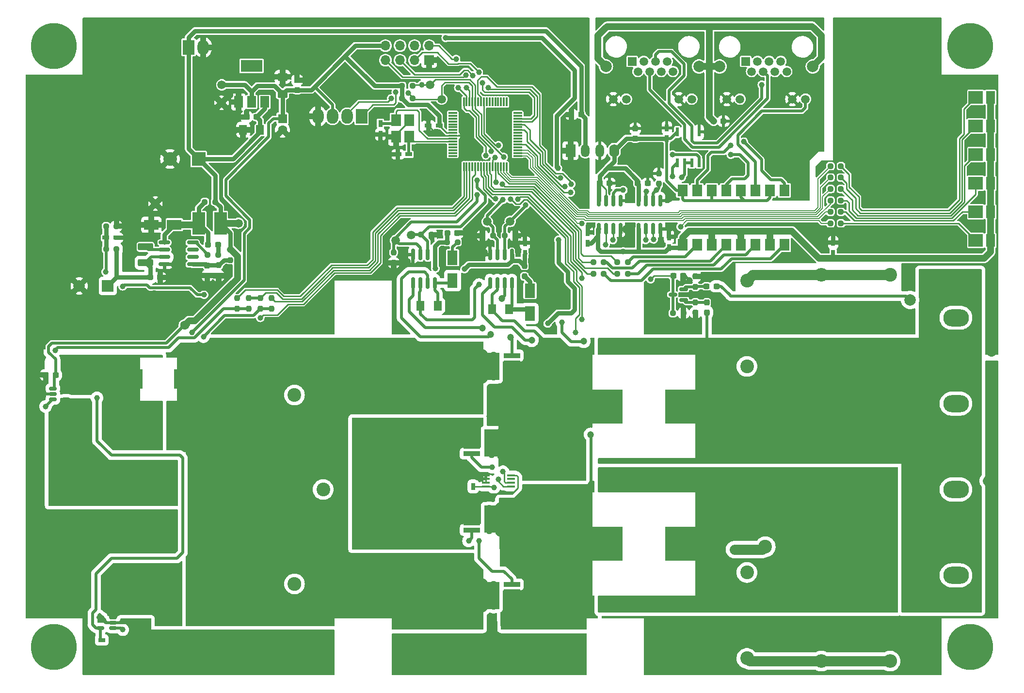
<source format=gbr>
G04 #@! TF.GenerationSoftware,KiCad,Pcbnew,(6.99.0-1920-g294b8e9051)*
G04 #@! TF.CreationDate,2022-07-23T00:22:57+02:00*
G04 #@! TF.ProjectId,driver,64726976-6572-42e6-9b69-6361645f7063,rev?*
G04 #@! TF.SameCoordinates,Original*
G04 #@! TF.FileFunction,Copper,L1,Top*
G04 #@! TF.FilePolarity,Positive*
%FSLAX46Y46*%
G04 Gerber Fmt 4.6, Leading zero omitted, Abs format (unit mm)*
G04 Created by KiCad (PCBNEW (6.99.0-1920-g294b8e9051)) date 2022-07-23 00:22:57*
%MOMM*%
%LPD*%
G01*
G04 APERTURE LIST*
G04 Aperture macros list*
%AMRoundRect*
0 Rectangle with rounded corners*
0 $1 Rounding radius*
0 $2 $3 $4 $5 $6 $7 $8 $9 X,Y pos of 4 corners*
0 Add a 4 corners polygon primitive as box body*
4,1,4,$2,$3,$4,$5,$6,$7,$8,$9,$2,$3,0*
0 Add four circle primitives for the rounded corners*
1,1,$1+$1,$2,$3*
1,1,$1+$1,$4,$5*
1,1,$1+$1,$6,$7*
1,1,$1+$1,$8,$9*
0 Add four rect primitives between the rounded corners*
20,1,$1+$1,$2,$3,$4,$5,0*
20,1,$1+$1,$4,$5,$6,$7,0*
20,1,$1+$1,$6,$7,$8,$9,0*
20,1,$1+$1,$8,$9,$2,$3,0*%
G04 Aperture macros list end*
G04 #@! TA.AperFunction,ComponentPad*
%ADD10O,4.500000X3.000000*%
G04 #@! TD*
G04 #@! TA.AperFunction,ComponentPad*
%ADD11O,3.500000X3.000000*%
G04 #@! TD*
G04 #@! TA.AperFunction,SMDPad,CuDef*
%ADD12RoundRect,0.237500X-0.250000X-0.237500X0.250000X-0.237500X0.250000X0.237500X-0.250000X0.237500X0*%
G04 #@! TD*
G04 #@! TA.AperFunction,ComponentPad*
%ADD13R,2.000000X2.600000*%
G04 #@! TD*
G04 #@! TA.AperFunction,ComponentPad*
%ADD14O,2.000000X2.600000*%
G04 #@! TD*
G04 #@! TA.AperFunction,SMDPad,CuDef*
%ADD15R,1.450000X0.450000*%
G04 #@! TD*
G04 #@! TA.AperFunction,ComponentPad*
%ADD16R,1.500000X1.500000*%
G04 #@! TD*
G04 #@! TA.AperFunction,ComponentPad*
%ADD17C,1.500000*%
G04 #@! TD*
G04 #@! TA.AperFunction,ComponentPad*
%ADD18C,2.000000*%
G04 #@! TD*
G04 #@! TA.AperFunction,SMDPad,CuDef*
%ADD19R,0.750000X1.200000*%
G04 #@! TD*
G04 #@! TA.AperFunction,SMDPad,CuDef*
%ADD20R,1.200000X0.750000*%
G04 #@! TD*
G04 #@! TA.AperFunction,SMDPad,CuDef*
%ADD21RoundRect,0.237500X0.237500X-0.250000X0.237500X0.250000X-0.237500X0.250000X-0.237500X-0.250000X0*%
G04 #@! TD*
G04 #@! TA.AperFunction,SMDPad,CuDef*
%ADD22R,1.800000X2.100000*%
G04 #@! TD*
G04 #@! TA.AperFunction,WasherPad*
%ADD23C,8.000000*%
G04 #@! TD*
G04 #@! TA.AperFunction,ComponentPad*
%ADD24RoundRect,1.125000X1.125000X1.125000X-1.125000X1.125000X-1.125000X-1.125000X1.125000X-1.125000X0*%
G04 #@! TD*
G04 #@! TA.AperFunction,SMDPad,CuDef*
%ADD25R,3.000000X0.850000*%
G04 #@! TD*
G04 #@! TA.AperFunction,SMDPad,CuDef*
%ADD26R,3.750000X4.700000*%
G04 #@! TD*
G04 #@! TA.AperFunction,SMDPad,CuDef*
%ADD27R,2.950000X0.850000*%
G04 #@! TD*
G04 #@! TA.AperFunction,SMDPad,CuDef*
%ADD28RoundRect,0.237500X0.250000X0.237500X-0.250000X0.237500X-0.250000X-0.237500X0.250000X-0.237500X0*%
G04 #@! TD*
G04 #@! TA.AperFunction,SMDPad,CuDef*
%ADD29RoundRect,0.237500X0.287500X0.237500X-0.287500X0.237500X-0.287500X-0.237500X0.287500X-0.237500X0*%
G04 #@! TD*
G04 #@! TA.AperFunction,SMDPad,CuDef*
%ADD30R,0.600000X1.550000*%
G04 #@! TD*
G04 #@! TA.AperFunction,SMDPad,CuDef*
%ADD31C,1.500000*%
G04 #@! TD*
G04 #@! TA.AperFunction,SMDPad,CuDef*
%ADD32RoundRect,0.250001X0.462499X0.624999X-0.462499X0.624999X-0.462499X-0.624999X0.462499X-0.624999X0*%
G04 #@! TD*
G04 #@! TA.AperFunction,ComponentPad*
%ADD33R,2.000000X2.000000*%
G04 #@! TD*
G04 #@! TA.AperFunction,SMDPad,CuDef*
%ADD34RoundRect,0.237500X-0.287500X-0.237500X0.287500X-0.237500X0.287500X0.237500X-0.287500X0.237500X0*%
G04 #@! TD*
G04 #@! TA.AperFunction,SMDPad,CuDef*
%ADD35RoundRect,0.237500X-0.237500X0.287500X-0.237500X-0.287500X0.237500X-0.287500X0.237500X0.287500X0*%
G04 #@! TD*
G04 #@! TA.AperFunction,ComponentPad*
%ADD36R,2.400000X2.400000*%
G04 #@! TD*
G04 #@! TA.AperFunction,ComponentPad*
%ADD37C,2.400000*%
G04 #@! TD*
G04 #@! TA.AperFunction,ComponentPad*
%ADD38R,1.600000X1.600000*%
G04 #@! TD*
G04 #@! TA.AperFunction,ComponentPad*
%ADD39C,1.600000*%
G04 #@! TD*
G04 #@! TA.AperFunction,SMDPad,CuDef*
%ADD40RoundRect,0.250001X0.624999X-0.462499X0.624999X0.462499X-0.624999X0.462499X-0.624999X-0.462499X0*%
G04 #@! TD*
G04 #@! TA.AperFunction,SMDPad,CuDef*
%ADD41R,1.800000X2.500000*%
G04 #@! TD*
G04 #@! TA.AperFunction,SMDPad,CuDef*
%ADD42R,2.500000X1.800000*%
G04 #@! TD*
G04 #@! TA.AperFunction,SMDPad,CuDef*
%ADD43R,2.200000X3.900000*%
G04 #@! TD*
G04 #@! TA.AperFunction,SMDPad,CuDef*
%ADD44RoundRect,0.250000X-1.075000X0.375000X-1.075000X-0.375000X1.075000X-0.375000X1.075000X0.375000X0*%
G04 #@! TD*
G04 #@! TA.AperFunction,SMDPad,CuDef*
%ADD45RoundRect,0.237500X-0.237500X0.250000X-0.237500X-0.250000X0.237500X-0.250000X0.237500X0.250000X0*%
G04 #@! TD*
G04 #@! TA.AperFunction,SMDPad,CuDef*
%ADD46RoundRect,0.150000X-0.825000X-0.150000X0.825000X-0.150000X0.825000X0.150000X-0.825000X0.150000X0*%
G04 #@! TD*
G04 #@! TA.AperFunction,SMDPad,CuDef*
%ADD47RoundRect,0.150000X-0.150000X0.825000X-0.150000X-0.825000X0.150000X-0.825000X0.150000X0.825000X0*%
G04 #@! TD*
G04 #@! TA.AperFunction,SMDPad,CuDef*
%ADD48R,1.500000X2.000000*%
G04 #@! TD*
G04 #@! TA.AperFunction,SMDPad,CuDef*
%ADD49R,3.800000X2.000000*%
G04 #@! TD*
G04 #@! TA.AperFunction,SMDPad,CuDef*
%ADD50RoundRect,0.237500X0.300000X0.237500X-0.300000X0.237500X-0.300000X-0.237500X0.300000X-0.237500X0*%
G04 #@! TD*
G04 #@! TA.AperFunction,SMDPad,CuDef*
%ADD51RoundRect,0.237500X0.237500X-0.300000X0.237500X0.300000X-0.237500X0.300000X-0.237500X-0.300000X0*%
G04 #@! TD*
G04 #@! TA.AperFunction,SMDPad,CuDef*
%ADD52R,2.500000X2.200000*%
G04 #@! TD*
G04 #@! TA.AperFunction,SMDPad,CuDef*
%ADD53R,1.550000X2.200000*%
G04 #@! TD*
G04 #@! TA.AperFunction,SMDPad,CuDef*
%ADD54RoundRect,0.150000X0.150000X-0.825000X0.150000X0.825000X-0.150000X0.825000X-0.150000X-0.825000X0*%
G04 #@! TD*
G04 #@! TA.AperFunction,SMDPad,CuDef*
%ADD55R,6.000000X6.000000*%
G04 #@! TD*
G04 #@! TA.AperFunction,SMDPad,CuDef*
%ADD56R,1.780000X2.000000*%
G04 #@! TD*
G04 #@! TA.AperFunction,ComponentPad*
%ADD57O,1.600000X1.600000*%
G04 #@! TD*
G04 #@! TA.AperFunction,SMDPad,CuDef*
%ADD58RoundRect,0.237500X-0.300000X-0.237500X0.300000X-0.237500X0.300000X0.237500X-0.300000X0.237500X0*%
G04 #@! TD*
G04 #@! TA.AperFunction,ComponentPad*
%ADD59O,2.400000X2.400000*%
G04 #@! TD*
G04 #@! TA.AperFunction,SMDPad,CuDef*
%ADD60RoundRect,0.075000X-0.700000X-0.075000X0.700000X-0.075000X0.700000X0.075000X-0.700000X0.075000X0*%
G04 #@! TD*
G04 #@! TA.AperFunction,SMDPad,CuDef*
%ADD61RoundRect,0.075000X-0.075000X-0.700000X0.075000X-0.700000X0.075000X0.700000X-0.075000X0.700000X0*%
G04 #@! TD*
G04 #@! TA.AperFunction,SMDPad,CuDef*
%ADD62R,1.850000X3.400000*%
G04 #@! TD*
G04 #@! TA.AperFunction,SMDPad,CuDef*
%ADD63RoundRect,0.150000X0.512500X0.150000X-0.512500X0.150000X-0.512500X-0.150000X0.512500X-0.150000X0*%
G04 #@! TD*
G04 #@! TA.AperFunction,ComponentPad*
%ADD64R,1.750000X2.250000*%
G04 #@! TD*
G04 #@! TA.AperFunction,ComponentPad*
%ADD65O,1.500000X2.250000*%
G04 #@! TD*
G04 #@! TA.AperFunction,ComponentPad*
%ADD66O,1.750000X2.250000*%
G04 #@! TD*
G04 #@! TA.AperFunction,ComponentPad*
%ADD67R,1.700000X1.700000*%
G04 #@! TD*
G04 #@! TA.AperFunction,ComponentPad*
%ADD68O,1.700000X1.700000*%
G04 #@! TD*
G04 #@! TA.AperFunction,SMDPad,CuDef*
%ADD69RoundRect,0.150000X0.587500X0.150000X-0.587500X0.150000X-0.587500X-0.150000X0.587500X-0.150000X0*%
G04 #@! TD*
G04 #@! TA.AperFunction,SMDPad,CuDef*
%ADD70RoundRect,0.150000X-0.512500X-0.150000X0.512500X-0.150000X0.512500X0.150000X-0.512500X0.150000X0*%
G04 #@! TD*
G04 #@! TA.AperFunction,ViaPad*
%ADD71C,1.000000*%
G04 #@! TD*
G04 #@! TA.AperFunction,ViaPad*
%ADD72C,1.600000*%
G04 #@! TD*
G04 #@! TA.AperFunction,ViaPad*
%ADD73C,2.000000*%
G04 #@! TD*
G04 #@! TA.AperFunction,ViaPad*
%ADD74C,1.200000*%
G04 #@! TD*
G04 #@! TA.AperFunction,ViaPad*
%ADD75C,1.100000*%
G04 #@! TD*
G04 #@! TA.AperFunction,Conductor*
%ADD76C,0.250000*%
G04 #@! TD*
G04 #@! TA.AperFunction,Conductor*
%ADD77C,0.150000*%
G04 #@! TD*
G04 #@! TA.AperFunction,Conductor*
%ADD78C,0.800000*%
G04 #@! TD*
G04 #@! TA.AperFunction,Conductor*
%ADD79C,1.200000*%
G04 #@! TD*
G04 #@! TA.AperFunction,Conductor*
%ADD80C,0.500000*%
G04 #@! TD*
G04 #@! TA.AperFunction,Conductor*
%ADD81C,1.800000*%
G04 #@! TD*
G04 #@! TA.AperFunction,Conductor*
%ADD82C,3.200000*%
G04 #@! TD*
G04 APERTURE END LIST*
D10*
X367499999Y-17499999D03*
X367499999Y-22499999D03*
X367499999Y-67499999D03*
X367499999Y-62499999D03*
X367499999Y-37499999D03*
X367499999Y-32499999D03*
X367499999Y-47499999D03*
X367499999Y-52499999D03*
D11*
X229799999Y-52289999D03*
X224719999Y-52289999D03*
X222179999Y-52289999D03*
X229800864Y-59909999D03*
X224720864Y-59909999D03*
X222180864Y-59909999D03*
D12*
X270787500Y18000000D03*
X272612500Y18000000D03*
D13*
X233499999Y24749999D03*
D14*
X236039999Y24749999D03*
D15*
X289799999Y-51974949D03*
X289799999Y-51324949D03*
X289799999Y-50674949D03*
X289799999Y-50024949D03*
X285399999Y-50024949D03*
X285399999Y-50674949D03*
X285399999Y-51324949D03*
X285399999Y-51974949D03*
D16*
X330799999Y22299999D03*
D17*
X331820000Y20520000D03*
X332840000Y22300000D03*
X333860000Y20520000D03*
X334880000Y22300000D03*
X335900000Y20520000D03*
X336920000Y22300000D03*
X337940000Y20520000D03*
X327500000Y15700000D03*
X329790000Y15700000D03*
X338930000Y15700000D03*
X341220000Y15700000D03*
D18*
X326230000Y21410000D03*
X342490000Y21410000D03*
D12*
X345587500Y-4000000D03*
X347412500Y-4000000D03*
D19*
X317399999Y-10249999D03*
X317399999Y-8349999D03*
D20*
X271949999Y6049999D03*
X270049999Y6049999D03*
D19*
X266999999Y9549999D03*
X266999999Y11449999D03*
X292249999Y-11299999D03*
X292249999Y-9399999D03*
X303199999Y-9499999D03*
X303199999Y-7599999D03*
D13*
X263699999Y12699999D03*
D14*
X261159999Y12699999D03*
X258619999Y12699999D03*
X256079999Y12699999D03*
D21*
X315600000Y887500D03*
X315600000Y2712500D03*
D12*
X270787500Y15800000D03*
X272612500Y15800000D03*
D22*
X269749999Y11999999D03*
X269749999Y9099999D03*
X272049999Y9099999D03*
X272049999Y11999999D03*
D23*
X210000000Y25000000D03*
X370000000Y25000000D03*
X210000000Y-80000000D03*
X370000000Y-80000000D03*
D24*
X221800000Y-70300000D03*
X211800000Y-70300000D03*
D25*
X282969038Y-72904999D03*
X282969038Y-71634999D03*
D26*
X285894038Y-70999999D03*
D25*
X282969038Y-70364999D03*
X282969038Y-69094999D03*
D27*
X289944038Y-69094999D03*
X289944038Y-72904999D03*
X289944038Y-71634999D03*
X289944038Y-70364999D03*
D20*
X219049999Y-8499999D03*
X220949999Y-8499999D03*
D25*
X282969038Y-32904999D03*
X282969038Y-31634999D03*
D26*
X285894038Y-30999999D03*
D25*
X282969038Y-30364999D03*
X282969038Y-29094999D03*
D27*
X289944038Y-29094999D03*
X289944038Y-32904999D03*
X289944038Y-31634999D03*
X289944038Y-30364999D03*
D25*
X289919038Y-42428299D03*
X289919038Y-43698299D03*
D26*
X286994038Y-44333299D03*
D25*
X289919038Y-44968299D03*
X289919038Y-46238299D03*
D27*
X282944038Y-46238299D03*
X282944038Y-42428299D03*
X282944038Y-43698299D03*
X282944038Y-44968299D03*
D25*
X289919038Y-55761699D03*
X289919038Y-57031699D03*
D26*
X286994038Y-57666699D03*
D25*
X289919038Y-58301699D03*
X289919038Y-59571699D03*
D27*
X282944038Y-59571699D03*
X282944038Y-55761699D03*
X282944038Y-57031699D03*
X282944038Y-58301699D03*
D12*
X345587500Y2000000D03*
X347412500Y2000000D03*
D16*
X310949999Y22299999D03*
D17*
X311970000Y20520000D03*
X312990000Y22300000D03*
X314010000Y20520000D03*
X315030000Y22300000D03*
X316050000Y20520000D03*
X317070000Y22300000D03*
X318090000Y20520000D03*
X307650000Y15700000D03*
X309940000Y15700000D03*
X319080000Y15700000D03*
X321370000Y15700000D03*
D18*
X306380000Y21410000D03*
X322640000Y21410000D03*
D19*
X283199999Y-51949999D03*
X283199999Y-50049999D03*
D28*
X286637500Y-8150000D03*
X284812500Y-8150000D03*
D29*
X326925000Y11850000D03*
X325175000Y11850000D03*
D30*
X318844999Y4549999D03*
X320114999Y4549999D03*
X321384999Y4549999D03*
X322654999Y4549999D03*
X322654999Y9949999D03*
X321384999Y9949999D03*
X320114999Y9949999D03*
X318844999Y9949999D03*
D19*
X316999999Y8799999D03*
X316999999Y10699999D03*
D31*
X225100000Y-76050000D03*
X254600000Y-28100000D03*
X239300000Y18200000D03*
X285650000Y-5700000D03*
X275700000Y18200000D03*
X277700000Y15700000D03*
X227700000Y-2550000D03*
X239250000Y15050000D03*
D32*
X276987500Y-20400000D03*
X274012500Y-20400000D03*
D12*
X345587500Y0D03*
X347412500Y0D03*
X345587500Y-6000000D03*
X347412500Y-6000000D03*
D20*
X218349999Y-78799999D03*
X220249999Y-78799999D03*
X277249999Y11099999D03*
X275349999Y11099999D03*
D28*
X220912500Y-6500000D03*
X219087500Y-6500000D03*
D19*
X346049999Y-11249999D03*
X346049999Y-9349999D03*
D33*
X219399999Y-16949999D03*
D18*
X214400000Y-16950000D03*
D34*
X226775000Y-15450000D03*
X228525000Y-15450000D03*
D29*
X238625000Y-9750000D03*
X236875000Y-9750000D03*
D35*
X236750000Y-13375000D03*
X236750000Y-15125000D03*
D36*
X235249999Y5249999D03*
D37*
X230250000Y5250000D03*
D32*
X289475000Y-21000000D03*
X286500000Y-21000000D03*
X245987500Y10350000D03*
X243012500Y10350000D03*
D38*
X249899999Y12299999D03*
D39*
X249900000Y10300000D03*
D40*
X249900000Y16612500D03*
X249900000Y19587500D03*
D41*
X279599999Y-15999999D03*
X279599999Y-11999999D03*
D42*
X230999999Y-6249999D03*
X226999999Y-6249999D03*
D41*
X293099999Y-21749999D03*
X293099999Y-17749999D03*
D43*
X239049999Y-5999999D03*
X235249999Y-5999999D03*
D44*
X226000000Y-10100000D03*
X226000000Y-12900000D03*
D28*
X280462500Y-9300000D03*
X278637500Y-9300000D03*
X238662500Y-11500000D03*
X236837500Y-11500000D03*
X238162500Y-2250000D03*
X236337500Y-2250000D03*
D45*
X240750000Y-10587500D03*
X240750000Y-12412500D03*
X238750000Y-13337500D03*
X238750000Y-15162500D03*
D12*
X288737500Y-8150000D03*
X290562500Y-8150000D03*
D31*
X289650000Y-5650000D03*
X242200000Y-6000000D03*
D46*
X229275000Y-9345000D03*
X229275000Y-10615000D03*
X229275000Y-11885000D03*
X229275000Y-13155000D03*
X234225000Y-13155000D03*
X234225000Y-11885000D03*
X234225000Y-10615000D03*
X234225000Y-9345000D03*
D47*
X289955000Y-11475000D03*
X288685000Y-11475000D03*
X287415000Y-11475000D03*
X286145000Y-11475000D03*
X286145000Y-16425000D03*
X287415000Y-16425000D03*
X288685000Y-16425000D03*
X289955000Y-16425000D03*
D48*
X242199999Y15199999D03*
X244499999Y15199999D03*
X246799999Y15199999D03*
D49*
X244499999Y21499999D03*
D50*
X245362500Y12600000D03*
X243637500Y12600000D03*
D51*
X252450000Y17287500D03*
X252450000Y19012500D03*
D21*
X292150000Y-15262500D03*
X292150000Y-13437500D03*
D47*
X276505000Y-11475000D03*
X275235000Y-11475000D03*
X273965000Y-11475000D03*
X272695000Y-11475000D03*
X272695000Y-16425000D03*
X273965000Y-16425000D03*
X275235000Y-16425000D03*
X276505000Y-16425000D03*
D34*
X278675000Y-7700000D03*
X280425000Y-7700000D03*
D28*
X220912500Y-10500000D03*
X219087500Y-10500000D03*
D21*
X322000000Y-17112500D03*
X322000000Y-15287500D03*
X244000000Y-20912500D03*
X244000000Y-19087500D03*
D50*
X210262500Y-32500000D03*
X208537500Y-32500000D03*
D52*
X370949999Y15999999D03*
D53*
X373524999Y15999999D03*
D36*
X244488740Y-35999999D03*
D37*
X251988741Y-36000000D03*
D12*
X345587500Y4000000D03*
X347412500Y4000000D03*
D54*
X312095000Y-6975000D03*
X313365000Y-6975000D03*
X314635000Y-6975000D03*
X315905000Y-6975000D03*
X315905000Y-2025000D03*
X314635000Y-2025000D03*
X313365000Y-2025000D03*
X312095000Y-2025000D03*
D51*
X311500000Y8837500D03*
X311500000Y10562500D03*
D55*
X319649999Y-61999999D03*
X306349999Y-61999999D03*
D21*
X248000000Y-20912500D03*
X248000000Y-19087500D03*
D56*
X319769999Y-9779490D03*
X322309999Y-9779490D03*
X324849999Y-9779490D03*
X327389999Y-9779490D03*
X329929999Y-9779490D03*
X332469999Y-9779490D03*
X335009999Y-9779490D03*
X337549999Y-9779490D03*
X337549999Y-249490D03*
X335009999Y-249490D03*
X332469999Y-249490D03*
X329929999Y-249490D03*
X327389999Y-249490D03*
X324849999Y-249490D03*
X322309999Y-249490D03*
X319769999Y-249490D03*
D39*
X328795961Y-50500000D03*
D57*
X328795960Y-62999999D03*
D21*
X242000000Y-20912500D03*
X242000000Y-19087500D03*
D52*
X370949999Y999999D03*
D53*
X373524999Y999999D03*
D37*
X331000000Y-16000000D03*
X331000000Y-31000000D03*
D58*
X305287500Y990000D03*
X307012500Y990000D03*
D37*
X356000000Y-52000000D03*
D59*
X355999999Y-82479999D03*
D60*
X279630509Y13290000D03*
X279630509Y12790000D03*
X279630509Y12290000D03*
X279630509Y11790000D03*
X279630509Y11290000D03*
X279630509Y10790000D03*
X279630509Y10290000D03*
X279630509Y9790000D03*
X279630509Y9290000D03*
X279630509Y8790000D03*
X279630509Y8290000D03*
X279630509Y7790000D03*
X279630509Y7290000D03*
X279630509Y6790000D03*
X279630509Y6290000D03*
X279630509Y5790000D03*
D61*
X281555509Y3865000D03*
X282055509Y3865000D03*
X282555509Y3865000D03*
X283055509Y3865000D03*
X283555509Y3865000D03*
X284055509Y3865000D03*
X284555509Y3865000D03*
X285055509Y3865000D03*
X285555509Y3865000D03*
X286055509Y3865000D03*
X286555509Y3865000D03*
X287055509Y3865000D03*
X287555509Y3865000D03*
X288055509Y3865000D03*
X288555509Y3865000D03*
X289055509Y3865000D03*
D60*
X290980509Y5790000D03*
X290980509Y6290000D03*
X290980509Y6790000D03*
X290980509Y7290000D03*
X290980509Y7790000D03*
X290980509Y8290000D03*
X290980509Y8790000D03*
X290980509Y9290000D03*
X290980509Y9790000D03*
X290980509Y10290000D03*
X290980509Y10790000D03*
X290980509Y11290000D03*
X290980509Y11790000D03*
X290980509Y12290000D03*
X290980509Y12790000D03*
X290980509Y13290000D03*
D61*
X289055509Y15215000D03*
X288555509Y15215000D03*
X288055509Y15215000D03*
X287555509Y15215000D03*
X287055509Y15215000D03*
X286555509Y15215000D03*
X286055509Y15215000D03*
X285555509Y15215000D03*
X285055509Y15215000D03*
X284555509Y15215000D03*
X284055509Y15215000D03*
X283555509Y15215000D03*
X283055509Y15215000D03*
X282555509Y15215000D03*
X282055509Y15215000D03*
X281555509Y15215000D03*
D62*
X224499999Y-33199999D03*
X231899999Y-33199999D03*
D58*
X311937500Y980000D03*
X313662500Y980000D03*
D45*
X322000000Y-19787500D03*
X322000000Y-21612500D03*
X246000000Y-19087500D03*
X246000000Y-20912500D03*
D28*
X310212500Y-12800000D03*
X308387500Y-12800000D03*
X306012500Y-12750000D03*
X304187500Y-12750000D03*
D37*
X344000000Y-52000000D03*
D59*
X343999999Y-82479999D03*
D31*
X269650000Y-9010000D03*
D24*
X222200000Y-41300000D03*
X212200000Y-41300000D03*
D52*
X370949999Y-8999999D03*
D53*
X373524999Y-8999999D03*
D37*
X344000000Y-45500000D03*
D59*
X343999999Y-15019999D03*
D63*
X220331991Y-76710000D03*
X220331991Y-75760000D03*
X220331991Y-74810000D03*
X218056991Y-74810000D03*
X218056991Y-76710000D03*
D64*
X300194999Y6690508D03*
D65*
X302734999Y6690508D03*
X305274999Y6690508D03*
D66*
X307814999Y6690508D03*
D45*
X269310000Y-11087500D03*
X269310000Y-12912500D03*
D36*
X244488740Y-68999999D03*
D37*
X251988741Y-69000000D03*
D12*
X345587500Y-2000000D03*
X347412500Y-2000000D03*
D50*
X319862500Y-15200000D03*
X318137500Y-15200000D03*
X325662500Y-17000000D03*
X323937500Y-17000000D03*
D52*
X370949999Y-3999999D03*
D53*
X373524999Y-3999999D03*
D31*
X272400000Y-8060000D03*
D37*
X356000000Y-15000000D03*
D59*
X355999999Y-45479999D03*
D28*
X306012500Y-14800000D03*
X304187500Y-14800000D03*
D52*
X370949999Y10999999D03*
D53*
X373524999Y10999999D03*
D37*
X331000000Y-82000000D03*
X331000000Y-67000000D03*
D52*
X370949999Y5999999D03*
D53*
X373524999Y5999999D03*
D12*
X318087500Y-21700000D03*
X319912500Y-21700000D03*
D50*
X302062500Y13010000D03*
X300337500Y13010000D03*
D12*
X274087500Y-8000000D03*
X275912500Y-8000000D03*
D67*
X275499999Y22499999D03*
D68*
X275499999Y25039999D03*
X272959999Y22499999D03*
X272959999Y25039999D03*
X270419999Y22499999D03*
X270419999Y25039999D03*
X267879999Y22499999D03*
X267879999Y25039999D03*
D69*
X319937500Y-19400000D03*
X319937500Y-17500000D03*
X318062500Y-18450000D03*
D70*
X209798009Y-34860000D03*
X209798009Y-35810000D03*
X209798009Y-36760000D03*
X212073009Y-36760000D03*
X212073009Y-34860000D03*
D51*
X324000000Y-21562500D03*
X324000000Y-19837500D03*
D55*
X306349999Y-37999999D03*
X319649999Y-37999999D03*
D54*
X305095000Y-6975000D03*
X306365000Y-6975000D03*
X307635000Y-6975000D03*
X308905000Y-6975000D03*
X308905000Y-2025000D03*
X307635000Y-2025000D03*
X306365000Y-2025000D03*
X305095000Y-2025000D03*
D37*
X334204039Y-62500000D03*
D59*
X334204038Y-42179999D03*
D28*
X310212500Y-14800000D03*
X308387500Y-14800000D03*
D37*
X242000736Y-52500000D03*
X257000736Y-52500000D03*
D71*
X302156429Y-5996260D03*
X319400000Y-6600000D03*
X302600000Y-2400000D03*
X302400000Y4000000D03*
D72*
X232800000Y-23800000D03*
D71*
X269688000Y16900000D03*
X268863500Y15800000D03*
X271887000Y16800000D03*
X274200000Y18200000D03*
X256300000Y15400000D03*
X264500000Y16900000D03*
D73*
X299500000Y-32750000D03*
X299500000Y-66750000D03*
X299500000Y-64500000D03*
X299500000Y-35250000D03*
X299500000Y-37750000D03*
D71*
X236100000Y-25800000D03*
X222000000Y-77000000D03*
X217500000Y-36500000D03*
X210189693Y-28189693D03*
X208500500Y-38000000D03*
X246000000Y-22500000D03*
X222000000Y-17000000D03*
X219000000Y-14500000D03*
X236200000Y-18500000D03*
D73*
X227000000Y-38000000D03*
X221000000Y-36000000D03*
X221000000Y-34000000D03*
X221000000Y-32000000D03*
X359500000Y-19400000D03*
X341000000Y-71500000D03*
X343500000Y-71500000D03*
X346000000Y-71500000D03*
X343500000Y-64000000D03*
X346000000Y-64000000D03*
X343500000Y-66500000D03*
X341000000Y-66500000D03*
X346000000Y-66500000D03*
X343500000Y-69000000D03*
X346000000Y-69000000D03*
X341000000Y-69000000D03*
X341000000Y-64000000D03*
X343500000Y-61500000D03*
X341000000Y-61500000D03*
X346000000Y-61500000D03*
X343500000Y-59000000D03*
X346000000Y-59000000D03*
X341000000Y-59000000D03*
X346000000Y-56500000D03*
X343500000Y-56500000D03*
X341000000Y-56500000D03*
D71*
X371250000Y13750000D03*
D72*
X310000000Y-7000000D03*
X252750000Y-21500000D03*
X365250000Y-2000000D03*
D71*
X256000000Y22000000D03*
D72*
X223000000Y24000000D03*
D71*
X261000000Y20000000D03*
X253600000Y14600000D03*
D72*
X268250000Y6250000D03*
X349250000Y-21250000D03*
X267324011Y7750000D03*
X371500000Y19000000D03*
D71*
X371000000Y-6750000D03*
D72*
X244500000Y-14750000D03*
X298000000Y17000000D03*
X296500000Y-14000000D03*
X285000000Y24000000D03*
X321000000Y-23200000D03*
D71*
X372000000Y-1750000D03*
D72*
X230000000Y-2500000D03*
X316000000Y-17000000D03*
X239750000Y3750000D03*
X211000000Y11000000D03*
D74*
X321000000Y-16000000D03*
D72*
X347750000Y-9200000D03*
X231250000Y-13250000D03*
X224000000Y-18000000D03*
X235750000Y-16750000D03*
D71*
X258000000Y17000000D03*
D72*
X295463935Y-19443129D03*
X293900000Y-10600000D03*
X281750000Y9250000D03*
D71*
X301000000Y28000000D03*
D72*
X263750000Y-11250000D03*
X246000000Y25750000D03*
X279250000Y-1250000D03*
X373750000Y-28500000D03*
X235250000Y19500000D03*
X241250000Y10250000D03*
D71*
X277000000Y-8000000D03*
D72*
X242750000Y1000000D03*
X317650000Y-6600000D03*
X250000000Y21500000D03*
X300300000Y11400000D03*
D71*
X264000000Y23000000D03*
D72*
X363000000Y25000000D03*
X352250000Y-2250000D03*
X222750000Y-6500000D03*
X328000000Y-16000000D03*
X241750000Y12750000D03*
X252500000Y20750000D03*
D71*
X257000000Y23000000D03*
X371250000Y8250000D03*
D72*
X240500000Y16500000D03*
X227500000Y-18500000D03*
D71*
X259000000Y25000000D03*
D72*
X288000000Y12000000D03*
X292000000Y3500000D03*
X288500000Y-3750000D03*
X271550000Y-12800000D03*
X244500000Y-10500000D03*
X237750000Y-16750000D03*
D71*
X371250000Y3500000D03*
D72*
X292350000Y-7400000D03*
X341500000Y-21250000D03*
X285000000Y-11200000D03*
X263750000Y-8750000D03*
X347250000Y8000000D03*
D71*
X300000000Y4000000D03*
X258000000Y24000000D03*
D72*
X221000000Y-23000000D03*
X282750000Y-7000000D03*
D74*
X303400000Y-6422054D03*
D72*
X230250000Y-15500000D03*
X252750000Y-17000000D03*
X368000000Y-10500000D03*
X242750000Y-1500000D03*
X222750000Y-8500000D03*
X275250000Y12500000D03*
X211000000Y-9000000D03*
D71*
X267200000Y13100000D03*
D72*
X235250000Y13500000D03*
D71*
X296200000Y-23500000D03*
X286800000Y-52200000D03*
X298100000Y-8900000D03*
X298000000Y3600000D03*
X234100000Y-25050500D03*
X278400000Y26400000D03*
X309400000Y-10900000D03*
D73*
X284750000Y-29000000D03*
X275750000Y-30500000D03*
X279750000Y-73000000D03*
X284750000Y-33000000D03*
X279750000Y-68000000D03*
X275750000Y-33000000D03*
X284750000Y-71000000D03*
X277750000Y-34250000D03*
X284750000Y-73000000D03*
X277750000Y-31750000D03*
X279750000Y-28000000D03*
X275750000Y-68000000D03*
X273750000Y-34250000D03*
X273750000Y-31750000D03*
X277750000Y-71750000D03*
D75*
X286721564Y-32907903D03*
D73*
X275750000Y-28000000D03*
D75*
X286750000Y-29000000D03*
D73*
X277750000Y-29250000D03*
D75*
X286750000Y-31000000D03*
D73*
X284750000Y-69000000D03*
X275750000Y-70500000D03*
X273750000Y-71750000D03*
X273750000Y-74250000D03*
X279750000Y-30500000D03*
X273750000Y-29250000D03*
X277750000Y-69250000D03*
X284750000Y-31000000D03*
D75*
X286750000Y-69000000D03*
X286750000Y-71000000D03*
D73*
X275750000Y-73000000D03*
X273750000Y-69250000D03*
X279750000Y-33000000D03*
X277750000Y-74250000D03*
X279750000Y-70500000D03*
D75*
X286750000Y-73000000D03*
D73*
X279000000Y-53000000D03*
X272500000Y-51750000D03*
D72*
X373000000Y-51000000D03*
D73*
X274750000Y-53000000D03*
X274750000Y-60500000D03*
X277000000Y-49250000D03*
X277000000Y-54250000D03*
X272500000Y-44250000D03*
X274750000Y-43000000D03*
X278977456Y-48000000D03*
X272500000Y-46750000D03*
X272500000Y-54250000D03*
X272500000Y-49250000D03*
X274750000Y-55500000D03*
X277000000Y-51750000D03*
X279000000Y-50500000D03*
X277000000Y-56750000D03*
X272500000Y-41750000D03*
X278977457Y-43000000D03*
X277000000Y-59250000D03*
X278977456Y-45500000D03*
X279000000Y-58000000D03*
X272500000Y-59250000D03*
D72*
X301000000Y-79000000D03*
D73*
X274750000Y-50500000D03*
X279000000Y-55500000D03*
X272500000Y-56750000D03*
X277000000Y-44250000D03*
X279000000Y-60500000D03*
X274750000Y-58000000D03*
D72*
X362000000Y-77000000D03*
D73*
X274750000Y-45500000D03*
X277000000Y-41750000D03*
X277000000Y-46750000D03*
X274750000Y-48000000D03*
D74*
X288200000Y-19100000D03*
X289727212Y-25950288D03*
X286264482Y-25411771D03*
D71*
X284200000Y-61500000D03*
D74*
X293424500Y-26424500D03*
D71*
X286500000Y-48600000D03*
X282400000Y-61500000D03*
D74*
X284800000Y-24300000D03*
D71*
X284829529Y18500000D03*
X284175066Y20404278D03*
X283100959Y19805466D03*
X285800000Y17724500D03*
X333600000Y18200000D03*
D74*
X308600000Y1800000D03*
D71*
X327100000Y3800000D03*
D74*
X313600000Y3800000D03*
X311600000Y12400000D03*
X315000000Y5200000D03*
D71*
X314000000Y26000000D03*
D74*
X317200000Y-1800000D03*
X328200000Y13200000D03*
X310400000Y-1800000D03*
D71*
X343500000Y16000000D03*
D72*
X316000000Y18250000D03*
D71*
X334000000Y26000000D03*
X343500000Y8000000D03*
X341000000Y0D03*
D74*
X313400000Y10600000D03*
D71*
X319250000Y7500000D03*
X286316990Y6616990D03*
X302200000Y-22800000D03*
X291000000Y-1800000D03*
X287600000Y-50700000D03*
X288400000Y-49400000D03*
X289700000Y-1800000D03*
X288500000Y5600000D03*
X301100000Y-25100000D03*
X314171398Y-15771398D03*
X302200000Y-15600000D03*
X330450701Y8250500D03*
X281700000Y-14000000D03*
X276600000Y-13900000D03*
X328200000Y6000000D03*
X328200000Y7600000D03*
X319600000Y2000000D03*
X315200000Y-200000D03*
X299227962Y403462D03*
X313300000Y-8900000D03*
X298400000Y1900000D03*
X314700000Y-8800000D03*
X313400000Y-400000D03*
X318000000Y2200000D03*
X306300000Y-9700000D03*
X300338603Y856543D03*
X307600000Y-8900000D03*
X300210136Y-598046D03*
X309400000Y-200000D03*
X318000000Y6000000D03*
X288300000Y819964D03*
X287100000Y-1728076D03*
X282049131Y17675111D03*
X281900000Y19924500D03*
X280600000Y17700000D03*
X280200000Y22700000D03*
D73*
X295500000Y-62250000D03*
X288000000Y-55750000D03*
X297500000Y-61000000D03*
X295500000Y-55500000D03*
X299500000Y-55500000D03*
D74*
X303700000Y-42900000D03*
D73*
X295500000Y-60000000D03*
D75*
X286000000Y-55750000D03*
X286000000Y-57750000D03*
D73*
X293500000Y-61250000D03*
X297500000Y-56500000D03*
D71*
X298700000Y-23300000D03*
D73*
X293500000Y-54500000D03*
D74*
X302500000Y-26600000D03*
D73*
X297500000Y-54250000D03*
X293500000Y-56750000D03*
X299500000Y-60000000D03*
X295500000Y-57750000D03*
X293500000Y-59000000D03*
D71*
X284241259Y-16695759D03*
D73*
X299500000Y-57750000D03*
X297500000Y-58750000D03*
X299500000Y-62250000D03*
D75*
X286000000Y-59750000D03*
D73*
X288000000Y-57750000D03*
X288000000Y-59750000D03*
D75*
X286400000Y-46500000D03*
D73*
X299500000Y-45250000D03*
D75*
X286400000Y-44500000D03*
D73*
X288400000Y-46500000D03*
X297500000Y-44000000D03*
X288400000Y-42500000D03*
X295500000Y-45250000D03*
X299500000Y-42750000D03*
X293500000Y-46500000D03*
X293500000Y-41500000D03*
X295500000Y-47750000D03*
X295500000Y-40250000D03*
X299500000Y-47750000D03*
X297500000Y-46500000D03*
X288400000Y-44500000D03*
X297500000Y-41500000D03*
D75*
X286400000Y-42500000D03*
D73*
X293500000Y-49000000D03*
X295500000Y-42750000D03*
X299500000Y-40250000D03*
X297500000Y-49000000D03*
X293500000Y-44000000D03*
D71*
X287633010Y7633010D03*
X292347300Y-2784756D03*
X287000000Y5500000D03*
X288400000Y-1900000D03*
X283900000Y1500000D03*
X285372049Y5878145D03*
X287166253Y1211659D03*
X283854498Y-1045502D03*
D76*
X368900000Y13950000D02*
X370950000Y16000000D01*
X368900000Y9600000D02*
X368900000Y13950000D01*
X368100960Y8800960D02*
X368900000Y9600000D01*
X351047555Y-3752445D02*
X366247555Y-3752445D01*
X350600000Y-1400000D02*
X350600000Y-3304890D01*
X350600000Y-3304890D02*
X351047555Y-3752445D01*
X348856250Y343750D02*
X350600000Y-1400000D01*
X348856250Y2556250D02*
X348856250Y343750D01*
X366247555Y-3752445D02*
X368100960Y-1899040D01*
X368100960Y-1899040D02*
X368100960Y8800960D01*
X347412500Y4000000D02*
X348856250Y2556250D01*
X348406250Y1006250D02*
X347412500Y2000000D01*
X350000000Y-1600000D02*
X348406250Y-6250D01*
X350000000Y-3400000D02*
X350000000Y-1600000D01*
X350801955Y-4201955D02*
X350000000Y-3400000D01*
X366433749Y-4201955D02*
X350801955Y-4201955D01*
X348406250Y-6250D02*
X348406250Y1006250D01*
X368550480Y-2085224D02*
X366433749Y-4201955D01*
X370950000Y11000000D02*
X368550480Y8600480D01*
X368550480Y8600480D02*
X368550480Y-2085224D01*
X349400000Y-1987500D02*
X347412500Y0D01*
X350369325Y-4651466D02*
X349400000Y-3682141D01*
X366619955Y-4651466D02*
X350369325Y-4651466D01*
X349400000Y-3682141D02*
X349400000Y-1987500D01*
X369000000Y4050000D02*
X369000000Y-2271421D01*
X370950000Y6000000D02*
X369000000Y4050000D01*
X369000000Y-2271421D02*
X366619955Y-4651466D01*
D77*
X292810000Y6790000D02*
X290980509Y6790000D01*
X294000000Y5600000D02*
X292810000Y6790000D01*
X294000000Y3875898D02*
X294000000Y5600000D01*
X301675897Y-3799999D02*
X294000000Y3875898D01*
X303527411Y-4127409D02*
X303200001Y-3799999D01*
X342800001Y-3799999D02*
X319300001Y-3799999D01*
X303200001Y-3799999D02*
X301675897Y-3799999D01*
X343400000Y-3200000D02*
X342800001Y-3799999D01*
X343400000Y1812500D02*
X343400000Y-3200000D01*
X345587500Y4000000D02*
X343400000Y1812500D01*
X319300001Y-3799999D02*
X318972591Y-4127409D01*
X318972591Y-4127409D02*
X303527411Y-4127409D01*
X343800000Y212500D02*
X345587500Y2000000D01*
X343800000Y-3294284D02*
X343800000Y212500D01*
X342944774Y-4149510D02*
X343800000Y-3294284D01*
X319549510Y-4149510D02*
X342944774Y-4149510D01*
X319222091Y-4476929D02*
X319549510Y-4149510D01*
X303371225Y-4476929D02*
X319222091Y-4476929D01*
X303043798Y-4149502D02*
X303371225Y-4476929D01*
X302649518Y-4149502D02*
X303043798Y-4149502D01*
X293600000Y3781615D02*
X301531125Y-4149510D01*
X301531125Y-4149510D02*
X302649510Y-4149510D01*
X293600000Y5400000D02*
X293600000Y3781615D01*
X292710000Y6290000D02*
X293600000Y5400000D01*
X290980509Y6290000D02*
X292710000Y6290000D01*
X302649510Y-4149510D02*
X302649518Y-4149502D01*
X292610000Y5790000D02*
X290980509Y5790000D01*
X293200000Y5200000D02*
X292610000Y5790000D01*
X293200000Y3687328D02*
X293200000Y5200000D01*
X301386348Y-4499021D02*
X293200000Y3687328D01*
X302899021Y-4499021D02*
X301386348Y-4499021D01*
X303226449Y-4826449D02*
X302899021Y-4499021D01*
X319727428Y-4499021D02*
X319400000Y-4826449D01*
X344200000Y-3400000D02*
X343100979Y-4499021D01*
X343100979Y-4499021D02*
X319727428Y-4499021D01*
X344200000Y-1387500D02*
X344200000Y-3400000D01*
X319400000Y-4826449D02*
X303226449Y-4826449D01*
X345587500Y0D02*
X344200000Y-1387500D01*
X345587500Y-2612500D02*
X345587500Y-2000000D01*
X343351468Y-4848532D02*
X345587500Y-2612500D01*
X319621095Y-5175969D02*
X319948532Y-4848532D01*
X303000000Y-5175969D02*
X319621095Y-5175969D01*
X302672563Y-4848532D02*
X303000000Y-5175969D01*
X301241580Y-4848532D02*
X302672563Y-4848532D01*
X294400000Y1993046D02*
X300043532Y-3650488D01*
X300043532Y-3650488D02*
X300043537Y-3650489D01*
X289906954Y1993046D02*
X294400000Y1993046D01*
X319948532Y-4848532D02*
X343351468Y-4848532D01*
X289055509Y2844491D02*
X289906954Y1993046D01*
X289055509Y3865000D02*
X289055509Y2844491D01*
X300043537Y-3650489D02*
X301241580Y-4848532D01*
X288555509Y2850195D02*
X288555509Y3865000D01*
X289762177Y1643527D02*
X288555509Y2850195D01*
X294255241Y1643526D02*
X289762177Y1643527D01*
X302780983Y-5525489D02*
X302477243Y-5221749D01*
X302477243Y-5221749D02*
X301120516Y-5221749D01*
X320201966Y-5198034D02*
X319874511Y-5525489D01*
X301120516Y-5221749D02*
X294255241Y1643526D01*
X343553298Y-5198034D02*
X320201966Y-5198034D01*
X319874511Y-5525489D02*
X302780983Y-5525489D01*
X345587500Y-4000000D02*
X344751332Y-4000000D01*
X344751332Y-4000000D02*
X343553298Y-5198034D01*
X301400743Y-5996260D02*
X302156429Y-5996260D01*
X300952037Y-5547554D02*
X301400743Y-5996260D01*
X321252446Y-5547554D02*
X320452446Y-5547554D01*
X320452446Y-5547554D02*
X319400000Y-6600000D01*
X343547554Y-5547554D02*
X321252446Y-5547554D01*
D76*
X284555509Y16055006D02*
X284555509Y15215000D01*
X284005029Y16605486D02*
X284555509Y16055006D01*
X284600000Y19600000D02*
X284005029Y19005029D01*
X287350480Y17849520D02*
X285600000Y19600000D01*
X293450480Y17849520D02*
X287350480Y17849520D01*
X295748080Y6651920D02*
X294800000Y7600000D01*
X298775489Y2724511D02*
X297623547Y2724511D01*
X294800000Y16500000D02*
X293450480Y17849520D01*
X284005029Y19005029D02*
X284005029Y16605486D01*
X294800000Y7600000D02*
X294800000Y16500000D01*
X300338603Y1161397D02*
X298775489Y2724511D01*
X295748080Y4599978D02*
X295748080Y6651920D01*
X300338603Y856543D02*
X300338603Y1161397D01*
X285600000Y19600000D02*
X284600000Y19600000D01*
X297623547Y2724511D02*
X295748080Y4599978D01*
X292600000Y8298080D02*
X292600000Y9800000D01*
X294849040Y4227582D02*
X294849040Y6049040D01*
X294849040Y6049040D02*
X292600000Y8298080D01*
X298673160Y403462D02*
X294849040Y4227582D01*
X299227962Y403462D02*
X298673160Y403462D01*
X292110000Y10290000D02*
X290980509Y10290000D01*
X292600000Y9800000D02*
X292110000Y10290000D01*
D78*
X295200000Y26400000D02*
X278400000Y26400000D01*
X300900000Y15900000D02*
X300900000Y20700000D01*
X297800000Y3800000D02*
X297800000Y12800000D01*
X297800000Y12800000D02*
X300900000Y15900000D01*
X298000000Y3600000D02*
X297800000Y3800000D01*
X300900000Y20700000D02*
X295200000Y26400000D01*
D79*
X233566873Y-23033127D02*
X234633127Y-23033127D01*
X232800000Y-23800000D02*
X233566873Y-23033127D01*
X234633127Y-23033127D02*
X242024520Y-15641734D01*
X240879067Y-10587500D02*
X240750000Y-10587500D01*
X242024520Y-11732953D02*
X240879067Y-10587500D01*
X242024520Y-15641734D02*
X242024520Y-11732953D01*
D80*
X248300000Y12300000D02*
X249900000Y12300000D01*
X247500000Y11500000D02*
X248300000Y12300000D01*
X240000000Y1600000D02*
X247500000Y9100000D01*
X247500000Y9100000D02*
X247500000Y11500000D01*
X244200000Y-5400000D02*
X240000000Y-1200000D01*
X244200000Y-6800000D02*
X244200000Y-5400000D01*
X243200000Y-15950500D02*
X243200000Y-7800000D01*
X243200000Y-7800000D02*
X244200000Y-6800000D01*
X234100000Y-25050500D02*
X243200000Y-15950500D01*
X240000000Y-1200000D02*
X240000000Y1600000D01*
X222249511Y-16750489D02*
X222000000Y-17000000D01*
X226201449Y-16750489D02*
X222249511Y-16750489D01*
X226701449Y-17250489D02*
X226201449Y-16750489D01*
X235000000Y-18500000D02*
X233750489Y-17250489D01*
X233750489Y-17250489D02*
X226701449Y-17250489D01*
X236200000Y-18500000D02*
X235000000Y-18500000D01*
X232700000Y-23800000D02*
X233542812Y-23800000D01*
X229600000Y-26900000D02*
X232700000Y-23800000D01*
X209600000Y-26900000D02*
X229600000Y-26900000D01*
X209000000Y-27500000D02*
X209600000Y-26900000D01*
X209000000Y-28500000D02*
X209000000Y-27500000D01*
X210262500Y-32500000D02*
X210262500Y-29762500D01*
X210262500Y-29762500D02*
X209000000Y-28500000D01*
D76*
X261160000Y13109022D02*
X261160000Y12700000D01*
X268263500Y15200000D02*
X263250978Y15200000D01*
X268863500Y15800000D02*
X268263500Y15200000D01*
X263250978Y15200000D02*
X261160000Y13109022D01*
X265700000Y14700000D02*
X263700000Y12700000D01*
X269300000Y14700000D02*
X265700000Y14700000D01*
X269688000Y15088000D02*
X269300000Y14700000D01*
X269688000Y16900000D02*
X269688000Y15088000D01*
X272812500Y18200000D02*
X274200000Y18200000D01*
X272612500Y18000000D02*
X272812500Y18200000D01*
X272712500Y15700000D02*
X277700000Y15700000D01*
X272612500Y15800000D02*
X272712500Y15700000D01*
X271887000Y16800000D02*
X272987000Y15700000D01*
X272987000Y15700000D02*
X277700000Y15700000D01*
X275700000Y18200000D02*
X274200000Y18200000D01*
D80*
X255500000Y17842812D02*
X255500000Y17900000D01*
X258620000Y14722812D02*
X255500000Y17842812D01*
D78*
X255500000Y17900000D02*
X260800000Y23200000D01*
D80*
X258620000Y12700000D02*
X258620000Y14722812D01*
D78*
X254887500Y17287500D02*
X255500000Y17900000D01*
D76*
X246500000Y-22000000D02*
X246000000Y-22500000D01*
X249000000Y-22000000D02*
X246500000Y-22000000D01*
X250868339Y-20131661D02*
X249000000Y-22000000D01*
X253539776Y-20131661D02*
X250868339Y-20131661D01*
X259021916Y-14649520D02*
X253539776Y-20131661D01*
X265250480Y-14649520D02*
X259021916Y-14649520D01*
X267000000Y-8100000D02*
X267000000Y-12900000D01*
X267000000Y-12900000D02*
X265250480Y-14649520D01*
X270400000Y-4700000D02*
X267000000Y-8100000D01*
X280071435Y-4700000D02*
X270400000Y-4700000D01*
X283005029Y-1766406D02*
X280071435Y-4700000D01*
X283005029Y2005029D02*
X283005029Y-1766406D01*
X283555509Y3865000D02*
X283555509Y2555509D01*
X283555509Y2555509D02*
X283005029Y2005029D01*
X248594641Y-19682141D02*
X248000000Y-19087500D01*
X253353578Y-19682141D02*
X248594641Y-19682141D01*
X258835718Y-14200000D02*
X253353578Y-19682141D01*
X266550480Y-7913802D02*
X266550480Y-12713802D01*
X279935717Y-4200000D02*
X270264282Y-4200000D01*
X270264282Y-4200000D02*
X266550480Y-7913802D01*
X282555509Y-1580208D02*
X279935717Y-4200000D01*
X266550480Y-12713802D02*
X265064282Y-14200000D01*
X265064282Y-14200000D02*
X258835718Y-14200000D01*
X282555509Y3865000D02*
X282555509Y-1580208D01*
X246987500Y-18100000D02*
X246000000Y-19087500D01*
X248800000Y-18100000D02*
X246987500Y-18100000D01*
X249900000Y-19200000D02*
X248800000Y-18100000D01*
X253200001Y-19200000D02*
X249900000Y-19200000D01*
X257000960Y-15399040D02*
X253200001Y-19200000D01*
X264878084Y-13750480D02*
X258649520Y-13750481D01*
X266100960Y-7727605D02*
X266100960Y-12527604D01*
X270078085Y-3750480D02*
X266100960Y-7727605D01*
X279749520Y-3750480D02*
X270078085Y-3750480D01*
X266100960Y-12527604D02*
X264878084Y-13750480D01*
X258649520Y-13750481D02*
X257000960Y-15399040D01*
X282055509Y-1444491D02*
X279749520Y-3750480D01*
X282055509Y3865000D02*
X282055509Y-1444491D01*
X243437020Y-17650480D02*
X242000000Y-19087500D01*
X248986197Y-17650480D02*
X243437020Y-17650480D01*
X250086198Y-18750480D02*
X248986197Y-17650480D01*
X253013803Y-18750480D02*
X250086198Y-18750480D01*
X258200000Y-13564283D02*
X253013803Y-18750480D01*
X258463322Y-13300960D02*
X258200000Y-13564283D01*
X264691886Y-13300960D02*
X258463322Y-13300960D01*
X265651440Y-12341406D02*
X264691886Y-13300960D01*
X269891887Y-3300960D02*
X269628565Y-3564283D01*
X279563322Y-3300960D02*
X269891887Y-3300960D01*
X269628565Y-3564283D02*
X265651440Y-7541407D01*
X281555509Y-1308773D02*
X279563322Y-3300960D01*
X281555509Y3865000D02*
X281555509Y-1308773D01*
X265651440Y-7541407D02*
X265651440Y-12341406D01*
D80*
X217500000Y-44000000D02*
X217500000Y-36500000D01*
X232000000Y-46500000D02*
X220000000Y-46500000D01*
X232500000Y-47000000D02*
X232000000Y-46500000D01*
X232500000Y-63500000D02*
X232500000Y-47000000D01*
X220000000Y-64500000D02*
X231500000Y-64500000D01*
X217300000Y-73500000D02*
X217300000Y-67200000D01*
X216700000Y-74100000D02*
X217300000Y-73500000D01*
X220000000Y-46500000D02*
X217500000Y-44000000D01*
X231500000Y-64500000D02*
X232500000Y-63500000D01*
X216700000Y-76100000D02*
X216700000Y-74100000D01*
X217310000Y-76710000D02*
X216700000Y-76100000D01*
X217300000Y-67200000D02*
X220000000Y-64500000D01*
X218056991Y-76710000D02*
X217310000Y-76710000D01*
X230000480Y-27699520D02*
X210679866Y-27699520D01*
X231700000Y-26000000D02*
X230000480Y-27699520D01*
X210679866Y-27699520D02*
X210189693Y-28189693D01*
X234493312Y-26000000D02*
X231700000Y-26000000D01*
X239580812Y-20912500D02*
X234493312Y-26000000D01*
X242000000Y-20912500D02*
X239580812Y-20912500D01*
X244812500Y-22100000D02*
X246000000Y-20912500D01*
X239800000Y-22100000D02*
X244812500Y-22100000D01*
X236100000Y-25800000D02*
X239800000Y-22100000D01*
X221710000Y-76710000D02*
X222000000Y-77000000D01*
X220331991Y-76710000D02*
X221710000Y-76710000D01*
X209740500Y-36760000D02*
X208500500Y-38000000D01*
X209798009Y-36760000D02*
X209740500Y-36760000D01*
X219087500Y-10500000D02*
X219087500Y-14412500D01*
X219087500Y-14412500D02*
X219000000Y-14500000D01*
X210262500Y-32500000D02*
X210500000Y-32500000D01*
X209798009Y-35810000D02*
X208190000Y-35810000D01*
X208000000Y-36000000D02*
X208190000Y-35810000D01*
X210037500Y-34620509D02*
X209798009Y-34860000D01*
X210037500Y-32500000D02*
X210037500Y-34620509D01*
X224810000Y-75760000D02*
X225100000Y-76050000D01*
X220331991Y-75760000D02*
X224810000Y-75760000D01*
X220331991Y-75760000D02*
X219006991Y-75760000D01*
X219006991Y-75760000D02*
X218056991Y-74810000D01*
X218056991Y-78506991D02*
X218350000Y-78800000D01*
X218056991Y-76710000D02*
X218056991Y-78506991D01*
D76*
X221800000Y-73341991D02*
X220331991Y-74810000D01*
X221800000Y-70300000D02*
X221800000Y-73341991D01*
D80*
X357400000Y-18700000D02*
X358800000Y-18700000D01*
X328200000Y-18700000D02*
X357400000Y-18700000D01*
X358800000Y-18700000D02*
X359500000Y-19400000D01*
X326500000Y-17000000D02*
X328000000Y-18500000D01*
X328000000Y-18500000D02*
X328200000Y-18700000D01*
X325662500Y-17000000D02*
X326500000Y-17000000D01*
D79*
X373525000Y-11000000D02*
X373525000Y16000000D01*
X338850000Y-7350000D02*
X343599511Y-12099511D01*
X334650000Y-7350000D02*
X338850000Y-7350000D01*
X343599511Y-12099511D02*
X372425489Y-12099511D01*
X372425489Y-12099511D02*
X373525000Y-11000000D01*
D80*
X289944039Y-68194039D02*
X289944039Y-69090489D01*
X286500000Y-66800000D02*
X288550000Y-66800000D01*
X288550000Y-66800000D02*
X289944039Y-68194039D01*
X284200000Y-64500000D02*
X286500000Y-66800000D01*
X284200000Y-61500000D02*
X284200000Y-64500000D01*
X320200000Y-15200000D02*
X321000000Y-16000000D01*
D76*
X269750000Y9550000D02*
X269750000Y9100000D01*
X282040000Y9290000D02*
X282250000Y9500000D01*
X281710000Y9290000D02*
X281750000Y9250000D01*
X277910000Y9290000D02*
X277200000Y10000000D01*
X279630509Y9290000D02*
X281710000Y9290000D01*
X281790000Y9290000D02*
X282040000Y9290000D01*
X277200000Y10000000D02*
X276450000Y10000000D01*
D78*
X303200000Y-7600000D02*
X303200000Y-6622054D01*
D76*
X272050000Y12000000D02*
X272050000Y11850000D01*
D80*
X319862500Y-15200000D02*
X320200000Y-15200000D01*
D76*
X272050000Y11850000D02*
X269750000Y9550000D01*
X281750000Y9250000D02*
X281790000Y9290000D01*
D78*
X303200000Y-6622054D02*
X303400000Y-6422054D01*
D76*
X279630509Y9290000D02*
X277910000Y9290000D01*
X276450000Y10000000D02*
X275350000Y11100000D01*
D78*
X298100000Y-8900000D02*
X298100000Y-12900000D01*
X317400000Y-10250000D02*
X319299491Y-10250000D01*
D76*
X279630509Y9790000D02*
X278560000Y9790000D01*
D78*
X303750000Y-9500000D02*
X305000000Y-8250000D01*
X244500000Y15200000D02*
X244500000Y17000000D01*
D79*
X329930000Y-7930000D02*
X329350000Y-7350000D01*
X324850000Y-7650000D02*
X325150000Y-7350000D01*
D78*
X298000000Y-21700000D02*
X296200000Y-23500000D01*
X300300000Y-21700000D02*
X298000000Y-21700000D01*
X312095000Y-6975000D02*
X312095000Y-10605000D01*
D79*
X325150000Y-7350000D02*
X329350000Y-7350000D01*
X335010000Y-9779491D02*
X335010000Y-7710000D01*
D78*
X275274520Y14725480D02*
X277250000Y12750000D01*
X305000000Y-7070000D02*
X305000000Y-8250000D01*
X250575000Y17287500D02*
X249900000Y16612500D01*
D79*
X319770000Y-9779491D02*
X319770000Y-8430000D01*
D76*
X285400000Y-51974950D02*
X283224950Y-51974950D01*
D78*
X260800000Y23200000D02*
X262640000Y25040000D01*
D76*
X283224950Y-51974950D02*
X283200000Y-51950000D01*
D78*
X249900000Y16612500D02*
X249900000Y12300000D01*
X309400000Y-10900000D02*
X311800000Y-10900000D01*
X243300000Y18200000D02*
X244500000Y17000000D01*
X244500000Y17000000D02*
X245500000Y18000000D01*
X266000000Y18000000D02*
X260800000Y23200000D01*
X312095000Y-10605000D02*
X311800000Y-10900000D01*
D79*
X319770000Y-8430000D02*
X320850000Y-7350000D01*
X329930000Y-9779491D02*
X329930000Y-7930000D01*
D76*
X278560000Y9790000D02*
X277250000Y11100000D01*
D78*
X252450000Y17287500D02*
X250575000Y17287500D01*
X299700000Y-14500000D02*
X299700000Y-16160344D01*
X248512500Y18000000D02*
X249900000Y16612500D01*
X300900000Y-17360344D02*
X300900000Y-21100000D01*
X316750000Y-10900000D02*
X317400000Y-10250000D01*
X262640000Y25040000D02*
X267880000Y25040000D01*
X271862020Y14725480D02*
X275274520Y14725480D01*
X319299491Y-10250000D02*
X319770000Y-9779491D01*
X298100000Y-12900000D02*
X299700000Y-14500000D01*
D76*
X286574950Y-51974950D02*
X285400000Y-51974950D01*
D79*
X335010000Y-7710000D02*
X334650000Y-7350000D01*
D78*
X303200000Y-9500000D02*
X303750000Y-9500000D01*
X305500000Y-10900000D02*
X309400000Y-10900000D01*
D79*
X324850000Y-9779491D02*
X324850000Y-7650000D01*
D78*
X270787500Y18000000D02*
X266000000Y18000000D01*
X300900000Y-21100000D02*
X300300000Y-21700000D01*
D79*
X320850000Y-7350000D02*
X325150000Y-7350000D01*
D78*
X305095000Y-6975000D02*
X305000000Y-7070000D01*
X299700000Y-16160344D02*
X300900000Y-17360344D01*
X277250000Y12750000D02*
X277250000Y11100000D01*
D76*
X286800000Y-52200000D02*
X286574950Y-51974950D01*
D78*
X270787500Y18000000D02*
X270787500Y15800000D01*
X270787500Y15800000D02*
X271862020Y14725480D01*
X239300000Y18200000D02*
X243300000Y18200000D01*
X245500000Y18000000D02*
X248512500Y18000000D01*
X305000000Y-10400000D02*
X305500000Y-10900000D01*
D79*
X329350000Y-7350000D02*
X334650000Y-7350000D01*
D78*
X305000000Y-8250000D02*
X305000000Y-10400000D01*
X311800000Y-10900000D02*
X316750000Y-10900000D01*
X252450000Y17287500D02*
X254887500Y17287500D01*
X219087500Y-10500000D02*
X219087500Y-6500000D01*
X236875000Y-7625000D02*
X235250000Y-6000000D01*
X229275000Y-9345000D02*
X229275000Y-7975000D01*
X236875000Y-9750000D02*
X236875000Y-7625000D01*
D79*
X235000000Y-6250000D02*
X235250000Y-6000000D01*
D78*
X236337500Y-2250000D02*
X235250000Y-3337500D01*
D79*
X231000000Y-6250000D02*
X235000000Y-6250000D01*
D78*
X235250000Y-3337500D02*
X235250000Y-6000000D01*
X229275000Y-7975000D02*
X231000000Y-6250000D01*
X240750000Y-12412500D02*
X239675000Y-12412500D01*
X238750000Y-13337500D02*
X236787500Y-13337500D01*
X234225000Y-13155000D02*
X236530000Y-13155000D01*
X236787500Y-13337500D02*
X236750000Y-13375000D01*
X236530000Y-13155000D02*
X236750000Y-13375000D01*
X239675000Y-12412500D02*
X238750000Y-13337500D01*
D80*
X324000000Y-33650000D02*
X319650000Y-38000000D01*
X324000000Y-21362500D02*
X324000000Y-33650000D01*
D76*
X290000000Y-53250000D02*
X285750000Y-53250000D01*
X290775000Y-50024950D02*
X291000000Y-50249950D01*
D80*
X283824950Y-50674950D02*
X283200000Y-50050000D01*
D76*
X291000000Y-52250000D02*
X290000000Y-53250000D01*
X285400000Y-51324950D02*
X285400000Y-50024950D01*
X289800000Y-50024950D02*
X290775000Y-50024950D01*
D80*
X285400000Y-50674950D02*
X283824950Y-50674950D01*
D76*
X291000000Y-50249950D02*
X291000000Y-52250000D01*
D80*
X288685000Y-16425000D02*
X288685000Y-18615000D01*
X289944039Y-26167115D02*
X289944039Y-29090489D01*
X289727212Y-25950288D02*
X289944039Y-26167115D01*
X288685000Y-18615000D02*
X288200000Y-19100000D01*
X275235000Y-15035000D02*
X275235000Y-16425000D01*
X275200000Y-16460000D02*
X275235000Y-16425000D01*
X286264482Y-25411771D02*
X285876253Y-25800000D01*
X271900000Y-14500000D02*
X274700000Y-14500000D01*
X270700000Y-22500000D02*
X270700000Y-15700000D01*
X285876253Y-25800000D02*
X274000000Y-25800000D01*
X274700000Y-14500000D02*
X275235000Y-15035000D01*
X274000000Y-25800000D02*
X270700000Y-22500000D01*
X270700000Y-15700000D02*
X271900000Y-14500000D01*
X275235000Y-16425000D02*
X275250000Y-16440000D01*
X286145000Y-16955000D02*
X286145000Y-16425000D01*
X284800000Y-18300000D02*
X286145000Y-16955000D01*
X282944039Y-46944039D02*
X284100000Y-48100000D01*
X293424500Y-26424500D02*
X292274412Y-26424500D01*
X284600000Y-48600000D02*
X286500000Y-48600000D01*
X289949912Y-24100000D02*
X286900000Y-24100000D01*
X286900000Y-24100000D02*
X284800000Y-22000000D01*
X282944039Y-46238300D02*
X282944039Y-46944039D01*
X284100000Y-48100000D02*
X284600000Y-48600000D01*
X284800000Y-22000000D02*
X284800000Y-18300000D01*
X292274412Y-26424500D02*
X289949912Y-24100000D01*
X272695000Y-18605000D02*
X272695000Y-16425000D01*
X272000000Y-21400000D02*
X272000000Y-19300000D01*
X282944039Y-60955961D02*
X282400000Y-61500000D01*
X284700000Y-24200000D02*
X274800000Y-24200000D01*
X282944039Y-59571700D02*
X282944039Y-60955961D01*
X274800000Y-24200000D02*
X272000000Y-21400000D01*
X272000000Y-19300000D02*
X272695000Y-18605000D01*
X284800000Y-24300000D02*
X284700000Y-24200000D01*
D76*
X282655333Y21924011D02*
X280573033Y21924011D01*
X293900000Y12900000D02*
X293290000Y12290000D01*
X292964282Y16900000D02*
X293900000Y15964282D01*
X284829529Y17270471D02*
X285200000Y16900000D01*
X280573033Y21924011D02*
X280524511Y21875489D01*
X274325489Y23865489D02*
X272960000Y22500000D01*
X293900000Y15964282D02*
X293900000Y12900000D01*
X285200000Y16900000D02*
X292964282Y16900000D01*
X284829529Y18500000D02*
X284829529Y17270471D01*
X284175066Y20404278D02*
X282655333Y21924011D01*
X278924511Y21875489D02*
X276934511Y23865489D01*
X276934511Y23865489D02*
X274325489Y23865489D01*
X293290000Y12290000D02*
X290980509Y12290000D01*
X280524511Y21875489D02*
X278924511Y21875489D01*
X282724511Y20181914D02*
X282724511Y20266025D01*
X294349520Y12713802D02*
X293425718Y11790000D01*
X282241525Y20749011D02*
X281558475Y20749011D01*
X293425718Y11790000D02*
X290980509Y11790000D01*
X283100959Y19805466D02*
X282724511Y20181914D01*
X282724511Y20266025D02*
X282241525Y20749011D01*
X281558475Y20749011D02*
X280808504Y19999040D01*
X294349520Y16150479D02*
X294349520Y12713802D01*
X286124500Y17400000D02*
X293100000Y17400000D01*
X280808504Y19999040D02*
X272920960Y19999040D01*
X272920960Y19999040D02*
X270420000Y22500000D01*
X285800000Y17724500D02*
X286124500Y17400000D01*
X293100000Y17400000D02*
X294349520Y16150479D01*
D78*
X309961991Y8837500D02*
X307815000Y6690509D01*
D80*
X329930000Y-249491D02*
X329930000Y-1430000D01*
X324850000Y-249491D02*
X324850000Y-1850000D01*
D78*
X305095000Y797500D02*
X305287500Y990000D01*
X311500000Y8837500D02*
X316962500Y8837500D01*
D80*
X335010000Y-249491D02*
X335010000Y-1490000D01*
D76*
X306365000Y-2025000D02*
X306365000Y-87500D01*
D78*
X312095000Y-2025000D02*
X312095000Y822500D01*
D80*
X319770000Y-249491D02*
X319770000Y-1770000D01*
D78*
X305287500Y2287500D02*
X305287500Y990000D01*
X316962500Y8837500D02*
X317000000Y8800000D01*
D80*
X325000000Y-2000000D02*
X320000000Y-2000000D01*
D78*
X311937500Y980000D02*
X311937500Y1417430D01*
D80*
X317695000Y8800000D02*
X318845000Y9950000D01*
D78*
X306600000Y3600000D02*
X305287500Y2287500D01*
X305095000Y-2025000D02*
X305095000Y797500D01*
D80*
X330500000Y-2000000D02*
X325000000Y-2000000D01*
X317000000Y1400000D02*
X317000000Y8800000D01*
D78*
X307815000Y4815000D02*
X306600000Y3600000D01*
D80*
X317000000Y8800000D02*
X317695000Y8800000D01*
X319770000Y-1770000D02*
X320000000Y-2000000D01*
D78*
X311937500Y1417430D02*
X309754930Y3600000D01*
D80*
X324850000Y-1850000D02*
X325000000Y-2000000D01*
D78*
X309754930Y3600000D02*
X306600000Y3600000D01*
X311500000Y8837500D02*
X309961991Y8837500D01*
X312095000Y822500D02*
X311937500Y980000D01*
D80*
X335010000Y-1490000D02*
X334500000Y-2000000D01*
X329930000Y-1430000D02*
X330500000Y-2000000D01*
X334500000Y-2000000D02*
X330500000Y-2000000D01*
D76*
X306365000Y-87500D02*
X305287500Y990000D01*
D80*
X317000000Y1400000D02*
X318649491Y-249491D01*
X318649491Y-249491D02*
X319770000Y-249491D01*
D78*
X307815000Y6690509D02*
X307815000Y4815000D01*
D80*
X320000000Y19800000D02*
X317400000Y17200000D01*
X321385000Y9950000D02*
X321385000Y8415000D01*
X315600000Y24000000D02*
X317800000Y24000000D01*
X317400000Y17200000D02*
X317400000Y15000000D01*
X321800000Y8000000D02*
X325800000Y8000000D01*
X315030000Y23430000D02*
X315600000Y24000000D01*
X321385000Y8415000D02*
X321800000Y8000000D01*
X321385000Y11015000D02*
X321385000Y9950000D01*
X315030000Y22300000D02*
X315030000Y23430000D01*
X320000000Y21800000D02*
X320000000Y19800000D01*
X317800000Y24000000D02*
X320000000Y21800000D01*
X325800000Y8000000D02*
X333600000Y15800000D01*
X333600000Y15800000D02*
X333600000Y18200000D01*
X317400000Y15000000D02*
X321385000Y11015000D01*
X320115000Y11285000D02*
X314010000Y17390000D01*
X320115000Y9950000D02*
X320115000Y11285000D01*
X320115000Y9950000D02*
X320115000Y8675000D01*
X334610000Y15820742D02*
X334610000Y19770000D01*
X321489511Y7300489D02*
X326089748Y7300490D01*
X326089748Y7300490D02*
X334610000Y15820742D01*
X334610000Y19770000D02*
X333860000Y20520000D01*
X314010000Y17390000D02*
X314010000Y20520000D01*
X320115000Y8675000D02*
X321489511Y7300489D01*
X310175000Y-2025000D02*
X310400000Y-1800000D01*
X313662500Y980000D02*
X313662500Y3737500D01*
X315905000Y-2025000D02*
X316975000Y-2025000D01*
X316975000Y-2025000D02*
X317200000Y-1800000D01*
X308905000Y-2025000D02*
X310175000Y-2025000D01*
X313662500Y3737500D02*
X313600000Y3800000D01*
D76*
X302200000Y-22800000D02*
X302200000Y-17000000D01*
X302200000Y-17000000D02*
X301200000Y-16000000D01*
X299752400Y-11640447D02*
X299752400Y-8388118D01*
X288474950Y-51974950D02*
X289800000Y-51974950D01*
X278250480Y18650480D02*
X277700000Y18100000D01*
X292717378Y-1353096D02*
X291446904Y-1353096D01*
X283055509Y13844491D02*
X284156469Y12743531D01*
X291446904Y-1353096D02*
X291000000Y-1800000D01*
X286316990Y7147292D02*
X286316990Y6616990D01*
X299751440Y-12771435D02*
X299751440Y-11641407D01*
X287600000Y-51100000D02*
X288474950Y-51974950D01*
X284156469Y12743531D02*
X284156469Y9307813D01*
X277700000Y18100000D02*
X277700000Y15700000D01*
X283055509Y18008773D02*
X282413802Y18650480D01*
X287600000Y-50700000D02*
X287600000Y-51100000D01*
X284156469Y9307813D02*
X286316990Y7147292D01*
X282413802Y18650480D02*
X278250480Y18650480D01*
X300279044Y-13299039D02*
X299751440Y-12771435D01*
X300291887Y-13299040D02*
X300279044Y-13299039D01*
X301200000Y-14207153D02*
X300291887Y-13299040D01*
X299751440Y-11641407D02*
X299752400Y-11640447D01*
X283055509Y15215000D02*
X283055509Y18008773D01*
X299752400Y-8388118D02*
X292717378Y-1353096D01*
X301200000Y-16000000D02*
X301200000Y-14207153D01*
X283055509Y15215000D02*
X283055509Y13844491D01*
X284605989Y12994011D02*
X284605989Y9494011D01*
X299301920Y-13001920D02*
X299301920Y-11455210D01*
X300700000Y-16135718D02*
X300700000Y-14400000D01*
X299301920Y-11455210D02*
X299302880Y-11454250D01*
X275700000Y18200000D02*
X276600000Y19100000D01*
X292628564Y-1900000D02*
X292066036Y-1900000D01*
X289800000Y-1800000D02*
X289700000Y-1800000D01*
X276600000Y19100000D02*
X282600000Y19100000D01*
X301750480Y-21949520D02*
X301750480Y-17186198D01*
X301750480Y-17186198D02*
X300700000Y-16135718D01*
X283555509Y14044491D02*
X284605989Y12994011D01*
X299302880Y-11454250D02*
X299302880Y-8574316D01*
X291341525Y-2624511D02*
X290624511Y-2624511D01*
X299302880Y-8574316D02*
X292628564Y-1900000D01*
X288400000Y-49400000D02*
X288600025Y-49600025D01*
X283555509Y18144491D02*
X283555509Y15215000D01*
X282600000Y19100000D02*
X283555509Y18144491D01*
X288600025Y-51099975D02*
X288825000Y-51324950D01*
X301100000Y-25100000D02*
X301100000Y-22600000D01*
X288600025Y-49600025D02*
X288600025Y-51099975D01*
X301100000Y-22600000D02*
X301750480Y-21949520D01*
X283555509Y15215000D02*
X283555509Y14044491D01*
X288825000Y-51324950D02*
X289800000Y-51324950D01*
X300700000Y-14400000D02*
X299301920Y-13001920D01*
X284605989Y9494011D02*
X288500000Y5600000D01*
X290624511Y-2624511D02*
X289800000Y-1800000D01*
X292066036Y-1900000D02*
X291341525Y-2624511D01*
D80*
X323950000Y-19787500D02*
X324000000Y-19837500D01*
X322000000Y-19787500D02*
X323950000Y-19787500D01*
X320325000Y-19787500D02*
X322000000Y-19787500D01*
X319937500Y-19400000D02*
X320325000Y-19787500D01*
D76*
X286503578Y-903576D02*
X285400960Y199042D01*
X300201920Y-8201920D02*
X292903576Y-903576D01*
X302200000Y-15600000D02*
X302200000Y-14571435D01*
X285400960Y199042D02*
X285400960Y2127604D01*
X300478085Y-12849520D02*
X300465242Y-12849520D01*
D80*
X318087500Y-21700000D02*
X318087500Y-15250000D01*
D76*
X285400960Y2127604D02*
X285055509Y2473055D01*
X285055509Y2473055D02*
X285055509Y3865000D01*
X300200960Y-12585237D02*
X300200960Y-11827604D01*
X300200960Y-11827604D02*
X300201920Y-11826644D01*
X302200000Y-14571435D02*
X300478085Y-12849520D01*
X318137500Y-15200000D02*
X314742796Y-15200000D01*
D80*
X318087500Y-15250000D02*
X318137500Y-15200000D01*
D76*
X300201920Y-11826644D02*
X300201920Y-8201920D01*
X314742796Y-15200000D02*
X314171398Y-15771398D01*
X292903576Y-903576D02*
X286503578Y-903576D01*
X300465242Y-12849520D02*
X300200960Y-12585237D01*
D80*
X322000000Y-17112500D02*
X320325000Y-17112500D01*
X324000000Y-17062500D02*
X322050000Y-17062500D01*
X320325000Y-17112500D02*
X319937500Y-17500000D01*
X322050000Y-17062500D02*
X322000000Y-17112500D01*
D81*
X332000000Y-15000000D02*
X331000000Y-16000000D01*
X356000000Y-15000000D02*
X332000000Y-15000000D01*
X328795961Y-63000000D02*
X333704039Y-63000000D01*
X333704039Y-63000000D02*
X334204039Y-62500000D01*
D80*
X335200000Y1600000D02*
X333550600Y3249400D01*
X337000000Y1600000D02*
X335200000Y1600000D01*
X337550000Y-249491D02*
X337550000Y1050000D01*
X333550600Y3249400D02*
X333550600Y5150600D01*
X333550600Y5150600D02*
X330450701Y8250500D01*
X337550000Y1050000D02*
X337000000Y1600000D01*
X329400000Y7800000D02*
X332470000Y4730000D01*
X329400000Y9400000D02*
X329400000Y7800000D01*
X341220000Y15700000D02*
X341220000Y14220000D01*
X333600000Y13600000D02*
X329400000Y9400000D01*
X332470000Y4730000D02*
X332470000Y-249491D01*
X340600000Y13600000D02*
X333600000Y13600000D01*
X341220000Y14220000D02*
X340600000Y13600000D01*
D81*
X356000000Y-82480000D02*
X331480000Y-82480000D01*
X331480000Y-82480000D02*
X331000000Y-82000000D01*
D80*
X279600000Y-12000000D02*
X279600000Y-10162500D01*
X279600000Y-10162500D02*
X280462500Y-9300000D01*
D77*
X345587500Y-6000000D02*
X344000000Y-6000000D01*
X288055509Y2855899D02*
X288055509Y3865000D01*
X294110477Y1294006D02*
X289617400Y1294008D01*
X289617400Y1294008D02*
X288055509Y2855899D01*
X344000000Y-6000000D02*
X343547554Y-5547554D01*
X300952037Y-5547554D02*
X294110477Y1294006D01*
D78*
X293100000Y-17750000D02*
X293100000Y-16212500D01*
X293100000Y-16212500D02*
X292150000Y-15262500D01*
D76*
X367950000Y-6000000D02*
X347412500Y-6000000D01*
X370950000Y-9000000D02*
X367950000Y-6000000D01*
X367049511Y-5550489D02*
X349750489Y-5550489D01*
X349750489Y-5550489D02*
X348200000Y-4000000D01*
X368600000Y-4000000D02*
X367049511Y-5550489D01*
X370950000Y-4000000D02*
X368600000Y-4000000D01*
X348200000Y-4000000D02*
X347412500Y-4000000D01*
D80*
X269200000Y11450000D02*
X269750000Y12000000D01*
D76*
X273750000Y13450000D02*
X273400000Y13800000D01*
X270000000Y13800000D02*
X269750000Y13550000D01*
D80*
X267000000Y11450000D02*
X269200000Y11450000D01*
D76*
X275210000Y8790000D02*
X273750000Y10250000D01*
X279630509Y8790000D02*
X275210000Y8790000D01*
X273400000Y13800000D02*
X270000000Y13800000D01*
X273750000Y10250000D02*
X273750000Y13450000D01*
X269750000Y13550000D02*
X269750000Y12000000D01*
X279630509Y8290000D02*
X272860000Y8290000D01*
D80*
X271950000Y6050000D02*
X271950000Y9000000D01*
X271950000Y9000000D02*
X272050000Y9100000D01*
D76*
X272860000Y8290000D02*
X272050000Y9100000D01*
D79*
X324400000Y28000000D02*
X324000000Y28400000D01*
X322640000Y21410000D02*
X324400000Y21410000D01*
X342400000Y28400000D02*
X344000000Y26800000D01*
X306380000Y21410000D02*
X305000000Y22790000D01*
X326230000Y21410000D02*
X322640000Y21410000D01*
X306600000Y28400000D02*
X324000000Y28400000D01*
X344000000Y22920000D02*
X342490000Y21410000D01*
X325175000Y11850000D02*
X324400000Y12625000D01*
X305000000Y26800000D02*
X306600000Y28400000D01*
X324400000Y12625000D02*
X324400000Y21410000D01*
X344000000Y26800000D02*
X344000000Y22920000D01*
X305000000Y22790000D02*
X305000000Y26800000D01*
X324400000Y21410000D02*
X324400000Y28000000D01*
X324000000Y28400000D02*
X342400000Y28400000D01*
D78*
X238625000Y-11462500D02*
X238662500Y-11500000D01*
X238625000Y-9750000D02*
X238625000Y-11462500D01*
X246800000Y15200000D02*
X246800000Y14037500D01*
X276505000Y-11475000D02*
X276505000Y-13805000D01*
X289250000Y-13250000D02*
X289955000Y-12545000D01*
X281700000Y-14000000D02*
X282450000Y-13250000D01*
X276505000Y-11475000D02*
X276505000Y-10020000D01*
X302062500Y21437500D02*
X295900000Y27600000D01*
X233500000Y24750000D02*
X233500000Y7000000D01*
X292150000Y-13437500D02*
X292150000Y-11400000D01*
X289955000Y-12545000D02*
X291257500Y-12545000D01*
X295900000Y27600000D02*
X234600000Y27600000D01*
X241250000Y5250000D02*
X235250000Y5250000D01*
X240750000Y-7700000D02*
X239050000Y-6000000D01*
X238162500Y2337500D02*
X238162500Y-2250000D01*
X233500000Y26500000D02*
X233500000Y24750000D01*
X240750000Y-10587500D02*
X240750000Y-7700000D01*
X246800000Y14037500D02*
X245362500Y12600000D01*
X289955000Y-12545000D02*
X289955000Y-11475000D01*
X245362500Y12600000D02*
X245987500Y11975000D01*
X278637500Y-9300000D02*
X278637500Y-7737500D01*
D79*
X242200000Y-6000000D02*
X239050000Y-6000000D01*
D78*
X276505000Y-10020000D02*
X277225000Y-9300000D01*
X302735000Y12337500D02*
X302062500Y13010000D01*
X278637500Y-7737500D02*
X278675000Y-7700000D01*
X239050000Y-3137500D02*
X239050000Y-6000000D01*
X302735000Y6690509D02*
X302735000Y12337500D01*
X291257500Y-12545000D02*
X292150000Y-13437500D01*
X245987500Y10350000D02*
X245987500Y9987500D01*
X292150000Y-13250000D02*
X292150000Y-13437500D01*
X233500000Y7000000D02*
X235250000Y5250000D01*
X238162500Y-2250000D02*
X239050000Y-3137500D01*
X302062500Y13010000D02*
X302062500Y21437500D01*
X276505000Y-13805000D02*
X276600000Y-13900000D01*
X278637500Y-9300000D02*
X277225000Y-9300000D01*
X282450000Y-13250000D02*
X289250000Y-13250000D01*
X245987500Y11975000D02*
X245987500Y10350000D01*
X235250000Y5250000D02*
X238162500Y2337500D01*
X245987500Y9987500D02*
X241250000Y5250000D01*
X292150000Y-11400000D02*
X292250000Y-11300000D01*
X234600000Y27600000D02*
X233500000Y26500000D01*
D80*
X236837500Y-11404651D02*
X234777849Y-9345000D01*
X234777849Y-9345000D02*
X234225000Y-9345000D01*
X236837500Y-11500000D02*
X236837500Y-11404651D01*
X229275000Y-10615000D02*
X226515000Y-10615000D01*
X226515000Y-10615000D02*
X226000000Y-10100000D01*
X328200000Y6000000D02*
X329800000Y6000000D01*
X331200000Y4600000D02*
X329800000Y6000000D01*
X331200000Y2400000D02*
X331200000Y4600000D01*
X328400000Y1800000D02*
X330600000Y1800000D01*
X327390000Y790000D02*
X328400000Y1800000D01*
X330600000Y1800000D02*
X331200000Y2400000D01*
X327390000Y-249491D02*
X327390000Y790000D01*
X322310000Y1510000D02*
X324200000Y3400000D01*
X324200000Y3400000D02*
X324200000Y5800000D01*
X327000000Y6400000D02*
X328200000Y7600000D01*
X324800000Y6400000D02*
X327000000Y6400000D01*
X322310000Y-249491D02*
X322310000Y1510000D01*
X324200000Y5800000D02*
X324800000Y6400000D01*
X314635000Y-2025000D02*
X314635000Y-765000D01*
X320115000Y4550000D02*
X320115000Y2515000D01*
X314635000Y-765000D02*
X315200000Y-200000D01*
X321385000Y4550000D02*
X320115000Y4550000D01*
X315200000Y-200000D02*
X315600000Y200000D01*
X320115000Y2515000D02*
X319600000Y2000000D01*
X315600000Y200000D02*
X315600000Y887500D01*
X289955000Y-20520000D02*
X289475000Y-21000000D01*
X289955000Y-16425000D02*
X289955000Y-20520000D01*
D78*
X292350000Y-21000000D02*
X293100000Y-21750000D01*
X289475000Y-21000000D02*
X292350000Y-21000000D01*
D80*
X276505000Y-16425000D02*
X276505000Y-17705000D01*
X276505000Y-16425000D02*
X279175000Y-16425000D01*
X279175000Y-16425000D02*
X279600000Y-16000000D01*
X276505000Y-17705000D02*
X276987500Y-18187500D01*
X276987500Y-18187500D02*
X276987500Y-20400000D01*
X244000000Y-20912500D02*
X242000000Y-20912500D01*
X248000000Y-20912500D02*
X246000000Y-20912500D01*
D76*
X313365000Y-6975000D02*
X313365000Y-8835000D01*
X313365000Y-8835000D02*
X313300000Y-8900000D01*
X297812340Y1900000D02*
X298400000Y1900000D01*
X314635000Y-8735000D02*
X314700000Y-8800000D01*
X295298560Y4413780D02*
X297812340Y1900000D01*
X290980509Y11290000D02*
X292110000Y11290000D01*
X293100000Y8597120D02*
X295298560Y6398560D01*
X295298560Y6398560D02*
X295298560Y4413780D01*
X314635000Y-6975000D02*
X314635000Y-8735000D01*
X292110000Y11290000D02*
X293100000Y10300000D01*
X293100000Y10300000D02*
X293100000Y8597120D01*
D80*
X318000000Y2200000D02*
X318000000Y3705000D01*
X313365000Y-435000D02*
X313400000Y-400000D01*
X318000000Y3705000D02*
X318845000Y4550000D01*
X313365000Y-2025000D02*
X313365000Y-435000D01*
D76*
X306365000Y-6975000D02*
X306365000Y-9635000D01*
X306365000Y-9635000D02*
X306300000Y-9700000D01*
X299038950Y-598046D02*
X294399520Y4041384D01*
X307635000Y-8865000D02*
X307600000Y-8900000D01*
X307635000Y-6975000D02*
X307635000Y-8865000D01*
X292375006Y7790000D02*
X290980509Y7790000D01*
X294399520Y4041384D02*
X294399519Y5765487D01*
X294399519Y5765487D02*
X292375006Y7790000D01*
X300210136Y-598046D02*
X299038950Y-598046D01*
D80*
X309400000Y-200000D02*
X308200000Y-200000D01*
X322655000Y5545000D02*
X322200000Y6000000D01*
X307635000Y-765000D02*
X307635000Y-2025000D01*
X322200000Y6000000D02*
X318000000Y6000000D01*
X308200000Y-200000D02*
X307635000Y-765000D01*
X322655000Y4550000D02*
X322655000Y5545000D01*
X246000000Y-19087500D02*
X244000000Y-19087500D01*
D76*
X302000000Y-11300000D02*
X302400000Y-11700000D01*
X307287500Y-11700000D02*
X308387500Y-12800000D01*
X302000000Y-7160523D02*
X302000000Y-11300000D01*
X287555509Y2790893D02*
X289451898Y894504D01*
X289451898Y894504D02*
X293944973Y894504D01*
X302400000Y-11700000D02*
X307287500Y-11700000D01*
X287555509Y3865000D02*
X287555509Y2790893D01*
X293944973Y894504D02*
X302000000Y-7160523D01*
X301550480Y-7346721D02*
X301550480Y-12000000D01*
X284951440Y1941406D02*
X284555509Y2337337D01*
X288674980Y444984D02*
X293758775Y444984D01*
X286692358Y-1728076D02*
X284951440Y12845D01*
X284951440Y12845D02*
X284951440Y1941406D01*
X284555509Y2337337D02*
X284555509Y3865000D01*
X288300000Y819964D02*
X288674980Y444984D01*
X293758775Y444984D02*
X301550480Y-7346721D01*
X304187500Y-12750000D02*
X302285718Y-12750000D01*
X287100000Y-1728076D02*
X286692358Y-1728076D01*
X302285718Y-12750000D02*
X301550480Y-12014762D01*
X286055509Y3865000D02*
X286055509Y2744491D01*
X306687506Y-13800000D02*
X307687506Y-14800000D01*
X293572577Y-4536D02*
X301100960Y-7532920D01*
X286055509Y2744491D02*
X286300000Y2500000D01*
X301100960Y-12199040D02*
X301100000Y-12200000D01*
X307687506Y-14800000D02*
X308387500Y-14800000D01*
X301100960Y-7532920D02*
X301100960Y-12199040D01*
X286300000Y571436D02*
X286875972Y-4536D01*
X286300000Y2500000D02*
X286300000Y571436D01*
X301100960Y-12200960D02*
X302700000Y-13800000D01*
X286875972Y-4536D02*
X293572577Y-4536D01*
X302700000Y-13800000D02*
X306687506Y-13800000D01*
X285555509Y3865000D02*
X285555509Y2608773D01*
X300650480Y-12399040D02*
X300651440Y-12400000D01*
X293386379Y-454056D02*
X300651440Y-7719117D01*
X304187500Y-14800000D02*
X303064283Y-14800000D01*
X285850480Y2313802D02*
X285850480Y385239D01*
X285555509Y2608773D02*
X285850480Y2313802D01*
X285850480Y385239D02*
X286689775Y-454056D01*
X300651440Y-7719117D02*
X300651440Y-12012842D01*
X300650480Y-12013802D02*
X300650480Y-12399040D01*
X303064283Y-14800000D02*
X300651440Y-12387157D01*
X286689775Y-454056D02*
X293386379Y-454056D01*
X300651440Y-12012842D02*
X300650480Y-12013802D01*
X282555509Y15215000D02*
X282555509Y17168733D01*
X281525020Y19549520D02*
X270830480Y19549520D01*
X281900000Y19924500D02*
X281525020Y19549520D01*
X270830480Y19549520D02*
X267880000Y22500000D01*
X282555509Y17168733D02*
X282049131Y17675111D01*
X279500000Y22700000D02*
X277160000Y25040000D01*
X282055509Y15215000D02*
X282055509Y16244491D01*
X277160000Y25040000D02*
X275500000Y25040000D01*
X282055509Y16244491D02*
X280600000Y17700000D01*
X280200000Y22700000D02*
X279500000Y22700000D01*
D80*
X311111540Y-11900960D02*
X310212500Y-12800000D01*
X320188531Y-11900960D02*
X311111540Y-11900960D01*
X322310000Y-9779491D02*
X320188531Y-11900960D01*
X324569011Y-12600480D02*
X327390000Y-9779491D01*
X307500000Y-13800000D02*
X311000000Y-13800000D01*
X306012500Y-12750000D02*
X306450000Y-12750000D01*
X311000000Y-13800000D02*
X312199520Y-12600480D01*
X312199520Y-12600480D02*
X324569011Y-12600480D01*
X306450000Y-12750000D02*
X307500000Y-13800000D01*
X312000000Y-14800000D02*
X310212500Y-14800000D01*
X327000000Y-11500000D02*
X325200000Y-13300000D01*
X325200000Y-13300000D02*
X313500000Y-13300000D01*
X332470000Y-9779491D02*
X330749492Y-11500000D01*
X313500000Y-13300000D02*
X312000000Y-14800000D01*
X330749492Y-11500000D02*
X327000000Y-11500000D01*
X326500000Y-14000000D02*
X314600000Y-14000000D01*
X328300480Y-12199520D02*
X326500000Y-14000000D01*
X335129971Y-12199520D02*
X328300480Y-12199520D01*
X312600000Y-16000000D02*
X307212500Y-16000000D01*
X314600000Y-14000000D02*
X312600000Y-16000000D01*
X307212500Y-16000000D02*
X306012500Y-14800000D01*
X337550000Y-9779491D02*
X335129971Y-12199520D01*
D76*
X366806135Y-5100977D02*
X370950000Y-957112D01*
X350100977Y-5100977D02*
X366806135Y-5100977D01*
X347412500Y-2000000D02*
X348400000Y-2000000D01*
X348800000Y-3800000D02*
X350100977Y-5100977D01*
X370950000Y-957112D02*
X370950000Y1000000D01*
X348800000Y-2400000D02*
X348800000Y-3800000D01*
X348400000Y-2000000D02*
X348800000Y-2400000D01*
D78*
X226775000Y-15450000D02*
X226775000Y-13675000D01*
X220900000Y-10512500D02*
X220912500Y-10500000D01*
X220900000Y-15450000D02*
X220900000Y-10512500D01*
D80*
X227015000Y-11885000D02*
X226000000Y-12900000D01*
D78*
X220900000Y-15450000D02*
X219400000Y-16950000D01*
X226775000Y-15450000D02*
X220900000Y-15450000D01*
X226775000Y-13675000D02*
X226000000Y-12900000D01*
D80*
X229275000Y-11885000D02*
X227015000Y-11885000D01*
X283450500Y-22449500D02*
X283000000Y-22900000D01*
X303750000Y-42950000D02*
X303700000Y-42900000D01*
X274000000Y-16460000D02*
X273965000Y-16425000D01*
X300300000Y-26700000D02*
X298700000Y-25100000D01*
X274012500Y-21857544D02*
X274012500Y-20400000D01*
X274012500Y-20400000D02*
X273800000Y-20187500D01*
D82*
X293000000Y-62000000D02*
X292000000Y-63000000D01*
D80*
X273800000Y-20187500D02*
X273800000Y-18000000D01*
X300950000Y-54250000D02*
X303750000Y-51450000D01*
X274000000Y-17800000D02*
X274000000Y-16460000D01*
X273800000Y-18000000D02*
X274000000Y-17800000D01*
X302500000Y-26600000D02*
X302400000Y-26700000D01*
X275054956Y-22900000D02*
X274012500Y-21857544D01*
X284241259Y-16695759D02*
X283450500Y-17486518D01*
X303750000Y-51450000D02*
X303750000Y-42950000D01*
X283450500Y-17486518D02*
X283450500Y-22449500D01*
X283000000Y-22900000D02*
X275054956Y-22900000D01*
X302400000Y-26700000D02*
X300300000Y-26700000D01*
X297500000Y-54250000D02*
X300950000Y-54250000D01*
X298700000Y-25100000D02*
X298700000Y-23300000D01*
D82*
X306350000Y-62000000D02*
X293000000Y-62000000D01*
D80*
X293900000Y-24800000D02*
X295400000Y-26300000D01*
X292204868Y-24800000D02*
X293900000Y-24800000D01*
X286500000Y-18500000D02*
X286500000Y-21000000D01*
X287415000Y-17585000D02*
X286500000Y-18500000D01*
X290405348Y-23000480D02*
X292204868Y-24800000D01*
X286500000Y-21000000D02*
X286500000Y-21200000D01*
X287415000Y-16425000D02*
X287415000Y-17585000D01*
D82*
X306350000Y-38000000D02*
X290000000Y-38000000D01*
D80*
X286500000Y-21200000D02*
X288300480Y-23000480D01*
X288300480Y-23000480D02*
X290405348Y-23000480D01*
D76*
X287102708Y7633010D02*
X287633010Y7633010D01*
D80*
X292347300Y-2784756D02*
X292347300Y-2952700D01*
D76*
X285055509Y15215000D02*
X285055509Y9680209D01*
D80*
X288737500Y-6562500D02*
X288737500Y-8150000D01*
X288737500Y-11422500D02*
X288685000Y-11475000D01*
X288737500Y-8150000D02*
X288737500Y-11422500D01*
X289650000Y-5650000D02*
X288737500Y-6562500D01*
X292347300Y-2952700D02*
X289650000Y-5650000D01*
D76*
X285055509Y9680209D02*
X287102708Y7633010D01*
D80*
X288400000Y-1900000D02*
X285650000Y-4650000D01*
X287415000Y-8927500D02*
X286637500Y-8150000D01*
X286637500Y-6687500D02*
X285650000Y-5700000D01*
X285650000Y-4650000D02*
X285650000Y-5700000D01*
D76*
X286555509Y5055509D02*
X287000000Y5500000D01*
D80*
X286637500Y-8150000D02*
X286637500Y-6687500D01*
X287415000Y-11475000D02*
X287415000Y-8927500D01*
D76*
X286555509Y3865000D02*
X286555509Y5055509D01*
X282564282Y13700000D02*
X282000000Y13700000D01*
D80*
X283900000Y251792D02*
X285300000Y-1148208D01*
D76*
X283706949Y12557333D02*
X282564282Y13700000D01*
X285372049Y7456515D02*
X283706949Y9121615D01*
D80*
X285300000Y-2300000D02*
X281000000Y-6600000D01*
X281000000Y-6600000D02*
X275487500Y-6600000D01*
X275235000Y-9147500D02*
X274087500Y-8000000D01*
D76*
X285372049Y5878145D02*
X285372049Y7456515D01*
D80*
X272400000Y-8060000D02*
X272460000Y-8000000D01*
X283900000Y1500000D02*
X283900000Y251792D01*
D76*
X283706949Y9121615D02*
X283706949Y12557333D01*
D80*
X272460000Y-8000000D02*
X274087500Y-8000000D01*
X275235000Y-11475000D02*
X275235000Y-9147500D01*
X285300000Y-1148208D02*
X285300000Y-2300000D01*
D76*
X282000000Y13700000D02*
X281555509Y14144491D01*
X281555509Y14144491D02*
X281555509Y15215000D01*
D80*
X275487500Y-6600000D02*
X274087500Y-8000000D01*
X273965000Y-11475000D02*
X273965000Y-10265000D01*
X283854498Y-1045502D02*
X283854498Y-2245502D01*
X269310000Y-11087500D02*
X269310000Y-9350000D01*
X269310000Y-9350000D02*
X269650000Y-9010000D01*
X273965000Y-10265000D02*
X273300000Y-9600000D01*
X283854498Y-2245502D02*
X280300000Y-5800000D01*
X269310000Y-11087500D02*
X269512500Y-11087500D01*
D76*
X287055509Y1322403D02*
X287055509Y3865000D01*
X287166253Y1211659D02*
X287055509Y1322403D01*
D80*
X270240000Y-9600000D02*
X269650000Y-9010000D01*
X272400000Y-5800000D02*
X269650000Y-8550000D01*
X269650000Y-8550000D02*
X269650000Y-9010000D01*
X273300000Y-9600000D02*
X270240000Y-9600000D01*
X280300000Y-5800000D02*
X272400000Y-5800000D01*
G04 #@! TA.AperFunction,Conductor*
G36*
X357336621Y-48625502D02*
G01*
X357383114Y-48679158D01*
X357394500Y-48731500D01*
X357394500Y-73874000D01*
X357374498Y-73942121D01*
X357320842Y-73988614D01*
X357268500Y-74000000D01*
X305126000Y-74000000D01*
X305057879Y-73979998D01*
X305011386Y-73926342D01*
X305000000Y-73874000D01*
X305000000Y-71126000D01*
X305020002Y-71057879D01*
X305073658Y-71011386D01*
X305126000Y-71000000D01*
X322000000Y-71000000D01*
X322000000Y-67000000D01*
X329194451Y-67000000D01*
X329214617Y-67269103D01*
X329274666Y-67532195D01*
X329373257Y-67783398D01*
X329508185Y-68017102D01*
X329511117Y-68020779D01*
X329511120Y-68020783D01*
X329673504Y-68224405D01*
X329676439Y-68228085D01*
X329874259Y-68411635D01*
X330097226Y-68563651D01*
X330340359Y-68680738D01*
X330598228Y-68760280D01*
X330602878Y-68760981D01*
X330602883Y-68760982D01*
X330717033Y-68778187D01*
X330865071Y-68800500D01*
X331134929Y-68800500D01*
X331282967Y-68778187D01*
X331397117Y-68760982D01*
X331397122Y-68760981D01*
X331401772Y-68760280D01*
X331659641Y-68680738D01*
X331663890Y-68678692D01*
X331898527Y-68565697D01*
X331898530Y-68565695D01*
X331902775Y-68563651D01*
X332125741Y-68411635D01*
X332323561Y-68228085D01*
X332326496Y-68224405D01*
X332488880Y-68020783D01*
X332488883Y-68020779D01*
X332491815Y-68017102D01*
X332626743Y-67783398D01*
X332725334Y-67532195D01*
X332785383Y-67269103D01*
X332805549Y-67000000D01*
X332785383Y-66730897D01*
X332725334Y-66467805D01*
X332626743Y-66216602D01*
X332491815Y-65982898D01*
X332488883Y-65979221D01*
X332488880Y-65979217D01*
X332326496Y-65775595D01*
X332326494Y-65775593D01*
X332323561Y-65771915D01*
X332125741Y-65588365D01*
X331902775Y-65436349D01*
X331898530Y-65434305D01*
X331898527Y-65434303D01*
X331663890Y-65321308D01*
X331663888Y-65321307D01*
X331659641Y-65319262D01*
X331401772Y-65239720D01*
X331397122Y-65239019D01*
X331397117Y-65239018D01*
X331282967Y-65221813D01*
X331134929Y-65199500D01*
X330865071Y-65199500D01*
X330717033Y-65221813D01*
X330602883Y-65239018D01*
X330602878Y-65239019D01*
X330598228Y-65239720D01*
X330340359Y-65319262D01*
X330097226Y-65436349D01*
X329874259Y-65588365D01*
X329676439Y-65771915D01*
X329673506Y-65775593D01*
X329673504Y-65775595D01*
X329511120Y-65979217D01*
X329511117Y-65979221D01*
X329508185Y-65982898D01*
X329373257Y-66216602D01*
X329274666Y-66467805D01*
X329214617Y-66730897D01*
X329194451Y-67000000D01*
X322000000Y-67000000D01*
X322000000Y-63124335D01*
X327295461Y-63124335D01*
X327296318Y-63129470D01*
X327296318Y-63129472D01*
X327305868Y-63186700D01*
X327336390Y-63369614D01*
X327417133Y-63604810D01*
X327419613Y-63609392D01*
X327419614Y-63609395D01*
X327532638Y-63818244D01*
X327535487Y-63823509D01*
X327688223Y-64019744D01*
X327871176Y-64188164D01*
X327875542Y-64191016D01*
X327875544Y-64191018D01*
X328074988Y-64321321D01*
X328074992Y-64321323D01*
X328079354Y-64324173D01*
X328084130Y-64326268D01*
X328224026Y-64387632D01*
X328307080Y-64424063D01*
X328312129Y-64425341D01*
X328312133Y-64425343D01*
X328543081Y-64483827D01*
X328548140Y-64485108D01*
X328553331Y-64485538D01*
X328553336Y-64485539D01*
X328731293Y-64500285D01*
X328731306Y-64500286D01*
X328733894Y-64500500D01*
X333603056Y-64500500D01*
X333618641Y-64501468D01*
X333641818Y-64504357D01*
X333647021Y-64504142D01*
X333647025Y-64504142D01*
X333732463Y-64500608D01*
X333737670Y-64500500D01*
X333766106Y-64500500D01*
X333775898Y-64499689D01*
X333794450Y-64498152D01*
X333799644Y-64497830D01*
X333885060Y-64494297D01*
X333885063Y-64494297D01*
X333890276Y-64494081D01*
X333913134Y-64489288D01*
X333928589Y-64487036D01*
X333951860Y-64485108D01*
X333956910Y-64483829D01*
X333956917Y-64483828D01*
X334039807Y-64462837D01*
X334044880Y-64461663D01*
X334077973Y-64454724D01*
X334133653Y-64443049D01*
X334155403Y-64434562D01*
X334170276Y-64429797D01*
X334187869Y-64425342D01*
X334192920Y-64424063D01*
X334275981Y-64387629D01*
X334280785Y-64385640D01*
X334360455Y-64354553D01*
X334360469Y-64354546D01*
X334365313Y-64352656D01*
X334385382Y-64340698D01*
X334399258Y-64333555D01*
X334405943Y-64330623D01*
X334415878Y-64326265D01*
X334415883Y-64326263D01*
X334420646Y-64324173D01*
X334425012Y-64321321D01*
X334469254Y-64292416D01*
X334519389Y-64273306D01*
X334605811Y-64260280D01*
X334863680Y-64180738D01*
X335065811Y-64083397D01*
X335102566Y-64065697D01*
X335102569Y-64065695D01*
X335106814Y-64063651D01*
X335329780Y-63911635D01*
X335527600Y-63728085D01*
X335530535Y-63724405D01*
X335692919Y-63520783D01*
X335692922Y-63520779D01*
X335695854Y-63517102D01*
X335830782Y-63283398D01*
X335929373Y-63032195D01*
X335965100Y-62875665D01*
X335988372Y-62773704D01*
X335988372Y-62773702D01*
X335989422Y-62769103D01*
X335998092Y-62653414D01*
X336009236Y-62504697D01*
X336009588Y-62500000D01*
X335989422Y-62230897D01*
X335953542Y-62073694D01*
X335930423Y-61972405D01*
X335930423Y-61972404D01*
X335929373Y-61967805D01*
X335830782Y-61716602D01*
X335695854Y-61482898D01*
X335692922Y-61479221D01*
X335692919Y-61479217D01*
X335530535Y-61275595D01*
X335530533Y-61275593D01*
X335527600Y-61271915D01*
X335329780Y-61088365D01*
X335106814Y-60936349D01*
X335102569Y-60934305D01*
X335102566Y-60934303D01*
X334867929Y-60821308D01*
X334867927Y-60821307D01*
X334863680Y-60819262D01*
X334605811Y-60739720D01*
X334601161Y-60739019D01*
X334601156Y-60739018D01*
X334487006Y-60721813D01*
X334338968Y-60699500D01*
X334069110Y-60699500D01*
X333921072Y-60721813D01*
X333806922Y-60739018D01*
X333806917Y-60739019D01*
X333802267Y-60739720D01*
X333544398Y-60819262D01*
X333301265Y-60936349D01*
X333078298Y-61088365D01*
X332880478Y-61271915D01*
X332877545Y-61275593D01*
X332877543Y-61275595D01*
X332736817Y-61452060D01*
X332678706Y-61492848D01*
X332638306Y-61499500D01*
X328733894Y-61499500D01*
X328731306Y-61499714D01*
X328731293Y-61499715D01*
X328553336Y-61514461D01*
X328553331Y-61514462D01*
X328548140Y-61514892D01*
X328543082Y-61516173D01*
X328543081Y-61516173D01*
X328312133Y-61574657D01*
X328312129Y-61574659D01*
X328307080Y-61575937D01*
X328079354Y-61675827D01*
X328074992Y-61678677D01*
X328074988Y-61678679D01*
X327875544Y-61808982D01*
X327871176Y-61811836D01*
X327688223Y-61980256D01*
X327535487Y-62176491D01*
X327533009Y-62181070D01*
X327533007Y-62181073D01*
X327432482Y-62366827D01*
X327417133Y-62395190D01*
X327336390Y-62630386D01*
X327335533Y-62635520D01*
X327335532Y-62635525D01*
X327312475Y-62773704D01*
X327295461Y-62875665D01*
X327295461Y-63124335D01*
X322000000Y-63124335D01*
X322000000Y-53000000D01*
X305126000Y-53000000D01*
X305057879Y-52979998D01*
X305011386Y-52926342D01*
X305000000Y-52874000D01*
X305000000Y-48731500D01*
X305020002Y-48663379D01*
X305073658Y-48616886D01*
X305126000Y-48605500D01*
X357268500Y-48605500D01*
X357336621Y-48625502D01*
G37*
G04 #@! TD.AperFunction*
G04 #@! TA.AperFunction,Conductor*
G36*
X304268500Y-50999998D02*
G01*
X304336621Y-51020000D01*
X304383114Y-51073656D01*
X304394500Y-51125998D01*
X304394500Y-52874000D01*
X304374498Y-52942121D01*
X304320842Y-52988614D01*
X304268500Y-53000000D01*
X304000000Y-53000000D01*
X304000000Y-71000000D01*
X304268500Y-71000000D01*
X304336621Y-71020002D01*
X304383114Y-71073658D01*
X304394500Y-71126000D01*
X304394500Y-73874000D01*
X304408337Y-74002705D01*
X304419723Y-74055047D01*
X304466745Y-74190911D01*
X304471087Y-74197493D01*
X304551506Y-74319414D01*
X304551511Y-74319421D01*
X304553779Y-74322859D01*
X304600272Y-74376515D01*
X304619659Y-74397842D01*
X304623460Y-74400905D01*
X304623461Y-74400906D01*
X304736307Y-74491843D01*
X304736310Y-74491845D01*
X304742737Y-74497024D01*
X304887291Y-74560971D01*
X304891254Y-74562135D01*
X304891255Y-74562135D01*
X304909500Y-74567493D01*
X304969226Y-74605877D01*
X304998718Y-74670459D01*
X305000000Y-74688388D01*
X305000000Y-74874000D01*
X304979998Y-74942121D01*
X304926342Y-74988614D01*
X304874000Y-75000000D01*
X303000000Y-75000000D01*
X303000000Y-76874000D01*
X302979998Y-76942121D01*
X302926342Y-76988614D01*
X302874000Y-77000000D01*
X288124076Y-77000000D01*
X288055955Y-76979998D01*
X288009462Y-76926342D01*
X287998091Y-76875938D01*
X287998062Y-76874000D01*
X287981425Y-75792599D01*
X287953993Y-74009501D01*
X287972945Y-73941081D01*
X288031761Y-73891154D01*
X288064248Y-73877698D01*
X288064252Y-73877695D01*
X288071880Y-73874536D01*
X288197321Y-73778282D01*
X288293575Y-73652841D01*
X288354083Y-73506762D01*
X288369539Y-73389361D01*
X288369538Y-70246500D01*
X288389540Y-70178379D01*
X288443196Y-70131886D01*
X288495538Y-70120500D01*
X291279964Y-70120499D01*
X291458399Y-70120499D01*
X291462483Y-70119961D01*
X291462489Y-70119961D01*
X291567614Y-70106122D01*
X291567616Y-70106122D01*
X291575801Y-70105044D01*
X291721880Y-70044536D01*
X291847321Y-69948282D01*
X291943575Y-69822841D01*
X292004083Y-69676762D01*
X292019539Y-69559361D01*
X292019538Y-68630640D01*
X292004083Y-68513238D01*
X291943575Y-68367159D01*
X291847321Y-68241718D01*
X291721880Y-68145464D01*
X291575801Y-68084956D01*
X291458400Y-68069500D01*
X290892309Y-68069500D01*
X290824188Y-68049498D01*
X290777695Y-67995842D01*
X290774038Y-67986950D01*
X290746922Y-67913140D01*
X290745789Y-67909923D01*
X290722664Y-67841291D01*
X290720483Y-67834818D01*
X290716962Y-67828966D01*
X290714944Y-67824604D01*
X290712826Y-67820334D01*
X290710471Y-67813923D01*
X290667761Y-67747103D01*
X290665963Y-67744204D01*
X290645394Y-67710018D01*
X290625109Y-67676303D01*
X290620412Y-67671345D01*
X290617534Y-67667559D01*
X290614520Y-67663809D01*
X290610839Y-67658050D01*
X290554792Y-67602003D01*
X290552412Y-67599558D01*
X290502585Y-67546957D01*
X290497888Y-67541998D01*
X290492237Y-67538166D01*
X290487623Y-67534247D01*
X290480101Y-67527312D01*
X289179461Y-66226672D01*
X289172524Y-66219148D01*
X289142763Y-66184110D01*
X289142760Y-66184107D01*
X289138337Y-66178900D01*
X289132896Y-66174764D01*
X289132893Y-66174761D01*
X289075259Y-66130949D01*
X289072571Y-66128848D01*
X289010754Y-66079158D01*
X289004635Y-66076123D01*
X289000672Y-66073590D01*
X288996510Y-66071086D01*
X288991064Y-66066946D01*
X288919109Y-66033655D01*
X288916035Y-66032182D01*
X288851139Y-65999998D01*
X288851138Y-65999998D01*
X288845021Y-65996964D01*
X288838392Y-65995315D01*
X288833823Y-65993637D01*
X288829360Y-65992133D01*
X288823167Y-65989268D01*
X288816501Y-65987801D01*
X288816499Y-65987800D01*
X288745731Y-65972223D01*
X288742409Y-65971444D01*
X288672126Y-65953965D01*
X288672125Y-65953965D01*
X288665495Y-65952316D01*
X288658670Y-65952131D01*
X288653957Y-65951489D01*
X288649165Y-65950968D01*
X288642497Y-65949500D01*
X288563245Y-65949500D01*
X288559833Y-65949454D01*
X288557172Y-65949382D01*
X288480568Y-65947307D01*
X288473866Y-65948593D01*
X288467835Y-65949084D01*
X288457610Y-65949500D01*
X287954069Y-65949500D01*
X287885948Y-65929498D01*
X287839455Y-65875842D01*
X287828084Y-65825438D01*
X287647746Y-54103438D01*
X287666698Y-54035018D01*
X287719632Y-53987705D01*
X287773731Y-53975500D01*
X289937966Y-53975500D01*
X289956227Y-53976830D01*
X289978756Y-53980130D01*
X289986062Y-53979491D01*
X289986066Y-53979491D01*
X290026204Y-53975979D01*
X290037185Y-53975500D01*
X290042256Y-53975500D01*
X290048619Y-53974756D01*
X290071928Y-53972033D01*
X290075569Y-53971661D01*
X290140393Y-53965989D01*
X290147708Y-53965349D01*
X290154678Y-53963039D01*
X290156862Y-53962588D01*
X290157580Y-53962472D01*
X290158286Y-53962315D01*
X290158982Y-53962118D01*
X290161160Y-53961602D01*
X290168451Y-53960750D01*
X290236525Y-53935973D01*
X290239940Y-53934787D01*
X290301732Y-53914311D01*
X290308697Y-53912003D01*
X290314943Y-53908151D01*
X290316992Y-53907195D01*
X290317652Y-53906922D01*
X290318288Y-53906614D01*
X290318924Y-53906259D01*
X290320928Y-53905253D01*
X290327820Y-53902744D01*
X290388296Y-53862968D01*
X290391381Y-53861002D01*
X290446796Y-53826822D01*
X290446797Y-53826821D01*
X290453044Y-53822968D01*
X290458237Y-53817775D01*
X290459991Y-53816388D01*
X290460587Y-53815957D01*
X290461133Y-53815513D01*
X290461660Y-53815030D01*
X290463388Y-53813580D01*
X290469517Y-53809549D01*
X290474548Y-53804216D01*
X290474552Y-53804213D01*
X290519218Y-53756869D01*
X290521772Y-53754240D01*
X291469137Y-52806875D01*
X291482990Y-52794902D01*
X291495376Y-52785681D01*
X291501258Y-52781302D01*
X291531876Y-52744813D01*
X291539302Y-52736710D01*
X291542886Y-52733126D01*
X291561418Y-52709689D01*
X291563718Y-52706865D01*
X291605556Y-52657005D01*
X291605557Y-52657003D01*
X291610273Y-52651383D01*
X291613567Y-52644824D01*
X291614800Y-52642949D01*
X291615228Y-52642356D01*
X291615607Y-52641762D01*
X291615957Y-52641135D01*
X291617142Y-52639213D01*
X291621689Y-52633463D01*
X291652294Y-52567832D01*
X291653887Y-52564541D01*
X291681099Y-52510356D01*
X291686388Y-52499825D01*
X291688081Y-52492682D01*
X291688845Y-52490582D01*
X291689124Y-52489909D01*
X291689359Y-52489233D01*
X291689557Y-52488533D01*
X291690260Y-52486411D01*
X291693364Y-52479756D01*
X291708015Y-52408803D01*
X291708791Y-52405299D01*
X291725500Y-52334799D01*
X291725500Y-52327461D01*
X291725760Y-52325236D01*
X291725878Y-52324508D01*
X291725949Y-52323815D01*
X291725980Y-52323095D01*
X291726177Y-52320844D01*
X291727660Y-52313662D01*
X291725553Y-52241253D01*
X291725500Y-52237588D01*
X291725500Y-51731462D01*
X291745502Y-51663341D01*
X291799158Y-51616848D01*
X291851500Y-51605462D01*
X291857982Y-51605462D01*
X302770133Y-51605494D01*
X302773500Y-51605494D01*
X302776848Y-51605134D01*
X302776849Y-51605134D01*
X302898856Y-51592017D01*
X302898860Y-51592016D01*
X302902212Y-51591656D01*
X302954552Y-51580270D01*
X303090411Y-51533249D01*
X303156020Y-51489973D01*
X303218914Y-51448488D01*
X303218921Y-51448483D01*
X303222359Y-51446215D01*
X303276015Y-51399722D01*
X303297342Y-51380335D01*
X303300406Y-51376533D01*
X303391343Y-51263687D01*
X303391345Y-51263684D01*
X303396524Y-51257257D01*
X303460471Y-51112703D01*
X303466991Y-51090498D01*
X303505375Y-51030771D01*
X303569955Y-51001278D01*
X303587887Y-50999996D01*
X304268500Y-50999998D01*
G37*
G04 #@! TD.AperFunction*
G04 #@! TA.AperFunction,Conductor*
G36*
X273013143Y-26020002D02*
G01*
X273034117Y-26036905D01*
X273370534Y-26373322D01*
X273377471Y-26380846D01*
X273411663Y-26421100D01*
X273474811Y-26469105D01*
X273477442Y-26471162D01*
X273539247Y-26520842D01*
X273545373Y-26523880D01*
X273549397Y-26526452D01*
X273553495Y-26528918D01*
X273558936Y-26533054D01*
X273565138Y-26535923D01*
X273565139Y-26535924D01*
X273630881Y-26566340D01*
X273633956Y-26567814D01*
X273698856Y-26600001D01*
X273698861Y-26600003D01*
X273704979Y-26603037D01*
X273711613Y-26604687D01*
X273716111Y-26606339D01*
X273720628Y-26607861D01*
X273726833Y-26610732D01*
X273733504Y-26612200D01*
X273733506Y-26612201D01*
X273804257Y-26627774D01*
X273807580Y-26628553D01*
X273835571Y-26635514D01*
X273884506Y-26647684D01*
X273891337Y-26647869D01*
X273896042Y-26648510D01*
X273900828Y-26649031D01*
X273907503Y-26650500D01*
X273986755Y-26650500D01*
X273990168Y-26650546D01*
X274069432Y-26652693D01*
X274076134Y-26651407D01*
X274082165Y-26650916D01*
X274092390Y-26650500D01*
X284874000Y-26650500D01*
X284942121Y-26670502D01*
X284988614Y-26724158D01*
X285000000Y-26776500D01*
X285000000Y-39268500D01*
X284979998Y-39336621D01*
X284926342Y-39383114D01*
X284874000Y-39394500D01*
X262000000Y-39394500D01*
X261843285Y-39415132D01*
X261697250Y-39475622D01*
X261571847Y-39571847D01*
X261475622Y-39697250D01*
X261415132Y-39843285D01*
X261394500Y-40000000D01*
X261394500Y-63000000D01*
X261415132Y-63156715D01*
X261475622Y-63302750D01*
X261480649Y-63309301D01*
X261564930Y-63419138D01*
X261571847Y-63428153D01*
X261697250Y-63524378D01*
X261843285Y-63584868D01*
X261851473Y-63585946D01*
X261901233Y-63592497D01*
X262000000Y-63605500D01*
X283223500Y-63605500D01*
X283291621Y-63625502D01*
X283338114Y-63679158D01*
X283349500Y-63731500D01*
X283349500Y-64460318D01*
X283349084Y-64470544D01*
X283344799Y-64523167D01*
X283345721Y-64529934D01*
X283345721Y-64529935D01*
X283355502Y-64601728D01*
X283355916Y-64605113D01*
X283364486Y-64683910D01*
X283366667Y-64690382D01*
X283367685Y-64695010D01*
X283368850Y-64699695D01*
X283369773Y-64706468D01*
X283372130Y-64712883D01*
X283372130Y-64712884D01*
X283397117Y-64780899D01*
X283398247Y-64784108D01*
X283423556Y-64859221D01*
X283427077Y-64865073D01*
X283429095Y-64869435D01*
X283431213Y-64873705D01*
X283433568Y-64880116D01*
X283437246Y-64885870D01*
X283476278Y-64946936D01*
X283478065Y-64949818D01*
X283518930Y-65017736D01*
X283523627Y-65022694D01*
X283526505Y-65026480D01*
X283529519Y-65030230D01*
X283533200Y-65035989D01*
X283589247Y-65092036D01*
X283591627Y-65094481D01*
X283646151Y-65152041D01*
X283651802Y-65155873D01*
X283656416Y-65159792D01*
X283663938Y-65166727D01*
X284963095Y-66465884D01*
X284997121Y-66528196D01*
X285000000Y-66554979D01*
X285000000Y-76874000D01*
X284979998Y-76942121D01*
X284926342Y-76988614D01*
X284874000Y-77000000D01*
X269126000Y-77000000D01*
X269057879Y-76979998D01*
X269011386Y-76926342D01*
X269000000Y-76874000D01*
X269000000Y-75000000D01*
X259000000Y-75000000D01*
X259000000Y-76268500D01*
X258979998Y-76336621D01*
X258926342Y-76383114D01*
X258874000Y-76394500D01*
X233126000Y-76394500D01*
X233057879Y-76374498D01*
X233011386Y-76320842D01*
X233000000Y-76268500D01*
X233000000Y-69000000D01*
X250183192Y-69000000D01*
X250203358Y-69269103D01*
X250263407Y-69532195D01*
X250361998Y-69783398D01*
X250496926Y-70017102D01*
X250499858Y-70020779D01*
X250499861Y-70020783D01*
X250662245Y-70224405D01*
X250665180Y-70228085D01*
X250863000Y-70411635D01*
X251085967Y-70563651D01*
X251329100Y-70680738D01*
X251586969Y-70760280D01*
X251591619Y-70760981D01*
X251591624Y-70760982D01*
X251705774Y-70778187D01*
X251853812Y-70800500D01*
X252123670Y-70800500D01*
X252271708Y-70778187D01*
X252385858Y-70760982D01*
X252385863Y-70760981D01*
X252390513Y-70760280D01*
X252648382Y-70680738D01*
X252652631Y-70678692D01*
X252887268Y-70565697D01*
X252887271Y-70565695D01*
X252891516Y-70563651D01*
X253114482Y-70411635D01*
X253312302Y-70228085D01*
X253315237Y-70224405D01*
X253477621Y-70020783D01*
X253477624Y-70020779D01*
X253480556Y-70017102D01*
X253615484Y-69783398D01*
X253714075Y-69532195D01*
X253774124Y-69269103D01*
X253794290Y-69000000D01*
X253774124Y-68730897D01*
X253714075Y-68467805D01*
X253615484Y-68216602D01*
X253480556Y-67982898D01*
X253477624Y-67979221D01*
X253477621Y-67979217D01*
X253315237Y-67775595D01*
X253315235Y-67775593D01*
X253312302Y-67771915D01*
X253114482Y-67588365D01*
X252891516Y-67436349D01*
X252887271Y-67434305D01*
X252887268Y-67434303D01*
X252652631Y-67321308D01*
X252652629Y-67321307D01*
X252648382Y-67319262D01*
X252390513Y-67239720D01*
X252385863Y-67239019D01*
X252385858Y-67239018D01*
X252271708Y-67221813D01*
X252123670Y-67199500D01*
X251853812Y-67199500D01*
X251705774Y-67221813D01*
X251591624Y-67239018D01*
X251591619Y-67239019D01*
X251586969Y-67239720D01*
X251329100Y-67319262D01*
X251085967Y-67436349D01*
X250863000Y-67588365D01*
X250665180Y-67771915D01*
X250662247Y-67775593D01*
X250662245Y-67775595D01*
X250499861Y-67979217D01*
X250499858Y-67979221D01*
X250496926Y-67982898D01*
X250361998Y-68216602D01*
X250263407Y-68467805D01*
X250203358Y-68730897D01*
X250183192Y-69000000D01*
X233000000Y-69000000D01*
X233000000Y-64254978D01*
X233020002Y-64186857D01*
X233036905Y-64165883D01*
X233073322Y-64129466D01*
X233080846Y-64122529D01*
X233121100Y-64088337D01*
X233169105Y-64025189D01*
X233171162Y-64022558D01*
X233220842Y-63960753D01*
X233223880Y-63954627D01*
X233226452Y-63950603D01*
X233228918Y-63946505D01*
X233233054Y-63941064D01*
X233266340Y-63869119D01*
X233267814Y-63866044D01*
X233300001Y-63801144D01*
X233300003Y-63801139D01*
X233303037Y-63795021D01*
X233304687Y-63788387D01*
X233306339Y-63783889D01*
X233307861Y-63779372D01*
X233310732Y-63773167D01*
X233319904Y-63731500D01*
X233327774Y-63695743D01*
X233328553Y-63692420D01*
X233346035Y-63622124D01*
X233347684Y-63615494D01*
X233347869Y-63608663D01*
X233348510Y-63603958D01*
X233349031Y-63599172D01*
X233350500Y-63592497D01*
X233350500Y-63513244D01*
X233350546Y-63509832D01*
X233352508Y-63437390D01*
X233352693Y-63430567D01*
X233351407Y-63423865D01*
X233350916Y-63417834D01*
X233350500Y-63407609D01*
X233350500Y-52500000D01*
X255195187Y-52500000D01*
X255215353Y-52769103D01*
X255216403Y-52773702D01*
X255216403Y-52773704D01*
X255266926Y-52995058D01*
X255275402Y-53032195D01*
X255373993Y-53283398D01*
X255508921Y-53517102D01*
X255511853Y-53520779D01*
X255511856Y-53520783D01*
X255616761Y-53652329D01*
X255677175Y-53728085D01*
X255874995Y-53911635D01*
X256097962Y-54063651D01*
X256341095Y-54180738D01*
X256598964Y-54260280D01*
X256603614Y-54260981D01*
X256603619Y-54260982D01*
X256717769Y-54278187D01*
X256865807Y-54300500D01*
X257135665Y-54300500D01*
X257283703Y-54278187D01*
X257397853Y-54260982D01*
X257397858Y-54260981D01*
X257402508Y-54260280D01*
X257660377Y-54180738D01*
X257851079Y-54088901D01*
X257899263Y-54065697D01*
X257899266Y-54065695D01*
X257903511Y-54063651D01*
X258126477Y-53911635D01*
X258324297Y-53728085D01*
X258384711Y-53652329D01*
X258489616Y-53520783D01*
X258489619Y-53520779D01*
X258492551Y-53517102D01*
X258627479Y-53283398D01*
X258726070Y-53032195D01*
X258734546Y-52995058D01*
X258785069Y-52773704D01*
X258785069Y-52773702D01*
X258786119Y-52769103D01*
X258806285Y-52500000D01*
X258799626Y-52411138D01*
X258786472Y-52235602D01*
X258786471Y-52235596D01*
X258786119Y-52230897D01*
X258726070Y-51967805D01*
X258712206Y-51932479D01*
X258629203Y-51720995D01*
X258627479Y-51716602D01*
X258492551Y-51482898D01*
X258489619Y-51479221D01*
X258489616Y-51479217D01*
X258327232Y-51275595D01*
X258327230Y-51275593D01*
X258324297Y-51271915D01*
X258126477Y-51088365D01*
X257996799Y-50999952D01*
X257907407Y-50939005D01*
X257907405Y-50939004D01*
X257903511Y-50936349D01*
X257899266Y-50934305D01*
X257899263Y-50934303D01*
X257664626Y-50821308D01*
X257664624Y-50821307D01*
X257660377Y-50819262D01*
X257402508Y-50739720D01*
X257397858Y-50739019D01*
X257397853Y-50739018D01*
X257283703Y-50721813D01*
X257135665Y-50699500D01*
X256865807Y-50699500D01*
X256717769Y-50721813D01*
X256603619Y-50739018D01*
X256603614Y-50739019D01*
X256598964Y-50739720D01*
X256341095Y-50819262D01*
X256336848Y-50821307D01*
X256336846Y-50821308D01*
X256219528Y-50877806D01*
X256097962Y-50936349D01*
X256094068Y-50939004D01*
X256094066Y-50939005D01*
X256004673Y-50999952D01*
X255874995Y-51088365D01*
X255677175Y-51271915D01*
X255674242Y-51275593D01*
X255674240Y-51275595D01*
X255511856Y-51479217D01*
X255511853Y-51479221D01*
X255508921Y-51482898D01*
X255373993Y-51716602D01*
X255372269Y-51720995D01*
X255289267Y-51932479D01*
X255275402Y-51967805D01*
X255215353Y-52230897D01*
X255215001Y-52235596D01*
X255215000Y-52235602D01*
X255201846Y-52411138D01*
X255195187Y-52500000D01*
X233350500Y-52500000D01*
X233350500Y-47039682D01*
X233350916Y-47029456D01*
X233354646Y-46983644D01*
X233355201Y-46976833D01*
X233344498Y-46898272D01*
X233344084Y-46894887D01*
X233338121Y-46840062D01*
X233335514Y-46816090D01*
X233333333Y-46809618D01*
X233332315Y-46804990D01*
X233331150Y-46800305D01*
X233330227Y-46793532D01*
X233327870Y-46787116D01*
X233302883Y-46719101D01*
X233301750Y-46715884D01*
X233278625Y-46647252D01*
X233276444Y-46640779D01*
X233272923Y-46634927D01*
X233270905Y-46630565D01*
X233268787Y-46626295D01*
X233266432Y-46619884D01*
X233223722Y-46553064D01*
X233221924Y-46550165D01*
X233184590Y-46488115D01*
X233181070Y-46482264D01*
X233176373Y-46477306D01*
X233173495Y-46473520D01*
X233170481Y-46469770D01*
X233166800Y-46464011D01*
X233110753Y-46407964D01*
X233108373Y-46405519D01*
X233058550Y-46352922D01*
X233053849Y-46347959D01*
X233048194Y-46344125D01*
X233044426Y-46340924D01*
X233005458Y-46281577D01*
X233000000Y-46244894D01*
X233000000Y-46000000D01*
X232754979Y-46000000D01*
X232686858Y-45979998D01*
X232665884Y-45963095D01*
X232629461Y-45926672D01*
X232622524Y-45919148D01*
X232592763Y-45884110D01*
X232592760Y-45884107D01*
X232588337Y-45878900D01*
X232582896Y-45874764D01*
X232582893Y-45874761D01*
X232525259Y-45830949D01*
X232522571Y-45828848D01*
X232460754Y-45779158D01*
X232454635Y-45776123D01*
X232450672Y-45773590D01*
X232446510Y-45771086D01*
X232441064Y-45766946D01*
X232369109Y-45733655D01*
X232366035Y-45732182D01*
X232301139Y-45699998D01*
X232301138Y-45699998D01*
X232295021Y-45696964D01*
X232288392Y-45695315D01*
X232283823Y-45693637D01*
X232279360Y-45692133D01*
X232273167Y-45689268D01*
X232266501Y-45687801D01*
X232266499Y-45687800D01*
X232195731Y-45672223D01*
X232192409Y-45671444D01*
X232122126Y-45653965D01*
X232122125Y-45653965D01*
X232115495Y-45652316D01*
X232108670Y-45652131D01*
X232103957Y-45651489D01*
X232099165Y-45650968D01*
X232092497Y-45649500D01*
X232013245Y-45649500D01*
X232009833Y-45649454D01*
X232007172Y-45649382D01*
X231930568Y-45647307D01*
X231923866Y-45648593D01*
X231917835Y-45649084D01*
X231907610Y-45649500D01*
X229731500Y-45649500D01*
X229663379Y-45629498D01*
X229616886Y-45575842D01*
X229605500Y-45523500D01*
X229605500Y-37126000D01*
X229625502Y-37057879D01*
X229679158Y-37011386D01*
X229731500Y-37000000D01*
X231500000Y-37000000D01*
X231500000Y-36000000D01*
X250183192Y-36000000D01*
X250183544Y-36004697D01*
X250201149Y-36239622D01*
X250203358Y-36269103D01*
X250204408Y-36273702D01*
X250204408Y-36273704D01*
X250256048Y-36499952D01*
X250263407Y-36532195D01*
X250265130Y-36536586D01*
X250265131Y-36536588D01*
X250292177Y-36605500D01*
X250361998Y-36783398D01*
X250496926Y-37017102D01*
X250499858Y-37020779D01*
X250499861Y-37020783D01*
X250662245Y-37224405D01*
X250665180Y-37228085D01*
X250863000Y-37411635D01*
X251085967Y-37563651D01*
X251329100Y-37680738D01*
X251586969Y-37760280D01*
X251591619Y-37760981D01*
X251591624Y-37760982D01*
X251705774Y-37778187D01*
X251853812Y-37800500D01*
X252123670Y-37800500D01*
X252271708Y-37778187D01*
X252385858Y-37760982D01*
X252385863Y-37760981D01*
X252390513Y-37760280D01*
X252648382Y-37680738D01*
X252652631Y-37678692D01*
X252887268Y-37565697D01*
X252887271Y-37565695D01*
X252891516Y-37563651D01*
X253114482Y-37411635D01*
X253312302Y-37228085D01*
X253315237Y-37224405D01*
X253477621Y-37020783D01*
X253477624Y-37020779D01*
X253480556Y-37017102D01*
X253615484Y-36783398D01*
X253685305Y-36605500D01*
X253712351Y-36536588D01*
X253712352Y-36536586D01*
X253714075Y-36532195D01*
X253721434Y-36499952D01*
X253773074Y-36273704D01*
X253773074Y-36273702D01*
X253774124Y-36269103D01*
X253776334Y-36239622D01*
X253793938Y-36004697D01*
X253794290Y-36000000D01*
X253774124Y-35730897D01*
X253714075Y-35467805D01*
X253615484Y-35216602D01*
X253480556Y-34982898D01*
X253477624Y-34979221D01*
X253477621Y-34979217D01*
X253315237Y-34775595D01*
X253315235Y-34775593D01*
X253312302Y-34771915D01*
X253114482Y-34588365D01*
X252891516Y-34436349D01*
X252887271Y-34434305D01*
X252887268Y-34434303D01*
X252652631Y-34321308D01*
X252652629Y-34321307D01*
X252648382Y-34319262D01*
X252390513Y-34239720D01*
X252385863Y-34239019D01*
X252385858Y-34239018D01*
X252271708Y-34221813D01*
X252123670Y-34199500D01*
X251853812Y-34199500D01*
X251705774Y-34221813D01*
X251591624Y-34239018D01*
X251591619Y-34239019D01*
X251586969Y-34239720D01*
X251329100Y-34319262D01*
X251085967Y-34436349D01*
X250863000Y-34588365D01*
X250665180Y-34771915D01*
X250662247Y-34775593D01*
X250662245Y-34775595D01*
X250499861Y-34979217D01*
X250499858Y-34979221D01*
X250496926Y-34982898D01*
X250361998Y-35216602D01*
X250263407Y-35467805D01*
X250203358Y-35730897D01*
X250183192Y-36000000D01*
X231500000Y-36000000D01*
X231500000Y-29500000D01*
X229731500Y-29500000D01*
X229663379Y-29479998D01*
X229616886Y-29426342D01*
X229605500Y-29374000D01*
X229605500Y-29126000D01*
X229591663Y-28997295D01*
X229580277Y-28944953D01*
X229533255Y-28809089D01*
X229491242Y-28745395D01*
X229470432Y-28677520D01*
X229489622Y-28609166D01*
X229542720Y-28562038D01*
X229596423Y-28550020D01*
X229960798Y-28550020D01*
X229971024Y-28550436D01*
X230023647Y-28554721D01*
X230030414Y-28553799D01*
X230030415Y-28553799D01*
X230102208Y-28544018D01*
X230105593Y-28543604D01*
X230122192Y-28541799D01*
X230184390Y-28535034D01*
X230190862Y-28532853D01*
X230195490Y-28531835D01*
X230200175Y-28530670D01*
X230206948Y-28529747D01*
X230213364Y-28527390D01*
X230281379Y-28502403D01*
X230284596Y-28501270D01*
X230353228Y-28478145D01*
X230359701Y-28475964D01*
X230365553Y-28472443D01*
X230369915Y-28470425D01*
X230374185Y-28468307D01*
X230380596Y-28465952D01*
X230447416Y-28423242D01*
X230450298Y-28421455D01*
X230518216Y-28380590D01*
X230523174Y-28375893D01*
X230526960Y-28373015D01*
X230530710Y-28370001D01*
X230536469Y-28366320D01*
X230592516Y-28310273D01*
X230594961Y-28307893D01*
X230647562Y-28258066D01*
X230652521Y-28253369D01*
X230656353Y-28247718D01*
X230660272Y-28243104D01*
X230667207Y-28235582D01*
X232015384Y-26887405D01*
X232077696Y-26853379D01*
X232104479Y-26850500D01*
X234453630Y-26850500D01*
X234463856Y-26850916D01*
X234516479Y-26855201D01*
X234523246Y-26854279D01*
X234523247Y-26854279D01*
X234595040Y-26844498D01*
X234598425Y-26844084D01*
X234615024Y-26842279D01*
X234677222Y-26835514D01*
X234683694Y-26833333D01*
X234688322Y-26832315D01*
X234693007Y-26831150D01*
X234699780Y-26830227D01*
X234706196Y-26827870D01*
X234774211Y-26802883D01*
X234777428Y-26801750D01*
X234846060Y-26778625D01*
X234852533Y-26776444D01*
X234858385Y-26772923D01*
X234862747Y-26770905D01*
X234867017Y-26768787D01*
X234873428Y-26766432D01*
X234899243Y-26749932D01*
X234940248Y-26723722D01*
X234943130Y-26721935D01*
X235011048Y-26681070D01*
X235016006Y-26676373D01*
X235019792Y-26673495D01*
X235023542Y-26670481D01*
X235029301Y-26666800D01*
X235085348Y-26610753D01*
X235087793Y-26608373D01*
X235132954Y-26565594D01*
X235196164Y-26533268D01*
X235266817Y-26540249D01*
X235304488Y-26563953D01*
X235355826Y-26610753D01*
X235429656Y-26678059D01*
X235429660Y-26678062D01*
X235433959Y-26681981D01*
X235607363Y-26789348D01*
X235712000Y-26829884D01*
X235792117Y-26860922D01*
X235792121Y-26860923D01*
X235797544Y-26863024D01*
X235998024Y-26900500D01*
X236201976Y-26900500D01*
X236402456Y-26863024D01*
X236407879Y-26860923D01*
X236407883Y-26860922D01*
X236488000Y-26829884D01*
X236592637Y-26789348D01*
X236766041Y-26681981D01*
X236916764Y-26544579D01*
X237039673Y-26381821D01*
X237130582Y-26199250D01*
X237161235Y-26091518D01*
X237199116Y-26031472D01*
X237263447Y-26001437D01*
X237282425Y-26000000D01*
X272945022Y-26000000D01*
X273013143Y-26020002D01*
G37*
G04 #@! TD.AperFunction*
G04 #@! TA.AperFunction,Conductor*
G36*
X297571983Y-25999979D02*
G01*
X298345002Y-25999981D01*
X298413123Y-26019983D01*
X298434097Y-26036886D01*
X299670534Y-27273322D01*
X299677471Y-27280846D01*
X299711663Y-27321100D01*
X299774811Y-27369105D01*
X299777442Y-27371162D01*
X299839247Y-27420842D01*
X299845373Y-27423880D01*
X299849397Y-27426452D01*
X299853495Y-27428918D01*
X299858936Y-27433054D01*
X299865138Y-27435923D01*
X299865139Y-27435924D01*
X299930881Y-27466340D01*
X299933956Y-27467814D01*
X299998856Y-27500001D01*
X299998861Y-27500003D01*
X300004979Y-27503037D01*
X300011613Y-27504687D01*
X300016111Y-27506339D01*
X300020628Y-27507861D01*
X300026833Y-27510732D01*
X300033504Y-27512200D01*
X300033506Y-27512201D01*
X300104257Y-27527774D01*
X300107580Y-27528553D01*
X300145293Y-27537932D01*
X300184506Y-27547684D01*
X300191337Y-27547869D01*
X300196042Y-27548510D01*
X300200828Y-27549031D01*
X300207503Y-27550500D01*
X300286755Y-27550500D01*
X300290168Y-27550546D01*
X300369432Y-27552693D01*
X300376134Y-27551407D01*
X300382165Y-27550916D01*
X300392390Y-27550500D01*
X301718816Y-27550500D01*
X301785145Y-27569373D01*
X301962599Y-27679247D01*
X302170060Y-27759618D01*
X302279409Y-27780059D01*
X302383032Y-27799430D01*
X302383034Y-27799430D01*
X302388757Y-27800500D01*
X302611243Y-27800500D01*
X302616966Y-27799430D01*
X302616968Y-27799430D01*
X302720591Y-27780059D01*
X302829940Y-27759618D01*
X303037401Y-27679247D01*
X303089256Y-27647140D01*
X303221609Y-27565191D01*
X303221611Y-27565190D01*
X303226562Y-27562124D01*
X303230860Y-27558205D01*
X303230865Y-27558202D01*
X303331632Y-27466340D01*
X303390981Y-27412236D01*
X303525058Y-27234689D01*
X303624229Y-27035528D01*
X303634956Y-26997828D01*
X303683522Y-26827136D01*
X303683523Y-26827133D01*
X303685115Y-26821536D01*
X303705643Y-26600000D01*
X303685115Y-26378464D01*
X303677485Y-26351645D01*
X303624229Y-26164472D01*
X303625753Y-26164038D01*
X303620423Y-26100777D01*
X303653657Y-26038039D01*
X303715534Y-26003228D01*
X303743873Y-26000000D01*
X304268500Y-26000000D01*
X304336621Y-26020002D01*
X304383114Y-26073658D01*
X304394500Y-26126000D01*
X304394500Y-28874000D01*
X304374498Y-28942121D01*
X304320842Y-28988614D01*
X304268500Y-29000000D01*
X304000000Y-29000000D01*
X304000000Y-41583048D01*
X303979998Y-41651169D01*
X303926342Y-41697662D01*
X303850848Y-41706903D01*
X303816971Y-41700570D01*
X303816963Y-41700569D01*
X303811243Y-41699500D01*
X303588757Y-41699500D01*
X303583034Y-41700570D01*
X303583032Y-41700570D01*
X303479408Y-41719941D01*
X303370060Y-41740382D01*
X303162599Y-41820753D01*
X302973438Y-41937876D01*
X302969140Y-41941795D01*
X302969135Y-41941798D01*
X302924130Y-41982826D01*
X302809019Y-42087764D01*
X302674942Y-42265311D01*
X302575771Y-42464472D01*
X302514885Y-42678464D01*
X302494357Y-42900000D01*
X302514885Y-43121536D01*
X302575771Y-43335528D01*
X302674942Y-43534689D01*
X302809019Y-43712236D01*
X302858387Y-43757241D01*
X302895252Y-43817913D01*
X302899500Y-43850354D01*
X302899500Y-50873994D01*
X302879498Y-50942115D01*
X302825842Y-50988608D01*
X302773502Y-50999994D01*
X295704822Y-50999973D01*
X291851500Y-50999962D01*
X291783379Y-50979960D01*
X291736886Y-50926304D01*
X291725500Y-50873962D01*
X291725500Y-50311984D01*
X291726830Y-50293723D01*
X291729066Y-50278455D01*
X291730130Y-50271194D01*
X291729491Y-50263888D01*
X291729491Y-50263884D01*
X291725979Y-50223746D01*
X291725500Y-50212765D01*
X291725500Y-50207694D01*
X291724756Y-50201331D01*
X291722033Y-50178022D01*
X291721661Y-50174381D01*
X291715989Y-50109557D01*
X291715349Y-50102242D01*
X291713039Y-50095272D01*
X291712588Y-50093088D01*
X291712472Y-50092370D01*
X291712315Y-50091664D01*
X291712118Y-50090968D01*
X291711602Y-50088790D01*
X291710750Y-50081499D01*
X291685973Y-50013425D01*
X291684787Y-50010010D01*
X291664311Y-49948218D01*
X291662003Y-49941253D01*
X291658151Y-49935007D01*
X291657195Y-49932958D01*
X291656922Y-49932298D01*
X291656614Y-49931662D01*
X291656259Y-49931026D01*
X291655253Y-49929022D01*
X291652744Y-49922130D01*
X291612968Y-49861654D01*
X291611002Y-49858569D01*
X291576822Y-49803154D01*
X291576821Y-49803153D01*
X291572968Y-49796906D01*
X291567775Y-49791713D01*
X291566388Y-49789959D01*
X291565955Y-49789360D01*
X291565514Y-49788818D01*
X291565029Y-49788289D01*
X291563581Y-49786563D01*
X291559549Y-49780433D01*
X291506847Y-49730712D01*
X291504218Y-49728157D01*
X291331874Y-49555813D01*
X291319901Y-49541959D01*
X291310683Y-49529577D01*
X291306302Y-49523692D01*
X291269807Y-49493069D01*
X291261704Y-49485643D01*
X291258126Y-49482065D01*
X291255252Y-49479792D01*
X291255238Y-49479780D01*
X291234709Y-49463548D01*
X291231869Y-49461235D01*
X291176383Y-49414677D01*
X291169823Y-49411383D01*
X291167949Y-49410150D01*
X291167356Y-49409722D01*
X291166761Y-49409342D01*
X291166133Y-49408992D01*
X291164214Y-49407808D01*
X291158463Y-49403261D01*
X291092858Y-49372670D01*
X291089563Y-49371074D01*
X291031387Y-49341857D01*
X291031383Y-49341855D01*
X291024825Y-49338562D01*
X291017687Y-49336871D01*
X291015570Y-49336100D01*
X291014911Y-49335827D01*
X291014237Y-49335593D01*
X291013526Y-49335391D01*
X291011407Y-49334689D01*
X291004756Y-49331587D01*
X290993828Y-49329331D01*
X290933818Y-49316939D01*
X290930241Y-49316145D01*
X290885129Y-49305453D01*
X290837487Y-49282815D01*
X290834397Y-49280444D01*
X290834394Y-49280442D01*
X290827841Y-49275414D01*
X290681762Y-49214906D01*
X290564361Y-49199450D01*
X290519830Y-49199450D01*
X289582269Y-49199451D01*
X289514148Y-49179449D01*
X289467655Y-49125793D01*
X289461079Y-49107933D01*
X289432176Y-49006351D01*
X289432175Y-49006348D01*
X289430582Y-49000750D01*
X289339673Y-48818179D01*
X289216764Y-48655421D01*
X289066041Y-48518019D01*
X289038122Y-48500732D01*
X289003973Y-48479588D01*
X288892637Y-48410652D01*
X288788000Y-48370116D01*
X288707883Y-48339078D01*
X288707879Y-48339077D01*
X288702456Y-48336976D01*
X288501976Y-48299500D01*
X288298024Y-48299500D01*
X288097544Y-48336976D01*
X288092121Y-48339077D01*
X288092117Y-48339078D01*
X288012000Y-48370116D01*
X287907363Y-48410652D01*
X287792328Y-48481879D01*
X287723883Y-48500732D01*
X287656108Y-48479588D01*
X287610523Y-48425159D01*
X287600000Y-48374750D01*
X287600000Y-41400000D01*
X285731500Y-41400000D01*
X285663379Y-41379998D01*
X285616886Y-41326342D01*
X285605500Y-41274000D01*
X285605500Y-39986454D01*
X285602031Y-39921731D01*
X285588673Y-39866668D01*
X285586203Y-39853426D01*
X285585946Y-39851475D01*
X285584868Y-39843285D01*
X285581705Y-39835650D01*
X285579569Y-39827678D01*
X285579609Y-39827667D01*
X285578060Y-39822919D01*
X285566713Y-39776142D01*
X285566711Y-39776137D01*
X285564766Y-39768119D01*
X285528686Y-39702043D01*
X285513594Y-39632669D01*
X285524045Y-39590683D01*
X285559299Y-39510990D01*
X285559302Y-39510982D01*
X285560971Y-39507209D01*
X285580973Y-39439088D01*
X285605500Y-39268500D01*
X285605500Y-34423424D01*
X285625502Y-34355303D01*
X285665664Y-34315992D01*
X285689438Y-34301423D01*
X285689441Y-34301421D01*
X285693659Y-34298836D01*
X285697419Y-34295624D01*
X285697424Y-34295621D01*
X285881462Y-34138437D01*
X285885224Y-34135224D01*
X285962992Y-34044169D01*
X286022441Y-34005361D01*
X286058802Y-34000000D01*
X286332189Y-34000000D01*
X286377706Y-34008509D01*
X286399931Y-34017119D01*
X286399936Y-34017120D01*
X286405366Y-34019224D01*
X286411084Y-34020293D01*
X286411088Y-34020294D01*
X286609229Y-34057333D01*
X286609231Y-34057333D01*
X286614954Y-34058403D01*
X286828174Y-34058403D01*
X286833897Y-34057333D01*
X286833899Y-34057333D01*
X287032040Y-34020294D01*
X287032044Y-34020293D01*
X287037762Y-34019224D01*
X287043192Y-34017120D01*
X287043197Y-34017119D01*
X287065422Y-34008509D01*
X287110939Y-34000000D01*
X287600000Y-34000000D01*
X287600000Y-33992996D01*
X287658184Y-33955603D01*
X287693682Y-33950499D01*
X287808399Y-33950499D01*
X287812483Y-33949961D01*
X287812489Y-33949961D01*
X287917614Y-33936122D01*
X287917616Y-33936122D01*
X287925801Y-33935044D01*
X288071880Y-33874536D01*
X288197321Y-33778282D01*
X288293575Y-33652841D01*
X288354083Y-33506762D01*
X288369539Y-33389361D01*
X288369538Y-30246500D01*
X288389540Y-30178379D01*
X288443196Y-30131886D01*
X288495538Y-30120500D01*
X291279964Y-30120499D01*
X291458399Y-30120499D01*
X291462483Y-30119961D01*
X291462489Y-30119961D01*
X291567614Y-30106122D01*
X291567616Y-30106122D01*
X291575801Y-30105044D01*
X291721880Y-30044536D01*
X291847321Y-29948282D01*
X291943575Y-29822841D01*
X292004083Y-29676762D01*
X292019539Y-29559361D01*
X292019538Y-28630640D01*
X292004083Y-28513238D01*
X291943575Y-28367159D01*
X291847321Y-28241718D01*
X291721880Y-28145464D01*
X291575801Y-28084956D01*
X291567613Y-28083878D01*
X291462487Y-28070038D01*
X291462486Y-28070038D01*
X291458400Y-28069500D01*
X290920539Y-28069500D01*
X290852418Y-28049498D01*
X290805925Y-27995842D01*
X290794539Y-27943500D01*
X290794539Y-26529724D01*
X290807749Y-26473560D01*
X290832179Y-26424500D01*
X290833717Y-26421410D01*
X290881986Y-26369347D01*
X290950741Y-26351645D01*
X291018151Y-26373925D01*
X291035602Y-26388479D01*
X291644951Y-26997828D01*
X291651888Y-27005352D01*
X291686075Y-27045600D01*
X291749158Y-27093555D01*
X291751845Y-27095655D01*
X291808339Y-27141066D01*
X291808342Y-27141068D01*
X291813658Y-27145341D01*
X291819775Y-27148375D01*
X291823801Y-27150948D01*
X291827910Y-27153420D01*
X291833348Y-27157554D01*
X291839547Y-27160422D01*
X291905308Y-27190847D01*
X291908383Y-27192321D01*
X291973262Y-27224497D01*
X291979390Y-27227536D01*
X291986025Y-27229186D01*
X291990555Y-27230850D01*
X291995044Y-27232363D01*
X292001245Y-27235232D01*
X292007917Y-27236701D01*
X292007918Y-27236701D01*
X292078676Y-27252276D01*
X292081999Y-27253055D01*
X292152286Y-27270535D01*
X292158917Y-27272184D01*
X292165742Y-27272369D01*
X292170455Y-27273011D01*
X292175247Y-27273532D01*
X292181915Y-27275000D01*
X292261167Y-27275000D01*
X292264580Y-27275046D01*
X292343844Y-27277193D01*
X292350546Y-27275907D01*
X292356577Y-27275416D01*
X292366802Y-27275000D01*
X292526680Y-27275000D01*
X292594801Y-27295002D01*
X292611566Y-27307885D01*
X292693635Y-27382702D01*
X292693640Y-27382705D01*
X292697938Y-27386624D01*
X292702889Y-27389690D01*
X292702891Y-27389691D01*
X292826684Y-27466340D01*
X292887099Y-27503747D01*
X293094560Y-27584118D01*
X293203908Y-27604559D01*
X293307532Y-27623930D01*
X293307534Y-27623930D01*
X293313257Y-27625000D01*
X293535743Y-27625000D01*
X293541466Y-27623930D01*
X293541468Y-27623930D01*
X293645092Y-27604559D01*
X293754440Y-27584118D01*
X293961901Y-27503747D01*
X294022316Y-27466340D01*
X294146109Y-27389691D01*
X294146111Y-27389690D01*
X294151062Y-27386624D01*
X294155360Y-27382705D01*
X294155365Y-27382702D01*
X294271305Y-27277008D01*
X294315481Y-27236736D01*
X294449558Y-27059189D01*
X294458919Y-27040391D01*
X294546131Y-26865245D01*
X294548729Y-26860028D01*
X294577795Y-26757873D01*
X294608022Y-26651636D01*
X294608023Y-26651633D01*
X294609615Y-26646036D01*
X294630143Y-26424500D01*
X294614098Y-26251347D01*
X294610152Y-26208759D01*
X294609615Y-26202964D01*
X294597519Y-26160451D01*
X294598115Y-26089458D01*
X294636999Y-26030056D01*
X294701825Y-26001106D01*
X294718702Y-25999970D01*
X297571983Y-25999979D01*
G37*
G04 #@! TD.AperFunction*
G04 #@! TA.AperFunction,Conductor*
G36*
X371942121Y-14020002D02*
G01*
X371988614Y-14073658D01*
X372000000Y-14126000D01*
X372000000Y-49969299D01*
X371979998Y-50037420D01*
X371966706Y-50054631D01*
X371891021Y-50136847D01*
X371888169Y-50141213D01*
X371888167Y-50141215D01*
X371823811Y-50239720D01*
X371764076Y-50331151D01*
X371761981Y-50335927D01*
X371702002Y-50472666D01*
X371670843Y-50543700D01*
X371669565Y-50548749D01*
X371669563Y-50548753D01*
X371615147Y-50763636D01*
X371613866Y-50768695D01*
X371613436Y-50773886D01*
X371613435Y-50773891D01*
X371598321Y-50956300D01*
X371594700Y-51000000D01*
X371595130Y-51005189D01*
X371612648Y-51216602D01*
X371613866Y-51231305D01*
X371615147Y-51236363D01*
X371615147Y-51236364D01*
X371647255Y-51363153D01*
X371670843Y-51456300D01*
X371672935Y-51461070D01*
X371672936Y-51461072D01*
X371702163Y-51527703D01*
X371764076Y-51668849D01*
X371766926Y-51673211D01*
X371766928Y-51673215D01*
X371849164Y-51799086D01*
X371891021Y-51863153D01*
X371966703Y-51945366D01*
X371998122Y-52009029D01*
X372000000Y-52030701D01*
X372000000Y-73874000D01*
X371979998Y-73942121D01*
X371926342Y-73988614D01*
X371874000Y-74000000D01*
X358126000Y-74000000D01*
X358057879Y-73979998D01*
X358011386Y-73926342D01*
X358000000Y-73874000D01*
X358000000Y-67643678D01*
X364649500Y-67643678D01*
X364688629Y-67928358D01*
X364766156Y-68205058D01*
X364880639Y-68468625D01*
X365029945Y-68714147D01*
X365211292Y-68937053D01*
X365214431Y-68939984D01*
X365214436Y-68939990D01*
X365418155Y-69130250D01*
X365421302Y-69133189D01*
X365656064Y-69298901D01*
X365804551Y-69375841D01*
X365907379Y-69429123D01*
X365907384Y-69429125D01*
X365911203Y-69431104D01*
X366181968Y-69527334D01*
X366186170Y-69528207D01*
X366186173Y-69528208D01*
X366459102Y-69584923D01*
X366459106Y-69584924D01*
X366463314Y-69585798D01*
X366467608Y-69586092D01*
X366467610Y-69586092D01*
X366676109Y-69600354D01*
X366676118Y-69600354D01*
X366678248Y-69600500D01*
X368321752Y-69600500D01*
X368323882Y-69600354D01*
X368323891Y-69600354D01*
X368532390Y-69586092D01*
X368532392Y-69586092D01*
X368536686Y-69585798D01*
X368540894Y-69584924D01*
X368540898Y-69584923D01*
X368813827Y-69528208D01*
X368813830Y-69528207D01*
X368818032Y-69527334D01*
X369088797Y-69431104D01*
X369092616Y-69429125D01*
X369092621Y-69429123D01*
X369195449Y-69375841D01*
X369343936Y-69298901D01*
X369578698Y-69133189D01*
X369581845Y-69130250D01*
X369785564Y-68939990D01*
X369785569Y-68939984D01*
X369788708Y-68937053D01*
X369970055Y-68714147D01*
X370119361Y-68468625D01*
X370233844Y-68205058D01*
X370311371Y-67928358D01*
X370350500Y-67643678D01*
X370350500Y-67356322D01*
X370311371Y-67071642D01*
X370233844Y-66794942D01*
X370119361Y-66531375D01*
X369970055Y-66285853D01*
X369788708Y-66062947D01*
X369785569Y-66060016D01*
X369785564Y-66060010D01*
X369581845Y-65869750D01*
X369581844Y-65869749D01*
X369578698Y-65866811D01*
X369343936Y-65701099D01*
X369149788Y-65600499D01*
X369092621Y-65570877D01*
X369092616Y-65570875D01*
X369088797Y-65568896D01*
X368818032Y-65472666D01*
X368813830Y-65471793D01*
X368813827Y-65471792D01*
X368540898Y-65415077D01*
X368540894Y-65415076D01*
X368536686Y-65414202D01*
X368532392Y-65413908D01*
X368532390Y-65413908D01*
X368323891Y-65399646D01*
X368323882Y-65399646D01*
X368321752Y-65399500D01*
X366678248Y-65399500D01*
X366676118Y-65399646D01*
X366676109Y-65399646D01*
X366467610Y-65413908D01*
X366467608Y-65413908D01*
X366463314Y-65414202D01*
X366459106Y-65415076D01*
X366459102Y-65415077D01*
X366186173Y-65471792D01*
X366186170Y-65471793D01*
X366181968Y-65472666D01*
X365911203Y-65568896D01*
X365907384Y-65570875D01*
X365907379Y-65570877D01*
X365850212Y-65600499D01*
X365656064Y-65701099D01*
X365421302Y-65866811D01*
X365418156Y-65869749D01*
X365418155Y-65869750D01*
X365214436Y-66060010D01*
X365214431Y-66060016D01*
X365211292Y-66062947D01*
X365029945Y-66285853D01*
X364880639Y-66531375D01*
X364766156Y-66794942D01*
X364688629Y-67071642D01*
X364649500Y-67356322D01*
X364649500Y-67643678D01*
X358000000Y-67643678D01*
X358000000Y-52643678D01*
X364649500Y-52643678D01*
X364688629Y-52928358D01*
X364766156Y-53205058D01*
X364880639Y-53468625D01*
X365029945Y-53714147D01*
X365211292Y-53937053D01*
X365214431Y-53939984D01*
X365214436Y-53939990D01*
X365418155Y-54130250D01*
X365421302Y-54133189D01*
X365656064Y-54298901D01*
X365804551Y-54375841D01*
X365907379Y-54429123D01*
X365907384Y-54429125D01*
X365911203Y-54431104D01*
X366181968Y-54527334D01*
X366186170Y-54528207D01*
X366186173Y-54528208D01*
X366459102Y-54584923D01*
X366459106Y-54584924D01*
X366463314Y-54585798D01*
X366467608Y-54586092D01*
X366467610Y-54586092D01*
X366676109Y-54600354D01*
X366676118Y-54600354D01*
X366678248Y-54600500D01*
X368321752Y-54600500D01*
X368323882Y-54600354D01*
X368323891Y-54600354D01*
X368532390Y-54586092D01*
X368532392Y-54586092D01*
X368536686Y-54585798D01*
X368540894Y-54584924D01*
X368540898Y-54584923D01*
X368813827Y-54528208D01*
X368813830Y-54528207D01*
X368818032Y-54527334D01*
X369088797Y-54431104D01*
X369092616Y-54429125D01*
X369092621Y-54429123D01*
X369195449Y-54375841D01*
X369343936Y-54298901D01*
X369578698Y-54133189D01*
X369581845Y-54130250D01*
X369785564Y-53939990D01*
X369785569Y-53939984D01*
X369788708Y-53937053D01*
X369970055Y-53714147D01*
X370119361Y-53468625D01*
X370233844Y-53205058D01*
X370311371Y-52928358D01*
X370350500Y-52643678D01*
X370350500Y-52356322D01*
X370311371Y-52071642D01*
X370233844Y-51794942D01*
X370119361Y-51531375D01*
X370070634Y-51451247D01*
X369972289Y-51289526D01*
X369972286Y-51289522D01*
X369970055Y-51285853D01*
X369788708Y-51062947D01*
X369785569Y-51060016D01*
X369785564Y-51060010D01*
X369581845Y-50869750D01*
X369581844Y-50869749D01*
X369578698Y-50866811D01*
X369343936Y-50701099D01*
X369195449Y-50624159D01*
X369092621Y-50570877D01*
X369092616Y-50570875D01*
X369088797Y-50568896D01*
X368818032Y-50472666D01*
X368813830Y-50471793D01*
X368813827Y-50471792D01*
X368540898Y-50415077D01*
X368540894Y-50415076D01*
X368536686Y-50414202D01*
X368532392Y-50413908D01*
X368532390Y-50413908D01*
X368323891Y-50399646D01*
X368323882Y-50399646D01*
X368321752Y-50399500D01*
X366678248Y-50399500D01*
X366676118Y-50399646D01*
X366676109Y-50399646D01*
X366467610Y-50413908D01*
X366467608Y-50413908D01*
X366463314Y-50414202D01*
X366459106Y-50415076D01*
X366459102Y-50415077D01*
X366186173Y-50471792D01*
X366186170Y-50471793D01*
X366181968Y-50472666D01*
X365911203Y-50568896D01*
X365907384Y-50570875D01*
X365907379Y-50570877D01*
X365804551Y-50624159D01*
X365656064Y-50701099D01*
X365421302Y-50866811D01*
X365418156Y-50869749D01*
X365418155Y-50869750D01*
X365214436Y-51060010D01*
X365214431Y-51060016D01*
X365211292Y-51062947D01*
X365029945Y-51285853D01*
X365027714Y-51289522D01*
X365027711Y-51289526D01*
X364929366Y-51451247D01*
X364880639Y-51531375D01*
X364766156Y-51794942D01*
X364688629Y-52071642D01*
X364649500Y-52356322D01*
X364649500Y-52643678D01*
X358000000Y-52643678D01*
X358000000Y-48000000D01*
X305126000Y-48000000D01*
X305057879Y-47979998D01*
X305011386Y-47926342D01*
X305000000Y-47874000D01*
X305000000Y-47126000D01*
X305020002Y-47057879D01*
X305073658Y-47011386D01*
X305126000Y-47000000D01*
X322000000Y-47000000D01*
X322000000Y-37643678D01*
X364649500Y-37643678D01*
X364688629Y-37928358D01*
X364766156Y-38205058D01*
X364880639Y-38468625D01*
X365029945Y-38714147D01*
X365211292Y-38937053D01*
X365214431Y-38939984D01*
X365214436Y-38939990D01*
X365418155Y-39130250D01*
X365421302Y-39133189D01*
X365656064Y-39298901D01*
X365804551Y-39375841D01*
X365907379Y-39429123D01*
X365907384Y-39429125D01*
X365911203Y-39431104D01*
X366181968Y-39527334D01*
X366186170Y-39528207D01*
X366186173Y-39528208D01*
X366459102Y-39584923D01*
X366459106Y-39584924D01*
X366463314Y-39585798D01*
X366467608Y-39586092D01*
X366467610Y-39586092D01*
X366676109Y-39600354D01*
X366676118Y-39600354D01*
X366678248Y-39600500D01*
X368321752Y-39600500D01*
X368323882Y-39600354D01*
X368323891Y-39600354D01*
X368532390Y-39586092D01*
X368532392Y-39586092D01*
X368536686Y-39585798D01*
X368540894Y-39584924D01*
X368540898Y-39584923D01*
X368813827Y-39528208D01*
X368813830Y-39528207D01*
X368818032Y-39527334D01*
X369088797Y-39431104D01*
X369092616Y-39429125D01*
X369092621Y-39429123D01*
X369195449Y-39375841D01*
X369343936Y-39298901D01*
X369578698Y-39133189D01*
X369581845Y-39130250D01*
X369785564Y-38939990D01*
X369785569Y-38939984D01*
X369788708Y-38937053D01*
X369970055Y-38714147D01*
X370119361Y-38468625D01*
X370233844Y-38205058D01*
X370311371Y-37928358D01*
X370350500Y-37643678D01*
X370350500Y-37356322D01*
X370311371Y-37071642D01*
X370233844Y-36794942D01*
X370119361Y-36531375D01*
X369970055Y-36285853D01*
X369788708Y-36062947D01*
X369785569Y-36060016D01*
X369785564Y-36060010D01*
X369581845Y-35869750D01*
X369581844Y-35869749D01*
X369578698Y-35866811D01*
X369343936Y-35701099D01*
X369195449Y-35624159D01*
X369092621Y-35570877D01*
X369092616Y-35570875D01*
X369088797Y-35568896D01*
X368818032Y-35472666D01*
X368813830Y-35471793D01*
X368813827Y-35471792D01*
X368540898Y-35415077D01*
X368540894Y-35415076D01*
X368536686Y-35414202D01*
X368532392Y-35413908D01*
X368532390Y-35413908D01*
X368323891Y-35399646D01*
X368323882Y-35399646D01*
X368321752Y-35399500D01*
X366678248Y-35399500D01*
X366676118Y-35399646D01*
X366676109Y-35399646D01*
X366467610Y-35413908D01*
X366467608Y-35413908D01*
X366463314Y-35414202D01*
X366459106Y-35415076D01*
X366459102Y-35415077D01*
X366186173Y-35471792D01*
X366186170Y-35471793D01*
X366181968Y-35472666D01*
X365911203Y-35568896D01*
X365907384Y-35570875D01*
X365907379Y-35570877D01*
X365804551Y-35624159D01*
X365656064Y-35701099D01*
X365421302Y-35866811D01*
X365418156Y-35869749D01*
X365418155Y-35869750D01*
X365214436Y-36060010D01*
X365214431Y-36060016D01*
X365211292Y-36062947D01*
X365029945Y-36285853D01*
X364880639Y-36531375D01*
X364766156Y-36794942D01*
X364688629Y-37071642D01*
X364649500Y-37356322D01*
X364649500Y-37643678D01*
X322000000Y-37643678D01*
X322000000Y-31000000D01*
X329194451Y-31000000D01*
X329214617Y-31269103D01*
X329274666Y-31532195D01*
X329373257Y-31783398D01*
X329508185Y-32017102D01*
X329511117Y-32020779D01*
X329511120Y-32020783D01*
X329673504Y-32224405D01*
X329676439Y-32228085D01*
X329874259Y-32411635D01*
X330097226Y-32563651D01*
X330340359Y-32680738D01*
X330598228Y-32760280D01*
X330602878Y-32760981D01*
X330602883Y-32760982D01*
X330717033Y-32778187D01*
X330865071Y-32800500D01*
X331134929Y-32800500D01*
X331282967Y-32778187D01*
X331397117Y-32760982D01*
X331397122Y-32760981D01*
X331401772Y-32760280D01*
X331659641Y-32680738D01*
X331663890Y-32678692D01*
X331898527Y-32565697D01*
X331898530Y-32565695D01*
X331902775Y-32563651D01*
X332125741Y-32411635D01*
X332323561Y-32228085D01*
X332326496Y-32224405D01*
X332488880Y-32020783D01*
X332488883Y-32020779D01*
X332491815Y-32017102D01*
X332626743Y-31783398D01*
X332725334Y-31532195D01*
X332785383Y-31269103D01*
X332805549Y-31000000D01*
X332785383Y-30730897D01*
X332725334Y-30467805D01*
X332626743Y-30216602D01*
X332491815Y-29982898D01*
X332488883Y-29979221D01*
X332488880Y-29979217D01*
X332326496Y-29775595D01*
X332326494Y-29775593D01*
X332323561Y-29771915D01*
X332125741Y-29588365D01*
X331902775Y-29436349D01*
X331898530Y-29434305D01*
X331898527Y-29434303D01*
X331663890Y-29321308D01*
X331663888Y-29321307D01*
X331659641Y-29319262D01*
X331401772Y-29239720D01*
X331397122Y-29239019D01*
X331397117Y-29239018D01*
X331282967Y-29221813D01*
X331134929Y-29199500D01*
X330865071Y-29199500D01*
X330717033Y-29221813D01*
X330602883Y-29239018D01*
X330602878Y-29239019D01*
X330598228Y-29239720D01*
X330340359Y-29319262D01*
X330097226Y-29436349D01*
X329874259Y-29588365D01*
X329676439Y-29771915D01*
X329673506Y-29775593D01*
X329673504Y-29775595D01*
X329511120Y-29979217D01*
X329511117Y-29979221D01*
X329508185Y-29982898D01*
X329373257Y-30216602D01*
X329274666Y-30467805D01*
X329214617Y-30730897D01*
X329194451Y-31000000D01*
X322000000Y-31000000D01*
X322000000Y-29000000D01*
X305126000Y-29000000D01*
X305057879Y-28979998D01*
X305011386Y-28926342D01*
X305000000Y-28874000D01*
X305000000Y-26126000D01*
X305020002Y-26057879D01*
X305073658Y-26011386D01*
X305126000Y-26000000D01*
X361000000Y-26000000D01*
X361000000Y-22643678D01*
X364649500Y-22643678D01*
X364688629Y-22928358D01*
X364766156Y-23205058D01*
X364880639Y-23468625D01*
X365029945Y-23714147D01*
X365211292Y-23937053D01*
X365214431Y-23939984D01*
X365214436Y-23939990D01*
X365346312Y-24063153D01*
X365421302Y-24133189D01*
X365656064Y-24298901D01*
X365804551Y-24375841D01*
X365907379Y-24429123D01*
X365907384Y-24429125D01*
X365911203Y-24431104D01*
X366181968Y-24527334D01*
X366186170Y-24528207D01*
X366186173Y-24528208D01*
X366459102Y-24584923D01*
X366459106Y-24584924D01*
X366463314Y-24585798D01*
X366467608Y-24586092D01*
X366467610Y-24586092D01*
X366676109Y-24600354D01*
X366676118Y-24600354D01*
X366678248Y-24600500D01*
X368321752Y-24600500D01*
X368323882Y-24600354D01*
X368323891Y-24600354D01*
X368532390Y-24586092D01*
X368532392Y-24586092D01*
X368536686Y-24585798D01*
X368540894Y-24584924D01*
X368540898Y-24584923D01*
X368813827Y-24528208D01*
X368813830Y-24528207D01*
X368818032Y-24527334D01*
X369088797Y-24431104D01*
X369092616Y-24429125D01*
X369092621Y-24429123D01*
X369195449Y-24375841D01*
X369343936Y-24298901D01*
X369578698Y-24133189D01*
X369653688Y-24063153D01*
X369785564Y-23939990D01*
X369785569Y-23939984D01*
X369788708Y-23937053D01*
X369970055Y-23714147D01*
X370119361Y-23468625D01*
X370233844Y-23205058D01*
X370311371Y-22928358D01*
X370350500Y-22643678D01*
X370350500Y-22356322D01*
X370311371Y-22071642D01*
X370233844Y-21794942D01*
X370119361Y-21531375D01*
X369970055Y-21285853D01*
X369940887Y-21250000D01*
X369791422Y-21066283D01*
X369788708Y-21062947D01*
X369785569Y-21060016D01*
X369785564Y-21060010D01*
X369581845Y-20869750D01*
X369581844Y-20869749D01*
X369578698Y-20866811D01*
X369343936Y-20701099D01*
X369195449Y-20624159D01*
X369092621Y-20570877D01*
X369092616Y-20570875D01*
X369088797Y-20568896D01*
X368818032Y-20472666D01*
X368813830Y-20471793D01*
X368813827Y-20471792D01*
X368540898Y-20415077D01*
X368540894Y-20415076D01*
X368536686Y-20414202D01*
X368532392Y-20413908D01*
X368532390Y-20413908D01*
X368323891Y-20399646D01*
X368323882Y-20399646D01*
X368321752Y-20399500D01*
X366678248Y-20399500D01*
X366676118Y-20399646D01*
X366676109Y-20399646D01*
X366467610Y-20413908D01*
X366467608Y-20413908D01*
X366463314Y-20414202D01*
X366459106Y-20415076D01*
X366459102Y-20415077D01*
X366186173Y-20471792D01*
X366186170Y-20471793D01*
X366181968Y-20472666D01*
X365911203Y-20568896D01*
X365907384Y-20570875D01*
X365907379Y-20570877D01*
X365804551Y-20624159D01*
X365656064Y-20701099D01*
X365421302Y-20866811D01*
X365418156Y-20869749D01*
X365418155Y-20869750D01*
X365214436Y-21060010D01*
X365214431Y-21060016D01*
X365211292Y-21062947D01*
X365208578Y-21066283D01*
X365059114Y-21250000D01*
X365029945Y-21285853D01*
X364880639Y-21531375D01*
X364766156Y-21794942D01*
X364688629Y-22071642D01*
X364649500Y-22356322D01*
X364649500Y-22643678D01*
X361000000Y-22643678D01*
X361000000Y-19986051D01*
X361009590Y-19937835D01*
X361026873Y-19896111D01*
X361085683Y-19651148D01*
X361105449Y-19400000D01*
X361085683Y-19148852D01*
X361026873Y-18903889D01*
X361009590Y-18862165D01*
X361000000Y-18813949D01*
X361000000Y-14126000D01*
X361020002Y-14057879D01*
X361073658Y-14011386D01*
X361126000Y-14000000D01*
X371874000Y-14000000D01*
X371942121Y-14020002D01*
G37*
G04 #@! TD.AperFunction*
G04 #@! TA.AperFunction,Conductor*
G36*
X285000000Y-41393290D02*
G01*
X284970464Y-41397178D01*
X284970462Y-41397178D01*
X284962277Y-41398256D01*
X284816198Y-41458764D01*
X284690757Y-41555018D01*
X284594503Y-41680459D01*
X284533995Y-41826538D01*
X284518539Y-41943939D01*
X284518539Y-41948061D01*
X284518540Y-45086800D01*
X284498538Y-45154921D01*
X284444882Y-45201414D01*
X284392540Y-45212800D01*
X281608114Y-45212801D01*
X281429679Y-45212801D01*
X281425595Y-45213339D01*
X281425589Y-45213339D01*
X281320464Y-45227178D01*
X281320462Y-45227178D01*
X281312277Y-45228256D01*
X281166198Y-45288764D01*
X281040757Y-45385018D01*
X280944503Y-45510459D01*
X280883995Y-45656538D01*
X280868539Y-45773939D01*
X280868540Y-46702660D01*
X280883995Y-46820062D01*
X280944503Y-46966141D01*
X281040757Y-47091582D01*
X281166198Y-47187836D01*
X281312277Y-47248344D01*
X281320465Y-47249422D01*
X281422432Y-47262846D01*
X281429678Y-47263800D01*
X282070343Y-47263800D01*
X282138464Y-47283802D01*
X282175679Y-47325387D01*
X282177607Y-47324155D01*
X282220317Y-47390975D01*
X282222104Y-47393857D01*
X282262969Y-47461775D01*
X282267666Y-47466733D01*
X282270544Y-47470519D01*
X282273558Y-47474269D01*
X282277239Y-47480028D01*
X282333286Y-47536075D01*
X282335666Y-47538520D01*
X282390190Y-47596080D01*
X282395841Y-47599912D01*
X282400455Y-47603831D01*
X282407977Y-47610766D01*
X283433191Y-48635979D01*
X283433200Y-48635989D01*
X283970540Y-49173328D01*
X283977464Y-49180838D01*
X284011663Y-49221100D01*
X284074811Y-49269105D01*
X284077442Y-49271162D01*
X284139247Y-49320842D01*
X284145373Y-49323880D01*
X284149397Y-49326452D01*
X284153495Y-49328918D01*
X284158936Y-49333054D01*
X284165138Y-49335923D01*
X284165139Y-49335924D01*
X284230881Y-49366340D01*
X284233956Y-49367814D01*
X284298856Y-49400001D01*
X284298861Y-49400003D01*
X284304979Y-49403037D01*
X284311613Y-49404687D01*
X284316111Y-49406339D01*
X284320628Y-49407861D01*
X284326833Y-49410732D01*
X284333504Y-49412200D01*
X284333506Y-49412201D01*
X284404257Y-49427774D01*
X284407580Y-49428553D01*
X284435571Y-49435514D01*
X284484506Y-49447684D01*
X284491337Y-49447869D01*
X284496042Y-49448510D01*
X284500828Y-49449031D01*
X284507503Y-49450500D01*
X284586755Y-49450500D01*
X284590168Y-49450546D01*
X284669432Y-49452693D01*
X284676134Y-49451407D01*
X284682165Y-49450916D01*
X284692390Y-49450500D01*
X285000000Y-49450500D01*
X285000000Y-51149451D01*
X284635640Y-51149451D01*
X284631556Y-51149989D01*
X284631550Y-51149989D01*
X284526425Y-51163828D01*
X284526423Y-51163828D01*
X284518238Y-51164906D01*
X284372159Y-51225414D01*
X284365604Y-51230444D01*
X284361923Y-51232569D01*
X284298922Y-51249450D01*
X284267518Y-51249450D01*
X284199397Y-51229448D01*
X284151109Y-51171668D01*
X284147862Y-51163828D01*
X284099536Y-51047159D01*
X284003282Y-50921718D01*
X283877841Y-50825464D01*
X283731762Y-50764956D01*
X283723574Y-50763878D01*
X283618448Y-50750038D01*
X283618447Y-50750038D01*
X283614361Y-50749500D01*
X283200051Y-50749500D01*
X282785640Y-50749501D01*
X282781556Y-50750039D01*
X282781550Y-50750039D01*
X282676425Y-50763878D01*
X282676423Y-50763878D01*
X282668238Y-50764956D01*
X282522159Y-50825464D01*
X282396718Y-50921718D01*
X282300464Y-51047159D01*
X282239956Y-51193238D01*
X282224500Y-51310639D01*
X282224501Y-52589360D01*
X282239956Y-52706762D01*
X282300464Y-52852841D01*
X282396718Y-52978282D01*
X282522159Y-53074536D01*
X282668238Y-53135044D01*
X282676426Y-53136122D01*
X282781545Y-53149961D01*
X282785639Y-53150500D01*
X283199949Y-53150500D01*
X283614360Y-53150499D01*
X283618444Y-53149961D01*
X283618450Y-53149961D01*
X283723575Y-53136122D01*
X283723577Y-53136122D01*
X283731762Y-53135044D01*
X283877841Y-53074536D01*
X284003282Y-52978282D01*
X284099536Y-52852841D01*
X284130440Y-52778232D01*
X284174988Y-52722951D01*
X284246849Y-52700450D01*
X284298922Y-52700450D01*
X284361923Y-52717331D01*
X284365604Y-52719456D01*
X284372159Y-52724486D01*
X284518238Y-52784994D01*
X284635639Y-52800450D01*
X285000000Y-52800450D01*
X285000000Y-54726690D01*
X284970464Y-54730578D01*
X284970462Y-54730578D01*
X284962277Y-54731656D01*
X284816198Y-54792164D01*
X284690757Y-54888418D01*
X284594503Y-55013859D01*
X284533995Y-55159938D01*
X284518539Y-55277339D01*
X284518539Y-55281461D01*
X284518540Y-58420200D01*
X284498538Y-58488321D01*
X284444882Y-58534814D01*
X284392540Y-58546200D01*
X281608114Y-58546201D01*
X281429679Y-58546201D01*
X281425595Y-58546739D01*
X281425589Y-58546739D01*
X281320464Y-58560578D01*
X281320462Y-58560578D01*
X281312277Y-58561656D01*
X281166198Y-58622164D01*
X281040757Y-58718418D01*
X280944503Y-58843859D01*
X280883995Y-58989938D01*
X280868539Y-59107339D01*
X280868540Y-60036060D01*
X280883995Y-60153462D01*
X280944503Y-60299541D01*
X281040757Y-60424982D01*
X281166198Y-60521236D01*
X281312277Y-60581744D01*
X281429678Y-60597200D01*
X281449677Y-60597200D01*
X281517798Y-60617202D01*
X281564291Y-60670858D01*
X281574395Y-60741132D01*
X281550227Y-60799132D01*
X281460327Y-60918179D01*
X281369418Y-61100750D01*
X281313603Y-61296917D01*
X281294785Y-61500000D01*
X281313603Y-61703083D01*
X281369418Y-61899250D01*
X281460327Y-62081821D01*
X281583236Y-62244579D01*
X281733959Y-62381981D01*
X281738910Y-62385047D01*
X281738912Y-62385048D01*
X281790068Y-62416722D01*
X281907363Y-62489348D01*
X282012000Y-62529884D01*
X282092117Y-62560922D01*
X282092121Y-62560923D01*
X282097544Y-62563024D01*
X282298024Y-62600500D01*
X282501976Y-62600500D01*
X282702456Y-62563024D01*
X282707879Y-62560923D01*
X282707883Y-62560922D01*
X282788000Y-62529884D01*
X282892637Y-62489348D01*
X283009932Y-62416722D01*
X283061088Y-62385048D01*
X283061090Y-62385047D01*
X283066041Y-62381981D01*
X283138614Y-62315822D01*
X283202432Y-62284711D01*
X283272938Y-62293041D01*
X283327748Y-62338167D01*
X283349500Y-62408937D01*
X283349500Y-63000000D01*
X262000000Y-63000000D01*
X262000000Y-40000000D01*
X285000000Y-40000000D01*
X285000000Y-41393290D01*
G37*
G04 #@! TD.AperFunction*
G04 #@! TA.AperFunction,Conductor*
G36*
X258942121Y-77020002D02*
G01*
X258988614Y-77073658D01*
X259000000Y-77126000D01*
X259000000Y-84798500D01*
X258979998Y-84866621D01*
X258926342Y-84913114D01*
X258874000Y-84924500D01*
X227000000Y-84924500D01*
X227000000Y-77000000D01*
X258874000Y-77000000D01*
X258942121Y-77020002D01*
G37*
G04 #@! TD.AperFunction*
G04 #@! TA.AperFunction,Conductor*
G36*
X208149500Y-28460318D02*
G01*
X208149084Y-28470544D01*
X208144799Y-28523167D01*
X208145721Y-28529934D01*
X208145721Y-28529935D01*
X208155502Y-28601728D01*
X208155916Y-28605113D01*
X208164486Y-28683910D01*
X208166667Y-28690382D01*
X208167685Y-28695010D01*
X208168850Y-28699695D01*
X208169773Y-28706468D01*
X208172130Y-28712883D01*
X208172130Y-28712884D01*
X208197117Y-28780899D01*
X208198247Y-28784108D01*
X208223556Y-28859221D01*
X208227077Y-28865073D01*
X208229095Y-28869435D01*
X208231213Y-28873705D01*
X208233568Y-28880116D01*
X208237246Y-28885870D01*
X208276278Y-28946936D01*
X208278065Y-28949818D01*
X208318930Y-29017736D01*
X208323627Y-29022694D01*
X208326505Y-29026480D01*
X208329519Y-29030230D01*
X208333200Y-29035989D01*
X208389247Y-29092036D01*
X208391627Y-29094481D01*
X208446151Y-29152041D01*
X208451802Y-29155873D01*
X208456416Y-29159792D01*
X208463938Y-29166727D01*
X208611223Y-29314012D01*
X208645249Y-29376324D01*
X208640184Y-29447139D01*
X208608798Y-29493515D01*
X208609110Y-29493809D01*
X208607298Y-29495732D01*
X208606890Y-29496335D01*
X208602158Y-29500637D01*
X208599095Y-29504438D01*
X208599094Y-29504439D01*
X208508157Y-29617285D01*
X208508155Y-29617288D01*
X208502976Y-29623715D01*
X208439029Y-29768269D01*
X208419027Y-29836390D01*
X208418386Y-29840846D01*
X208418385Y-29840852D01*
X208409920Y-29899728D01*
X208394500Y-30006978D01*
X208394500Y-31340885D01*
X208394568Y-31342352D01*
X208396546Y-31385187D01*
X208379708Y-31454158D01*
X208328254Y-31503077D01*
X208270680Y-31517000D01*
X208191030Y-31517000D01*
X208184639Y-31517325D01*
X208092557Y-31526733D01*
X208079199Y-31529592D01*
X207927253Y-31579942D01*
X207914051Y-31586098D01*
X207778215Y-31669883D01*
X207766774Y-31678930D01*
X207653930Y-31791774D01*
X207644883Y-31803215D01*
X207561098Y-31939051D01*
X207554942Y-31952253D01*
X207536534Y-32007803D01*
X207536050Y-32021897D01*
X207542269Y-32025000D01*
X208852375Y-32025000D01*
X208908360Y-32038121D01*
X208942485Y-32055046D01*
X208994624Y-32103233D01*
X209000000Y-32122688D01*
X209000000Y-33934000D01*
X208979998Y-34002121D01*
X208940147Y-34041240D01*
X208816853Y-34117288D01*
X208692797Y-34241344D01*
X208600695Y-34390666D01*
X208545510Y-34557203D01*
X208535009Y-34659991D01*
X208535010Y-35060008D01*
X208545510Y-35162797D01*
X208600695Y-35329334D01*
X208604548Y-35335580D01*
X208604548Y-35335581D01*
X208636377Y-35387184D01*
X208655114Y-35455663D01*
X208650132Y-35488485D01*
X208648935Y-35492605D01*
X208648975Y-35506705D01*
X208656245Y-35510000D01*
X208671951Y-35510000D01*
X208740072Y-35530002D01*
X208761046Y-35546905D01*
X208816853Y-35602712D01*
X208966175Y-35694814D01*
X208971012Y-35696417D01*
X209000000Y-35721941D01*
X209000000Y-35898475D01*
X208971030Y-35923577D01*
X208966175Y-35925186D01*
X208816853Y-36017288D01*
X208761046Y-36073095D01*
X208698734Y-36107121D01*
X208671951Y-36110000D01*
X208661996Y-36110000D01*
X208648465Y-36113973D01*
X208647330Y-36121870D01*
X208650132Y-36131515D01*
X208649931Y-36202511D01*
X208636377Y-36232816D01*
X208600695Y-36290666D01*
X208545510Y-36457203D01*
X208535009Y-36559991D01*
X208535009Y-36563196D01*
X208535010Y-36710510D01*
X208515008Y-36778631D01*
X208498105Y-36799606D01*
X208425730Y-36871981D01*
X208359787Y-36906741D01*
X208312995Y-36915488D01*
X208198044Y-36936976D01*
X208192621Y-36939077D01*
X208192617Y-36939078D01*
X208112500Y-36970116D01*
X208007863Y-37010652D01*
X207834459Y-37118019D01*
X207683736Y-37255421D01*
X207560827Y-37418179D01*
X207469918Y-37600750D01*
X207414103Y-37796917D01*
X207395285Y-38000000D01*
X207414103Y-38203083D01*
X207469918Y-38399250D01*
X207560827Y-38581821D01*
X207683736Y-38744579D01*
X207834459Y-38881981D01*
X208007863Y-38989348D01*
X208112500Y-39029884D01*
X208192617Y-39060922D01*
X208192621Y-39060923D01*
X208198044Y-39063024D01*
X208291653Y-39080523D01*
X208354938Y-39112701D01*
X208390780Y-39173986D01*
X208394500Y-39204377D01*
X208394500Y-55268500D01*
X208408337Y-55397205D01*
X208419723Y-55449547D01*
X208466745Y-55585411D01*
X208471087Y-55591993D01*
X208551506Y-55713914D01*
X208551511Y-55713921D01*
X208553779Y-55717359D01*
X208600272Y-55771015D01*
X208619659Y-55792342D01*
X208623460Y-55795405D01*
X208623461Y-55795406D01*
X208736307Y-55886343D01*
X208736310Y-55886345D01*
X208742737Y-55891524D01*
X208887291Y-55955471D01*
X208955412Y-55975473D01*
X208956498Y-55975629D01*
X208998763Y-55996784D01*
X209000000Y-55997053D01*
X209000000Y-56000000D01*
X205075500Y-56000000D01*
X205075500Y-32985850D01*
X207534431Y-32985850D01*
X207554942Y-33047747D01*
X207561098Y-33060949D01*
X207644883Y-33196785D01*
X207653930Y-33208226D01*
X207766774Y-33321070D01*
X207778215Y-33330117D01*
X207914050Y-33413901D01*
X207927256Y-33420059D01*
X208045303Y-33459176D01*
X208059398Y-33459660D01*
X208062500Y-33453442D01*
X208062500Y-32993115D01*
X208058025Y-32977876D01*
X208056635Y-32976671D01*
X208048952Y-32975000D01*
X207548951Y-32975000D01*
X207535420Y-32978973D01*
X207534431Y-32985850D01*
X205075500Y-32985850D01*
X205075500Y-28000000D01*
X208149500Y-28000000D01*
X208149500Y-28460318D01*
G37*
G04 #@! TD.AperFunction*
G04 #@! TA.AperFunction,Conductor*
G36*
X309499758Y2925498D02*
G01*
X309520732Y2908595D01*
X311108595Y1320732D01*
X311142621Y1258420D01*
X311145500Y1231637D01*
X311145501Y955636D01*
X311145501Y695444D01*
X311151800Y636843D01*
X311201242Y504285D01*
X311206641Y497072D01*
X311206642Y497071D01*
X311219184Y480317D01*
X311286026Y391026D01*
X311390011Y313184D01*
X311432555Y256351D01*
X311440500Y212318D01*
X311440500Y-2066178D01*
X311456024Y-2189061D01*
X311493834Y-2284557D01*
X311510882Y-2327616D01*
X311517361Y-2398316D01*
X311484589Y-2461296D01*
X311422969Y-2496560D01*
X311393730Y-2500000D01*
X309839000Y-2500000D01*
X309770879Y-2479998D01*
X309724386Y-2426342D01*
X309713000Y-2374000D01*
X309713000Y-2293115D01*
X309708525Y-2277876D01*
X309707135Y-2276671D01*
X309699452Y-2275000D01*
X308781000Y-2275000D01*
X308712879Y-2254998D01*
X308666386Y-2201342D01*
X308655000Y-2149000D01*
X308655000Y-1901000D01*
X308675002Y-1832879D01*
X308728658Y-1786386D01*
X308781000Y-1775000D01*
X309694884Y-1775000D01*
X309710123Y-1770525D01*
X309711328Y-1769135D01*
X309712999Y-1761452D01*
X309712999Y-1136017D01*
X309712805Y-1131080D01*
X309710570Y-1102664D01*
X309708269Y-1090066D01*
X309687448Y-1018400D01*
X309687651Y-947404D01*
X309726204Y-887788D01*
X309741409Y-876560D01*
X309812255Y-832044D01*
X309873400Y-793624D01*
X309993624Y-673400D01*
X310084082Y-529437D01*
X310130907Y-395619D01*
X310137900Y-375633D01*
X310137900Y-375632D01*
X310140237Y-368954D01*
X310159274Y-200000D01*
X310140237Y-31046D01*
X310084082Y129437D01*
X310017755Y234996D01*
X309997391Y267405D01*
X309997391Y267406D01*
X309993624Y273400D01*
X309873400Y393624D01*
X309866059Y398237D01*
X309735429Y480317D01*
X309729437Y484082D01*
X309568954Y540237D01*
X309400000Y559274D01*
X309231046Y540237D01*
X309070563Y484082D01*
X309064571Y480317D01*
X308933942Y398237D01*
X308926600Y393624D01*
X308874381Y341405D01*
X308812069Y307379D01*
X308785286Y304500D01*
X308267786Y304500D01*
X308254162Y305965D01*
X308254152Y305831D01*
X308245170Y306474D01*
X308236360Y308390D01*
X308227370Y307747D01*
X308227369Y307747D01*
X308186462Y304821D01*
X308177473Y304500D01*
X308163917Y304500D01*
X308152194Y302815D01*
X308150492Y302570D01*
X308141558Y301610D01*
X308131597Y300897D01*
X308062222Y315984D01*
X308012017Y366183D01*
X307996922Y435557D01*
X308002996Y466208D01*
X308045408Y594199D01*
X308048267Y607557D01*
X308057675Y699639D01*
X308058000Y706030D01*
X308058000Y721885D01*
X308053525Y737124D01*
X308052135Y738329D01*
X308044452Y740000D01*
X307280615Y740000D01*
X307265376Y735525D01*
X307264171Y734135D01*
X307262500Y726452D01*
X307262500Y25115D01*
X307266975Y9876D01*
X307268365Y8671D01*
X307276048Y7000D01*
X307358971Y7000D01*
X307365377Y7326D01*
X307378892Y8707D01*
X307448693Y-4267D01*
X307500399Y-52919D01*
X307517593Y-121802D01*
X307494817Y-189046D01*
X307480794Y-205735D01*
X307326197Y-360332D01*
X307315529Y-368929D01*
X307315617Y-369030D01*
X307308807Y-374931D01*
X307301225Y-379804D01*
X307295322Y-386617D01*
X307268472Y-417603D01*
X307262343Y-424186D01*
X307252750Y-433779D01*
X307250047Y-437390D01*
X307250046Y-437391D01*
X307244620Y-444639D01*
X307238976Y-451642D01*
X307212127Y-482628D01*
X307206223Y-489442D01*
X307202480Y-497638D01*
X307197606Y-505221D01*
X307197495Y-505149D01*
X307197259Y-505547D01*
X307197376Y-505611D01*
X307193061Y-513514D01*
X307187657Y-520733D01*
X307184507Y-529180D01*
X307170178Y-567598D01*
X307166741Y-575896D01*
X307145958Y-621404D01*
X307144675Y-630325D01*
X307142137Y-638970D01*
X307142009Y-638932D01*
X307141895Y-639380D01*
X307142025Y-639408D01*
X307140109Y-648214D01*
X307136960Y-656658D01*
X307133539Y-704500D01*
X307133392Y-706552D01*
X307132433Y-715474D01*
X307130500Y-728917D01*
X307130500Y-742483D01*
X307130179Y-751471D01*
X307126611Y-801360D01*
X307128526Y-810164D01*
X307129169Y-819154D01*
X307129036Y-819164D01*
X307130500Y-832785D01*
X307130500Y-974507D01*
X307116767Y-1031709D01*
X307112267Y-1040541D01*
X307063520Y-1092156D01*
X306994605Y-1109223D01*
X306927403Y-1086323D01*
X306887733Y-1040542D01*
X306869500Y-1004758D01*
X306846326Y-959277D01*
X306781405Y-894356D01*
X306747379Y-832044D01*
X306744500Y-805261D01*
X306744500Y-139926D01*
X306747182Y-114067D01*
X306747277Y-113616D01*
X306747277Y-113615D01*
X306749419Y-103400D01*
X306745468Y-71704D01*
X306745141Y-66441D01*
X306744930Y-66458D01*
X306744697Y-63645D01*
X306744905Y-62635D01*
X306744500Y-56118D01*
X306744500Y-56057D01*
X306746259Y-56057D01*
X306759008Y5894D01*
X306759454Y6544D01*
X306762500Y20548D01*
X306762500Y1258115D01*
X307262500Y1258115D01*
X307266975Y1242876D01*
X307268365Y1241671D01*
X307276048Y1240000D01*
X308039885Y1240000D01*
X308055124Y1244475D01*
X308056329Y1245865D01*
X308058000Y1253548D01*
X308058000Y1273971D01*
X308057675Y1280361D01*
X308048267Y1372443D01*
X308045408Y1385801D01*
X307995058Y1537747D01*
X307988902Y1550949D01*
X307905117Y1686785D01*
X307896070Y1698226D01*
X307783226Y1811070D01*
X307771785Y1820117D01*
X307635949Y1903902D01*
X307622747Y1910058D01*
X307470801Y1960408D01*
X307457443Y1963267D01*
X307365361Y1972675D01*
X307358970Y1973000D01*
X307280615Y1973000D01*
X307265376Y1968525D01*
X307264171Y1967135D01*
X307262500Y1959452D01*
X307262500Y1258115D01*
X306762500Y1258115D01*
X306762500Y1954885D01*
X306758025Y1970124D01*
X306756635Y1971329D01*
X306748952Y1973000D01*
X306666030Y1973000D01*
X306659639Y1972675D01*
X306567557Y1963267D01*
X306554199Y1960408D01*
X306402253Y1910058D01*
X306389051Y1903902D01*
X306253215Y1820117D01*
X306241774Y1811070D01*
X306157095Y1726391D01*
X306094783Y1692365D01*
X306023968Y1697430D01*
X305967132Y1739977D01*
X305942321Y1806497D01*
X305942000Y1815486D01*
X305942000Y1964206D01*
X305962002Y2032327D01*
X305978904Y2053301D01*
X306834197Y2908595D01*
X306896510Y2942620D01*
X306923293Y2945500D01*
X309431637Y2945500D01*
X309499758Y2925498D01*
G37*
G04 #@! TD.AperFunction*
G04 #@! TA.AperFunction,Conductor*
G36*
X316538011Y1169754D02*
G01*
X316560929Y1139143D01*
X316562606Y1140221D01*
X316567480Y1132638D01*
X316571223Y1124442D01*
X316577126Y1117630D01*
X316577127Y1117628D01*
X316603976Y1086642D01*
X316609620Y1079639D01*
X316615046Y1072391D01*
X316617750Y1068779D01*
X316627343Y1059186D01*
X316633472Y1052603D01*
X316666225Y1014804D01*
X316673807Y1009931D01*
X316680617Y1004030D01*
X316680529Y1003929D01*
X316691197Y995332D01*
X318244823Y-558294D01*
X318253420Y-568962D01*
X318253521Y-568874D01*
X318259422Y-575684D01*
X318264295Y-583266D01*
X318278243Y-595352D01*
X318302094Y-616019D01*
X318308677Y-622148D01*
X318318270Y-631741D01*
X318321881Y-634444D01*
X318321882Y-634445D01*
X318329130Y-639871D01*
X318336133Y-645515D01*
X318367119Y-672364D01*
X318373933Y-678268D01*
X318382129Y-682011D01*
X318389712Y-686885D01*
X318389640Y-686996D01*
X318390038Y-687232D01*
X318390102Y-687115D01*
X318398005Y-691430D01*
X318405224Y-696834D01*
X318452094Y-714315D01*
X318460387Y-717750D01*
X318505895Y-738533D01*
X318514816Y-739816D01*
X318523461Y-742354D01*
X318523423Y-742482D01*
X318523892Y-742601D01*
X318523920Y-742471D01*
X318526304Y-742990D01*
X318527084Y-743416D01*
X318536690Y-745868D01*
X318541144Y-747529D01*
X318540039Y-750493D01*
X318588610Y-777025D01*
X318622626Y-839342D01*
X318625501Y-866106D01*
X318625501Y-1274557D01*
X318640266Y-1348792D01*
X318696516Y-1432975D01*
X318780699Y-1489225D01*
X318854933Y-1503991D01*
X319139500Y-1503991D01*
X319207621Y-1523993D01*
X319254114Y-1577649D01*
X319265500Y-1629991D01*
X319265500Y-1702215D01*
X319264036Y-1715836D01*
X319264169Y-1715846D01*
X319263526Y-1724836D01*
X319261611Y-1733640D01*
X319263600Y-1761452D01*
X319265179Y-1783529D01*
X319265500Y-1792517D01*
X319265500Y-1806083D01*
X319267433Y-1819526D01*
X319268391Y-1828436D01*
X319270367Y-1856068D01*
X319271007Y-1865012D01*
X319255915Y-1934386D01*
X319205713Y-1984588D01*
X319145328Y-2000000D01*
X318000000Y-2000000D01*
X317984479Y-2010347D01*
X317984477Y-2010348D01*
X317281743Y-2478838D01*
X317211851Y-2500000D01*
X316839000Y-2500000D01*
X316770879Y-2479998D01*
X316724386Y-2426342D01*
X316713000Y-2374000D01*
X316713000Y-2293115D01*
X316708525Y-2277876D01*
X316707135Y-2276671D01*
X316699452Y-2275000D01*
X315781000Y-2275000D01*
X315712879Y-2254998D01*
X315666386Y-2201342D01*
X315655000Y-2149000D01*
X315655000Y-1901000D01*
X315675002Y-1832879D01*
X315728658Y-1786386D01*
X315781000Y-1775000D01*
X316694884Y-1775000D01*
X316710123Y-1770525D01*
X316711328Y-1769135D01*
X316712999Y-1761452D01*
X316712999Y-1136017D01*
X316712805Y-1131080D01*
X316710570Y-1102664D01*
X316708270Y-1090069D01*
X316665893Y-944210D01*
X316659648Y-929779D01*
X316583089Y-800322D01*
X316573449Y-787896D01*
X316467104Y-681551D01*
X316454678Y-671911D01*
X316325221Y-595352D01*
X316310790Y-589107D01*
X316164935Y-546731D01*
X316152333Y-544430D01*
X316123915Y-542193D01*
X316118986Y-542000D01*
X316057266Y-542000D01*
X315989145Y-521998D01*
X315942652Y-468342D01*
X315932548Y-398068D01*
X315936345Y-382532D01*
X315936326Y-382528D01*
X315937900Y-375633D01*
X315940237Y-368954D01*
X315959274Y-200000D01*
X315959902Y-200071D01*
X315978484Y-136787D01*
X315983615Y-129397D01*
X315990381Y-120359D01*
X315996024Y-113358D01*
X316022872Y-82374D01*
X316022875Y-82369D01*
X316028777Y-75558D01*
X316032521Y-67360D01*
X316037393Y-59779D01*
X316037506Y-59852D01*
X316037740Y-59457D01*
X316037622Y-59393D01*
X316041941Y-51483D01*
X316047342Y-44268D01*
X316064822Y2598D01*
X316068256Y10890D01*
X316089042Y56404D01*
X316090325Y65325D01*
X316092863Y73970D01*
X316092991Y73932D01*
X316093105Y74380D01*
X316092975Y74408D01*
X316094891Y83214D01*
X316098040Y91658D01*
X316101609Y141561D01*
X316102567Y150474D01*
X316104500Y163917D01*
X316104500Y168407D01*
X316104505Y168477D01*
X316129319Y234996D01*
X316154671Y260347D01*
X316188974Y286026D01*
X316230430Y341405D01*
X316268358Y392071D01*
X316268359Y392072D01*
X316273758Y399285D01*
X316323200Y531843D01*
X316329500Y590443D01*
X316329499Y1074530D01*
X316349501Y1142650D01*
X316403156Y1189143D01*
X316473430Y1199247D01*
X316538011Y1169754D01*
G37*
G04 #@! TD.AperFunction*
G04 #@! TA.AperFunction,Conductor*
G36*
X344500000Y6626000D02*
G01*
X344479998Y6557879D01*
X344426342Y6511386D01*
X344374000Y6500000D01*
X343500000Y6500000D01*
X342000000Y5000000D01*
X342000000Y-1874000D01*
X341979998Y-1942121D01*
X341926342Y-1988614D01*
X341874000Y-2000000D01*
X335511533Y-2000000D01*
X335443412Y-1979998D01*
X335396919Y-1926342D01*
X335386815Y-1856068D01*
X335416309Y-1791487D01*
X335432876Y-1772368D01*
X335438777Y-1765558D01*
X335442520Y-1757363D01*
X335447394Y-1749779D01*
X335447505Y-1749851D01*
X335447741Y-1749453D01*
X335447624Y-1749389D01*
X335451939Y-1741486D01*
X335457343Y-1734267D01*
X335474824Y-1687397D01*
X335478259Y-1679104D01*
X335499042Y-1633596D01*
X335500325Y-1624675D01*
X335502863Y-1616030D01*
X335502991Y-1616068D01*
X335503105Y-1615619D01*
X335502976Y-1615591D01*
X335504893Y-1606780D01*
X335508038Y-1598347D01*
X335508275Y-1598436D01*
X335539695Y-1540894D01*
X335602007Y-1506869D01*
X335628790Y-1503990D01*
X335925066Y-1503990D01*
X335967752Y-1495500D01*
X335987126Y-1491647D01*
X335987128Y-1491646D01*
X335999301Y-1489225D01*
X336009621Y-1482330D01*
X336009622Y-1482329D01*
X336073168Y-1439868D01*
X336083484Y-1432975D01*
X336139734Y-1348792D01*
X336154500Y-1274558D01*
X336154500Y-1268369D01*
X336154608Y-1267276D01*
X336181192Y-1201444D01*
X336239147Y-1160436D01*
X336310073Y-1157270D01*
X336371452Y-1192953D01*
X336403795Y-1256154D01*
X336405394Y-1267281D01*
X336405501Y-1268368D01*
X336405501Y-1274557D01*
X336406708Y-1280624D01*
X336406708Y-1280627D01*
X336415781Y-1326242D01*
X336420266Y-1348792D01*
X336476516Y-1432975D01*
X336560699Y-1489225D01*
X336634933Y-1503991D01*
X337549852Y-1503991D01*
X338465066Y-1503990D01*
X338507752Y-1495500D01*
X338527126Y-1491647D01*
X338527128Y-1491646D01*
X338539301Y-1489225D01*
X338549621Y-1482330D01*
X338549622Y-1482329D01*
X338613168Y-1439868D01*
X338623484Y-1432975D01*
X338679734Y-1348792D01*
X338694500Y-1274558D01*
X338694499Y775575D01*
X338687388Y811327D01*
X338682156Y837635D01*
X338682155Y837637D01*
X338679734Y849810D01*
X338663632Y873909D01*
X338630377Y923677D01*
X338623484Y933993D01*
X338539301Y990243D01*
X338465067Y1005009D01*
X338176317Y1005009D01*
X338108196Y1025011D01*
X338061703Y1078667D01*
X338050638Y1122020D01*
X338048683Y1149353D01*
X338048040Y1158343D01*
X338044891Y1166787D01*
X338042975Y1175593D01*
X338043105Y1175621D01*
X338042991Y1176069D01*
X338042863Y1176032D01*
X338040324Y1184679D01*
X338039042Y1193596D01*
X338026937Y1220103D01*
X338018265Y1239092D01*
X338014824Y1247400D01*
X338000492Y1285825D01*
X338000489Y1285830D01*
X337997342Y1294268D01*
X337991944Y1301478D01*
X337987623Y1309392D01*
X337987740Y1309456D01*
X337987506Y1309852D01*
X337987393Y1309779D01*
X337982521Y1317360D01*
X337978777Y1325558D01*
X337972875Y1332369D01*
X337972872Y1332374D01*
X337946024Y1363358D01*
X337940380Y1370361D01*
X337934954Y1377609D01*
X337934953Y1377610D01*
X337932250Y1381221D01*
X337922657Y1390814D01*
X337916528Y1397397D01*
X337896126Y1420942D01*
X337883775Y1435196D01*
X337876193Y1440069D01*
X337869383Y1445970D01*
X337869471Y1446071D01*
X337858803Y1454668D01*
X337404668Y1908803D01*
X337396071Y1919471D01*
X337395970Y1919383D01*
X337390069Y1926193D01*
X337385196Y1933775D01*
X337347397Y1966528D01*
X337340814Y1972657D01*
X337331221Y1982250D01*
X337321257Y1989709D01*
X337320361Y1990380D01*
X337313358Y1996024D01*
X337282372Y2022873D01*
X337282370Y2022874D01*
X337275558Y2028777D01*
X337267362Y2032520D01*
X337259779Y2037394D01*
X337259851Y2037505D01*
X337259453Y2037741D01*
X337259389Y2037624D01*
X337251486Y2041939D01*
X337244267Y2047343D01*
X337197397Y2064824D01*
X337189104Y2068259D01*
X337143596Y2089042D01*
X337134675Y2090325D01*
X337126030Y2092863D01*
X337126068Y2092991D01*
X337125620Y2093105D01*
X337125592Y2092975D01*
X337116786Y2094891D01*
X337108342Y2098040D01*
X337099352Y2098683D01*
X337093333Y2099113D01*
X337058439Y2101609D01*
X337049526Y2102567D01*
X337036083Y2104500D01*
X337022517Y2104500D01*
X337013529Y2104821D01*
X337009226Y2105129D01*
X336963640Y2108389D01*
X336954836Y2106474D01*
X336945846Y2105831D01*
X336945836Y2105964D01*
X336932215Y2104500D01*
X335461161Y2104500D01*
X335393040Y2124502D01*
X335372066Y2141405D01*
X334092005Y3421466D01*
X334057979Y3483778D01*
X334055100Y3510561D01*
X334055100Y5082815D01*
X334056564Y5096436D01*
X334056431Y5096446D01*
X334057074Y5105436D01*
X334058989Y5114240D01*
X334055421Y5164129D01*
X334055100Y5173117D01*
X334055100Y5186683D01*
X334053167Y5200126D01*
X334052208Y5209048D01*
X334051954Y5212607D01*
X334048640Y5258942D01*
X334045491Y5267386D01*
X334043575Y5276192D01*
X334043705Y5276220D01*
X334043591Y5276668D01*
X334043463Y5276630D01*
X334040925Y5285275D01*
X334039642Y5294196D01*
X334018859Y5339704D01*
X334015422Y5348002D01*
X334001093Y5386420D01*
X333997943Y5394867D01*
X333992539Y5402086D01*
X333988224Y5409989D01*
X333988341Y5410053D01*
X333988105Y5410451D01*
X333987994Y5410379D01*
X333983120Y5417962D01*
X333979377Y5426158D01*
X333973473Y5432972D01*
X333946624Y5463958D01*
X333940980Y5470961D01*
X333935554Y5478209D01*
X333935553Y5478210D01*
X333932850Y5481821D01*
X333923257Y5491414D01*
X333917128Y5497997D01*
X333884375Y5535796D01*
X333876793Y5540669D01*
X333869983Y5546570D01*
X333870071Y5546671D01*
X333859403Y5555268D01*
X331246088Y8168584D01*
X331212062Y8230896D01*
X331209965Y8250410D01*
X331209975Y8250500D01*
X331208393Y8264548D01*
X331191730Y8412425D01*
X331190938Y8419454D01*
X331134783Y8579937D01*
X331044325Y8723900D01*
X330924101Y8844124D01*
X330780138Y8934582D01*
X330637128Y8984623D01*
X330626334Y8988400D01*
X330626333Y8988400D01*
X330619655Y8990737D01*
X330450701Y9009774D01*
X330281747Y8990737D01*
X330275069Y8988400D01*
X330275068Y8988400D01*
X330264274Y8984623D01*
X330121264Y8934582D01*
X330115274Y8930818D01*
X330097535Y8919672D01*
X330029214Y8900367D01*
X329961301Y8921063D01*
X329915358Y8975190D01*
X329904500Y9026360D01*
X329904500Y9138839D01*
X329924502Y9206960D01*
X329941405Y9227934D01*
X333772066Y13058595D01*
X333834378Y13092621D01*
X333861161Y13095500D01*
X340532215Y13095500D01*
X340545836Y13094036D01*
X340545846Y13094169D01*
X340554836Y13093526D01*
X340563640Y13091611D01*
X340613528Y13095179D01*
X340622517Y13095500D01*
X340636083Y13095500D01*
X340649526Y13097433D01*
X340658439Y13098391D01*
X340693333Y13100887D01*
X340699352Y13101317D01*
X340708342Y13101960D01*
X340716786Y13105109D01*
X340725592Y13107025D01*
X340725620Y13106895D01*
X340726068Y13107009D01*
X340726030Y13107137D01*
X340734675Y13109675D01*
X340743596Y13110958D01*
X340789104Y13131741D01*
X340797397Y13135176D01*
X340844267Y13152657D01*
X340851486Y13158061D01*
X340859389Y13162376D01*
X340859453Y13162259D01*
X340859851Y13162495D01*
X340859779Y13162606D01*
X340867362Y13167480D01*
X340875558Y13171223D01*
X340882372Y13177127D01*
X340913358Y13203976D01*
X340920361Y13209620D01*
X340927609Y13215046D01*
X340927610Y13215047D01*
X340931221Y13217750D01*
X340940814Y13227343D01*
X340947397Y13233472D01*
X340985196Y13266225D01*
X340990069Y13273807D01*
X340995970Y13280617D01*
X340996071Y13280529D01*
X341004668Y13291197D01*
X341213471Y13500000D01*
X344500000Y13500000D01*
X344500000Y6626000D01*
G37*
G04 #@! TD.AperFunction*
G04 #@! TA.AperFunction,Conductor*
G36*
X319564199Y9085217D02*
G01*
X319584766Y9061481D01*
X319589266Y9054746D01*
X319610500Y8984746D01*
X319610500Y8742785D01*
X319609036Y8729164D01*
X319609169Y8729154D01*
X319608526Y8720164D01*
X319606611Y8711360D01*
X319607254Y8702372D01*
X319610179Y8661471D01*
X319610500Y8652483D01*
X319610500Y8638917D01*
X319612433Y8625474D01*
X319613391Y8616561D01*
X319616960Y8566658D01*
X319620109Y8558214D01*
X319622025Y8549408D01*
X319621895Y8549380D01*
X319622009Y8548932D01*
X319622137Y8548970D01*
X319624675Y8540325D01*
X319625958Y8531404D01*
X319646741Y8485896D01*
X319650176Y8477603D01*
X319667657Y8430733D01*
X319673061Y8423514D01*
X319677376Y8415611D01*
X319677259Y8415547D01*
X319677495Y8415149D01*
X319677606Y8415221D01*
X319682480Y8407638D01*
X319686223Y8399442D01*
X319692126Y8392630D01*
X319692127Y8392628D01*
X319718976Y8361642D01*
X319724620Y8354639D01*
X319732750Y8343779D01*
X319742343Y8334186D01*
X319748472Y8327603D01*
X319781225Y8289804D01*
X319788807Y8284931D01*
X319795617Y8279030D01*
X319795529Y8278929D01*
X319806197Y8270332D01*
X321084843Y6991686D01*
X321093440Y6981018D01*
X321093541Y6981106D01*
X321099442Y6974296D01*
X321104315Y6966714D01*
X321111189Y6960758D01*
X321142114Y6933961D01*
X321148697Y6927832D01*
X321158290Y6918239D01*
X321161901Y6915536D01*
X321161902Y6915535D01*
X321169150Y6910109D01*
X321176153Y6904465D01*
X321207139Y6877616D01*
X321213953Y6871712D01*
X321222149Y6867969D01*
X321229732Y6863095D01*
X321229660Y6862984D01*
X321230058Y6862748D01*
X321230122Y6862865D01*
X321238025Y6858550D01*
X321245244Y6853146D01*
X321292114Y6835665D01*
X321300407Y6832230D01*
X321345915Y6811447D01*
X321354836Y6810164D01*
X321363481Y6807626D01*
X321363443Y6807498D01*
X321363891Y6807384D01*
X321363919Y6807514D01*
X321372725Y6805598D01*
X321381169Y6802449D01*
X321390159Y6801806D01*
X321396178Y6801376D01*
X321431072Y6798880D01*
X321439985Y6797922D01*
X321453428Y6795989D01*
X321466994Y6795989D01*
X321475983Y6795668D01*
X321525871Y6792100D01*
X321534675Y6794015D01*
X321543665Y6794658D01*
X321543675Y6794525D01*
X321557296Y6795989D01*
X321667628Y6795989D01*
X324178329Y6795990D01*
X324246450Y6775988D01*
X324292943Y6722332D01*
X324303047Y6652058D01*
X324273553Y6587478D01*
X324267424Y6580895D01*
X323891197Y6204668D01*
X323880529Y6196071D01*
X323880617Y6195970D01*
X323873807Y6190069D01*
X323866225Y6185196D01*
X323860322Y6178383D01*
X323833472Y6147397D01*
X323827343Y6140814D01*
X323817750Y6131221D01*
X323815047Y6127610D01*
X323815046Y6127609D01*
X323809620Y6120361D01*
X323803976Y6113358D01*
X323777127Y6082372D01*
X323771223Y6075558D01*
X323767480Y6067362D01*
X323762606Y6059779D01*
X323762495Y6059851D01*
X323762259Y6059453D01*
X323762376Y6059389D01*
X323758061Y6051486D01*
X323752657Y6044267D01*
X323742767Y6017750D01*
X323735178Y5997402D01*
X323731741Y5989104D01*
X323710958Y5943596D01*
X323709675Y5934675D01*
X323707137Y5926030D01*
X323707009Y5926068D01*
X323706895Y5925620D01*
X323707025Y5925592D01*
X323705109Y5916786D01*
X323701960Y5908342D01*
X323698403Y5858595D01*
X323698392Y5858448D01*
X323697433Y5849526D01*
X323695500Y5836083D01*
X323695500Y5822517D01*
X323695179Y5813529D01*
X323691611Y5763640D01*
X323693526Y5754836D01*
X323694169Y5745846D01*
X323694036Y5745836D01*
X323695500Y5732215D01*
X323695500Y3661161D01*
X323675498Y3593040D01*
X323658595Y3572066D01*
X322001197Y1914668D01*
X321990529Y1906071D01*
X321990617Y1905970D01*
X321983807Y1900069D01*
X321976225Y1895196D01*
X321947992Y1862613D01*
X321943472Y1857397D01*
X321937343Y1850814D01*
X321927750Y1841221D01*
X321925047Y1837610D01*
X321925046Y1837609D01*
X321919620Y1830361D01*
X321913976Y1823358D01*
X321887127Y1792372D01*
X321881223Y1785558D01*
X321877480Y1777362D01*
X321872606Y1769779D01*
X321872495Y1769851D01*
X321872259Y1769453D01*
X321872376Y1769389D01*
X321868061Y1761486D01*
X321862657Y1754267D01*
X321848177Y1715443D01*
X321845178Y1707402D01*
X321841741Y1699104D01*
X321820958Y1653596D01*
X321819675Y1644675D01*
X321817137Y1636030D01*
X321817009Y1636068D01*
X321816895Y1635620D01*
X321817025Y1635592D01*
X321815109Y1626786D01*
X321811960Y1618342D01*
X321808430Y1568974D01*
X321808392Y1568448D01*
X321807433Y1559526D01*
X321805500Y1546083D01*
X321805500Y1532517D01*
X321805179Y1523529D01*
X321801611Y1473640D01*
X321803526Y1464836D01*
X321804169Y1455846D01*
X321804036Y1455836D01*
X321805500Y1442215D01*
X321805500Y1131008D01*
X321785498Y1062887D01*
X321731842Y1016394D01*
X321679500Y1005008D01*
X321394934Y1005008D01*
X321359182Y997897D01*
X321332874Y992665D01*
X321332872Y992664D01*
X321320699Y990243D01*
X321310379Y983348D01*
X321310378Y983347D01*
X321249985Y942993D01*
X321236516Y933993D01*
X321180266Y849810D01*
X321165500Y775576D01*
X321165500Y769391D01*
X321165392Y768294D01*
X321138808Y702462D01*
X321080853Y661454D01*
X321009927Y658288D01*
X320948548Y693971D01*
X320916205Y757172D01*
X320914606Y768299D01*
X320914499Y769386D01*
X320914499Y775575D01*
X320912052Y787879D01*
X320902156Y837635D01*
X320902155Y837637D01*
X320899734Y849810D01*
X320883632Y873909D01*
X320850377Y923677D01*
X320843484Y933993D01*
X320759301Y990243D01*
X320685067Y1005009D01*
X320672525Y1005009D01*
X319751585Y1005008D01*
X319683466Y1025010D01*
X319636973Y1078666D01*
X319626869Y1148940D01*
X319656362Y1213520D01*
X319716089Y1251904D01*
X319737477Y1256215D01*
X319761918Y1258969D01*
X319761929Y1258971D01*
X319768954Y1259763D01*
X319787422Y1266225D01*
X319828300Y1280529D01*
X319929437Y1315918D01*
X319970451Y1341689D01*
X320067405Y1402609D01*
X320067406Y1402609D01*
X320073400Y1406376D01*
X320193624Y1526600D01*
X320208924Y1550949D01*
X320280317Y1664571D01*
X320284082Y1670563D01*
X320340237Y1831046D01*
X320359274Y2000000D01*
X320360548Y1999856D01*
X320378484Y2060942D01*
X320395387Y2081916D01*
X320423803Y2110332D01*
X320434471Y2118929D01*
X320434383Y2119030D01*
X320441193Y2124931D01*
X320448775Y2129804D01*
X320481528Y2167603D01*
X320487657Y2174186D01*
X320497250Y2183779D01*
X320499954Y2187391D01*
X320505380Y2194639D01*
X320511024Y2201642D01*
X320537873Y2232628D01*
X320537874Y2232630D01*
X320543777Y2239442D01*
X320547520Y2247638D01*
X320552394Y2255221D01*
X320552505Y2255149D01*
X320552741Y2255547D01*
X320552624Y2255611D01*
X320556939Y2263514D01*
X320562343Y2270733D01*
X320579824Y2317603D01*
X320583259Y2325896D01*
X320604042Y2371404D01*
X320605325Y2380325D01*
X320607863Y2388970D01*
X320607991Y2388932D01*
X320608105Y2389380D01*
X320607975Y2389408D01*
X320609891Y2398214D01*
X320613040Y2406658D01*
X320616609Y2456561D01*
X320617567Y2465474D01*
X320619500Y2478917D01*
X320619500Y2492483D01*
X320619821Y2501471D01*
X320621821Y2529437D01*
X320623389Y2551360D01*
X320621474Y2560164D01*
X320620831Y2569154D01*
X320620964Y2569164D01*
X320619500Y2582785D01*
X320619500Y3584746D01*
X320640734Y3654746D01*
X320645234Y3661481D01*
X320699710Y3707010D01*
X320770153Y3715859D01*
X320834197Y3685219D01*
X320854765Y3661483D01*
X320901516Y3591516D01*
X320985699Y3535266D01*
X321059933Y3520500D01*
X321384947Y3520500D01*
X321710066Y3520501D01*
X321745818Y3527612D01*
X321772126Y3532844D01*
X321772128Y3532845D01*
X321784301Y3535266D01*
X321794621Y3542161D01*
X321794622Y3542162D01*
X321858168Y3584623D01*
X321868484Y3591516D01*
X321915235Y3661483D01*
X321969712Y3707011D01*
X322040156Y3715858D01*
X322104199Y3685217D01*
X322124765Y3661483D01*
X322171516Y3591516D01*
X322255699Y3535266D01*
X322329933Y3520500D01*
X322654947Y3520500D01*
X322980066Y3520501D01*
X323015818Y3527612D01*
X323042126Y3532844D01*
X323042128Y3532845D01*
X323054301Y3535266D01*
X323064621Y3542161D01*
X323064622Y3542162D01*
X323128168Y3584623D01*
X323138484Y3591516D01*
X323194734Y3675699D01*
X323209500Y3749933D01*
X323209499Y5350066D01*
X323199760Y5399032D01*
X323197156Y5412126D01*
X323197155Y5412128D01*
X323194734Y5424301D01*
X323187838Y5434621D01*
X323187837Y5434624D01*
X323183804Y5440660D01*
X323163032Y5507000D01*
X323163389Y5508640D01*
X323159821Y5558529D01*
X323159500Y5567517D01*
X323159500Y5581083D01*
X323157567Y5594526D01*
X323156608Y5603448D01*
X323153683Y5644352D01*
X323153040Y5653342D01*
X323149891Y5661786D01*
X323147975Y5670592D01*
X323148105Y5670620D01*
X323147990Y5671070D01*
X323147862Y5671032D01*
X323145325Y5679673D01*
X323144042Y5688596D01*
X323123256Y5734111D01*
X323119816Y5742418D01*
X323118538Y5745846D01*
X323102342Y5789267D01*
X323096945Y5796477D01*
X323092622Y5804394D01*
X323092739Y5804458D01*
X323092505Y5804851D01*
X323092393Y5804779D01*
X323087521Y5812360D01*
X323083777Y5820558D01*
X323051017Y5858365D01*
X323045374Y5865368D01*
X323039950Y5872614D01*
X323037250Y5876221D01*
X323027657Y5885814D01*
X323021528Y5892397D01*
X323013799Y5901317D01*
X322988775Y5930196D01*
X322981193Y5935069D01*
X322974383Y5940970D01*
X322974471Y5941071D01*
X322963803Y5949668D01*
X322604668Y6308803D01*
X322596071Y6319471D01*
X322595970Y6319383D01*
X322590069Y6326193D01*
X322585196Y6333775D01*
X322547397Y6366528D01*
X322540814Y6372657D01*
X322531221Y6382250D01*
X322527609Y6384954D01*
X322520361Y6390380D01*
X322513358Y6396024D01*
X322482372Y6422873D01*
X322482370Y6422874D01*
X322475558Y6428777D01*
X322467362Y6432520D01*
X322459779Y6437394D01*
X322459851Y6437505D01*
X322459453Y6437741D01*
X322459389Y6437624D01*
X322451486Y6441939D01*
X322444267Y6447343D01*
X322397397Y6464824D01*
X322389104Y6468259D01*
X322343596Y6489042D01*
X322334675Y6490325D01*
X322326030Y6492863D01*
X322326068Y6492991D01*
X322325620Y6493105D01*
X322325592Y6492975D01*
X322316786Y6494891D01*
X322308342Y6498040D01*
X322299352Y6498683D01*
X322293333Y6499113D01*
X322258439Y6501609D01*
X322249526Y6502567D01*
X322236083Y6504500D01*
X322222517Y6504500D01*
X322213529Y6504821D01*
X322209226Y6505129D01*
X322163640Y6508389D01*
X322154836Y6506474D01*
X322145846Y6505831D01*
X322145836Y6505964D01*
X322132215Y6504500D01*
X318614714Y6504500D01*
X318546593Y6524502D01*
X318525619Y6541405D01*
X318473400Y6593624D01*
X318329437Y6684082D01*
X318195619Y6730907D01*
X318175633Y6737900D01*
X318175632Y6737900D01*
X318168954Y6740237D01*
X318000000Y6759274D01*
X317831046Y6740237D01*
X317824368Y6737900D01*
X317824367Y6737900D01*
X317672115Y6684625D01*
X317601211Y6681006D01*
X317539605Y6716295D01*
X317506859Y6779288D01*
X317504500Y6803554D01*
X317504500Y7913765D01*
X317524502Y7981886D01*
X317541405Y8002860D01*
X317548168Y8009623D01*
X317558484Y8016516D01*
X317614734Y8100699D01*
X317626106Y8157869D01*
X317628293Y8168863D01*
X317628293Y8168867D01*
X317629500Y8174933D01*
X317629500Y8181118D01*
X317629786Y8184022D01*
X317656370Y8249853D01*
X317714325Y8290862D01*
X317737230Y8296384D01*
X317744523Y8297432D01*
X317753439Y8298391D01*
X317788333Y8300887D01*
X317794352Y8301317D01*
X317803342Y8301960D01*
X317811786Y8305109D01*
X317820592Y8307025D01*
X317820620Y8306895D01*
X317821068Y8307009D01*
X317821030Y8307137D01*
X317829675Y8309675D01*
X317838596Y8310958D01*
X317884104Y8331741D01*
X317892397Y8335176D01*
X317939267Y8352657D01*
X317946486Y8358061D01*
X317954389Y8362376D01*
X317954453Y8362259D01*
X317954851Y8362495D01*
X317954779Y8362606D01*
X317962362Y8367480D01*
X317970558Y8371223D01*
X317995261Y8392628D01*
X318008358Y8403976D01*
X318015361Y8409620D01*
X318022609Y8415046D01*
X318022610Y8415047D01*
X318026221Y8417750D01*
X318035814Y8427343D01*
X318042397Y8433472D01*
X318048984Y8439180D01*
X318080196Y8466225D01*
X318085069Y8473807D01*
X318090970Y8480617D01*
X318091071Y8480529D01*
X318099668Y8491197D01*
X318492066Y8883595D01*
X318554378Y8917621D01*
X318581161Y8920500D01*
X319102101Y8920501D01*
X319170066Y8920501D01*
X319205818Y8927612D01*
X319232126Y8932844D01*
X319232128Y8932845D01*
X319244301Y8935266D01*
X319254621Y8942161D01*
X319254622Y8942162D01*
X319318168Y8984623D01*
X319328484Y8991516D01*
X319375235Y9061483D01*
X319429712Y9107011D01*
X319500156Y9115858D01*
X319564199Y9085217D01*
G37*
G04 #@! TD.AperFunction*
G04 #@! TA.AperFunction,Conductor*
G36*
X327398052Y5963920D02*
G01*
X327444548Y5910268D01*
X327455145Y5872027D01*
X327459763Y5831046D01*
X327515918Y5670563D01*
X327519683Y5664571D01*
X327593765Y5546671D01*
X327606376Y5526600D01*
X327726600Y5406376D01*
X327732594Y5402609D01*
X327732595Y5402609D01*
X327826213Y5343785D01*
X327870563Y5315918D01*
X328031046Y5259763D01*
X328200000Y5240726D01*
X328207029Y5241518D01*
X328361925Y5258971D01*
X328368954Y5259763D01*
X328529437Y5315918D01*
X328573787Y5343785D01*
X328667405Y5402609D01*
X328667406Y5402609D01*
X328673400Y5406376D01*
X328725619Y5458595D01*
X328787931Y5492621D01*
X328814714Y5495500D01*
X329538839Y5495500D01*
X329606960Y5475498D01*
X329627934Y5458595D01*
X330658595Y4427934D01*
X330692621Y4365622D01*
X330695500Y4338839D01*
X330695500Y2661161D01*
X330675498Y2593040D01*
X330658595Y2572066D01*
X330427934Y2341405D01*
X330365622Y2307379D01*
X330338839Y2304500D01*
X328467785Y2304500D01*
X328454164Y2305964D01*
X328454154Y2305831D01*
X328445164Y2306474D01*
X328436360Y2308389D01*
X328390774Y2305129D01*
X328386471Y2304821D01*
X328377483Y2304500D01*
X328363917Y2304500D01*
X328350474Y2302567D01*
X328341561Y2301609D01*
X328306667Y2299113D01*
X328300648Y2298683D01*
X328291658Y2298040D01*
X328283214Y2294891D01*
X328274408Y2292975D01*
X328274380Y2293105D01*
X328273932Y2292991D01*
X328273970Y2292863D01*
X328265325Y2290325D01*
X328256404Y2289042D01*
X328210896Y2268259D01*
X328202603Y2264824D01*
X328155733Y2247343D01*
X328148514Y2241939D01*
X328140611Y2237624D01*
X328140547Y2237741D01*
X328140149Y2237505D01*
X328140221Y2237394D01*
X328132638Y2232520D01*
X328124442Y2228777D01*
X328117630Y2222874D01*
X328117628Y2222873D01*
X328086642Y2196024D01*
X328079639Y2190380D01*
X328072391Y2184954D01*
X328068779Y2182250D01*
X328059186Y2172657D01*
X328052603Y2166528D01*
X328014804Y2133775D01*
X328009931Y2126193D01*
X328004030Y2119383D01*
X328003929Y2119471D01*
X327995332Y2108803D01*
X327081197Y1194668D01*
X327070529Y1186071D01*
X327070617Y1185970D01*
X327063807Y1180069D01*
X327056225Y1175196D01*
X327036695Y1152657D01*
X327023472Y1137397D01*
X327017343Y1130814D01*
X327007750Y1121221D01*
X327005047Y1117610D01*
X327005046Y1117609D01*
X326999620Y1110361D01*
X326993976Y1103358D01*
X326967126Y1072372D01*
X326967122Y1072366D01*
X326961223Y1065558D01*
X326959330Y1061413D01*
X326907374Y1016394D01*
X326855033Y1005008D01*
X326474934Y1005008D01*
X326439182Y997897D01*
X326412874Y992665D01*
X326412872Y992664D01*
X326400699Y990243D01*
X326390379Y983348D01*
X326390378Y983347D01*
X326329985Y942993D01*
X326316516Y933993D01*
X326260266Y849810D01*
X326245500Y775576D01*
X326245500Y769391D01*
X326245392Y768294D01*
X326218808Y702462D01*
X326160853Y661454D01*
X326089927Y658288D01*
X326028548Y693971D01*
X325996205Y757172D01*
X325994606Y768299D01*
X325994499Y769386D01*
X325994499Y775575D01*
X325992052Y787879D01*
X325982156Y837635D01*
X325982155Y837637D01*
X325979734Y849810D01*
X325963632Y873909D01*
X325930377Y923677D01*
X325923484Y933993D01*
X325839301Y990243D01*
X325765067Y1005009D01*
X324850148Y1005009D01*
X323934934Y1005008D01*
X323899182Y997897D01*
X323872874Y992665D01*
X323872872Y992664D01*
X323860699Y990243D01*
X323850379Y983348D01*
X323850378Y983347D01*
X323789985Y942993D01*
X323776516Y933993D01*
X323720266Y849810D01*
X323705500Y775576D01*
X323705500Y769391D01*
X323705392Y768294D01*
X323678808Y702462D01*
X323620853Y661454D01*
X323549927Y658288D01*
X323488548Y693971D01*
X323456205Y757172D01*
X323454606Y768299D01*
X323454499Y769386D01*
X323454499Y775575D01*
X323452052Y787879D01*
X323442156Y837635D01*
X323442155Y837637D01*
X323439734Y849810D01*
X323423632Y873909D01*
X323390377Y923677D01*
X323383484Y933993D01*
X323299301Y990243D01*
X323225067Y1005009D01*
X322940500Y1005009D01*
X322872379Y1025011D01*
X322825886Y1078667D01*
X322814500Y1131009D01*
X322814500Y1248839D01*
X322834502Y1316960D01*
X322851405Y1337934D01*
X324508803Y2995332D01*
X324519471Y3003929D01*
X324519383Y3004030D01*
X324526193Y3009931D01*
X324533775Y3014804D01*
X324566528Y3052603D01*
X324572657Y3059186D01*
X324582250Y3068779D01*
X324590380Y3079639D01*
X324596024Y3086642D01*
X324622873Y3117628D01*
X324622874Y3117630D01*
X324628777Y3124442D01*
X324632520Y3132638D01*
X324637394Y3140221D01*
X324637505Y3140149D01*
X324637741Y3140547D01*
X324637624Y3140611D01*
X324641939Y3148514D01*
X324647343Y3155733D01*
X324664824Y3202603D01*
X324668259Y3210896D01*
X324689042Y3256404D01*
X324690325Y3265325D01*
X324692863Y3273970D01*
X324692991Y3273932D01*
X324693105Y3274381D01*
X324692976Y3274409D01*
X324694893Y3283220D01*
X324698040Y3291658D01*
X324701609Y3341552D01*
X324702570Y3350492D01*
X324703860Y3359468D01*
X324704500Y3363917D01*
X324704500Y3377473D01*
X324704821Y3386462D01*
X324707325Y3421466D01*
X324708390Y3436360D01*
X324706474Y3445169D01*
X324705831Y3454152D01*
X324705965Y3454162D01*
X324704500Y3467786D01*
X324704500Y5538839D01*
X324724502Y5606960D01*
X324741405Y5627934D01*
X324972066Y5858595D01*
X325034378Y5892621D01*
X325061161Y5895500D01*
X326932215Y5895500D01*
X326945836Y5894036D01*
X326945846Y5894169D01*
X326954836Y5893526D01*
X326963640Y5891611D01*
X327013528Y5895179D01*
X327022517Y5895500D01*
X327036083Y5895500D01*
X327049526Y5897433D01*
X327058439Y5898391D01*
X327093333Y5900887D01*
X327099352Y5901317D01*
X327108342Y5901960D01*
X327116786Y5905109D01*
X327125592Y5907025D01*
X327125620Y5906895D01*
X327126068Y5907009D01*
X327126030Y5907137D01*
X327134675Y5909675D01*
X327143596Y5910958D01*
X327189104Y5931741D01*
X327197397Y5935176D01*
X327244267Y5952657D01*
X327251486Y5958061D01*
X327259389Y5962376D01*
X327259453Y5962259D01*
X327259847Y5962492D01*
X327259775Y5962604D01*
X327261810Y5963912D01*
X327262660Y5964162D01*
X327271222Y5969242D01*
X327275550Y5971219D01*
X327276868Y5968334D01*
X327329930Y5983918D01*
X327398052Y5963920D01*
G37*
G04 #@! TD.AperFunction*
G04 #@! TA.AperFunction,Conductor*
G36*
X310941252Y8162998D02*
G01*
X310948639Y8157869D01*
X310964368Y8146095D01*
X311024285Y8101242D01*
X311032722Y8098095D01*
X311032724Y8098094D01*
X311091858Y8076039D01*
X311156843Y8051800D01*
X311192696Y8047946D01*
X311212093Y8045860D01*
X311212096Y8045860D01*
X311215443Y8045500D01*
X311499957Y8045500D01*
X311784556Y8045501D01*
X311818224Y8049120D01*
X311835317Y8050957D01*
X311835319Y8050958D01*
X311843157Y8051800D01*
X311859544Y8057912D01*
X311967276Y8098094D01*
X311967278Y8098095D01*
X311975715Y8101242D01*
X312035632Y8146095D01*
X312051361Y8157869D01*
X312117881Y8182679D01*
X312126869Y8183000D01*
X316269606Y8183000D01*
X316337727Y8162998D01*
X316383853Y8107806D01*
X316385266Y8100699D01*
X316441516Y8016516D01*
X316451832Y8009623D01*
X316458595Y8002860D01*
X316492621Y7940548D01*
X316495500Y7913765D01*
X316495500Y3658251D01*
X316475498Y3590130D01*
X316421842Y3543637D01*
X316351568Y3533533D01*
X316304559Y3553736D01*
X316303033Y3551263D01*
X316160949Y3638902D01*
X316147747Y3645058D01*
X315995801Y3695408D01*
X315982443Y3698267D01*
X315890361Y3707675D01*
X315883970Y3708000D01*
X315868115Y3708000D01*
X315852876Y3703525D01*
X315851671Y3702135D01*
X315850000Y3694452D01*
X315850000Y2588500D01*
X315829998Y2520379D01*
X315776342Y2473886D01*
X315724000Y2462500D01*
X314635115Y2462500D01*
X314619876Y2458025D01*
X314618671Y2456635D01*
X314617000Y2448952D01*
X314617000Y2416030D01*
X314617325Y2409639D01*
X314626733Y2317557D01*
X314629592Y2304199D01*
X314679942Y2152253D01*
X314686098Y2139051D01*
X314769883Y2003215D01*
X314778930Y1991774D01*
X314891774Y1878930D01*
X314903215Y1869883D01*
X315039051Y1786098D01*
X315052257Y1779940D01*
X315064086Y1776020D01*
X315122457Y1735605D01*
X315149711Y1670048D01*
X315137197Y1600163D01*
X315099961Y1555549D01*
X315011026Y1488974D01*
X314926242Y1375715D01*
X314923092Y1367271D01*
X314922132Y1365512D01*
X314871929Y1315311D01*
X314802554Y1300220D01*
X314736034Y1325032D01*
X314691940Y1386266D01*
X314645058Y1527747D01*
X314638902Y1540949D01*
X314555117Y1676785D01*
X314546070Y1688226D01*
X314433226Y1801070D01*
X314421785Y1810117D01*
X314285949Y1893902D01*
X314272747Y1900058D01*
X314120801Y1950408D01*
X314107443Y1953267D01*
X314015361Y1962675D01*
X314008970Y1963000D01*
X313930615Y1963000D01*
X313915376Y1958525D01*
X313914171Y1957135D01*
X313912500Y1949452D01*
X313912500Y856000D01*
X313892498Y787879D01*
X313838842Y741386D01*
X313786500Y730000D01*
X313538500Y730000D01*
X313470379Y750002D01*
X313423886Y803658D01*
X313412500Y856000D01*
X313412500Y1944885D01*
X313408025Y1960124D01*
X313406635Y1961329D01*
X313398952Y1963000D01*
X313316030Y1963000D01*
X313309639Y1962675D01*
X313217557Y1953267D01*
X313204199Y1950408D01*
X313052253Y1900058D01*
X313039051Y1893902D01*
X312903215Y1810117D01*
X312891774Y1801070D01*
X312778930Y1688226D01*
X312769884Y1676786D01*
X312763437Y1666334D01*
X312710651Y1618856D01*
X312640576Y1607453D01*
X312575461Y1635745D01*
X312543031Y1679134D01*
X312542945Y1679429D01*
X312538595Y1686785D01*
X312532123Y1697728D01*
X312523428Y1715475D01*
X312515601Y1735244D01*
X312488637Y1772357D01*
X312482122Y1782276D01*
X312462807Y1814936D01*
X312462804Y1814940D01*
X312458767Y1821766D01*
X312443738Y1836795D01*
X312430897Y1851829D01*
X312423861Y1861514D01*
X312418402Y1869027D01*
X312383038Y1898282D01*
X312374272Y1906261D01*
X311299918Y2980615D01*
X314617000Y2980615D01*
X314621475Y2965376D01*
X314622865Y2964171D01*
X314630548Y2962500D01*
X315331885Y2962500D01*
X315347124Y2966975D01*
X315348329Y2968365D01*
X315350000Y2976048D01*
X315350000Y3689885D01*
X315345525Y3705124D01*
X315344135Y3706329D01*
X315336452Y3708000D01*
X315316030Y3708000D01*
X315309639Y3707675D01*
X315217557Y3698267D01*
X315204199Y3695408D01*
X315052253Y3645058D01*
X315039051Y3638902D01*
X314903215Y3555117D01*
X314891774Y3546070D01*
X314778930Y3433226D01*
X314769883Y3421785D01*
X314686098Y3285949D01*
X314679942Y3272747D01*
X314629592Y3120801D01*
X314626733Y3107443D01*
X314617325Y3015361D01*
X314617000Y3008971D01*
X314617000Y2980615D01*
X311299918Y2980615D01*
X310275385Y4005148D01*
X310267465Y4013852D01*
X310263239Y4020510D01*
X310211892Y4068728D01*
X310209051Y4071482D01*
X310188614Y4091919D01*
X310185156Y4094601D01*
X310176134Y4102307D01*
X310148471Y4128284D01*
X310142693Y4133710D01*
X310124063Y4143952D01*
X310107546Y4154802D01*
X310097012Y4162973D01*
X310097011Y4162974D01*
X310090746Y4167833D01*
X310048644Y4186052D01*
X310037984Y4191274D01*
X310036693Y4191983D01*
X309997783Y4213375D01*
X309977188Y4218663D01*
X309958502Y4225060D01*
X309938981Y4233508D01*
X309931151Y4234748D01*
X309931148Y4234749D01*
X309908238Y4238377D01*
X309893659Y4240686D01*
X309882051Y4243090D01*
X309851526Y4250928D01*
X309845290Y4252529D01*
X309845289Y4252529D01*
X309837613Y4254500D01*
X309816356Y4254500D01*
X309796646Y4256051D01*
X309783482Y4258136D01*
X309783481Y4258136D01*
X309775652Y4259376D01*
X309767760Y4258630D01*
X309729982Y4255059D01*
X309718125Y4254500D01*
X308466802Y4254500D01*
X308398681Y4274502D01*
X308352188Y4328158D01*
X308342084Y4398432D01*
X308356387Y4441200D01*
X308358951Y4445864D01*
X308369807Y4462390D01*
X308377972Y4472916D01*
X308377975Y4472922D01*
X308382833Y4479184D01*
X308401054Y4521290D01*
X308406270Y4531937D01*
X308428375Y4572147D01*
X308433663Y4592742D01*
X308440064Y4611437D01*
X308445361Y4623679D01*
X308448507Y4630949D01*
X308455683Y4676260D01*
X308458091Y4687883D01*
X308467529Y4724640D01*
X308467529Y4724641D01*
X308469500Y4732317D01*
X308469500Y4753574D01*
X308471051Y4773285D01*
X308473136Y4786449D01*
X308474376Y4794278D01*
X308470059Y4839948D01*
X308469500Y4851805D01*
X308469500Y5455007D01*
X308489502Y5523128D01*
X308522412Y5557643D01*
X308553140Y5579525D01*
X308558030Y5583007D01*
X308706886Y5739122D01*
X308823506Y5920588D01*
X308903677Y6120845D01*
X308908083Y6143701D01*
X308943365Y6326766D01*
X308944500Y6332655D01*
X308944500Y6842216D01*
X308964502Y6910337D01*
X308981405Y6931311D01*
X310196189Y8146095D01*
X310258501Y8180121D01*
X310285284Y8183000D01*
X310873131Y8183000D01*
X310941252Y8162998D01*
G37*
G04 #@! TD.AperFunction*
G04 #@! TA.AperFunction,Conductor*
G36*
X319573595Y11112934D02*
G01*
X319607621Y11050622D01*
X319610500Y11023839D01*
X319610500Y10915254D01*
X319589266Y10845254D01*
X319584766Y10838519D01*
X319530290Y10792990D01*
X319459847Y10784141D01*
X319395803Y10814781D01*
X319375235Y10838517D01*
X319373257Y10841478D01*
X319328484Y10908484D01*
X319262048Y10952876D01*
X319254620Y10957839D01*
X319244301Y10964734D01*
X319170067Y10979500D01*
X318845053Y10979500D01*
X318519934Y10979499D01*
X318484182Y10972388D01*
X318457874Y10967156D01*
X318457872Y10967155D01*
X318445699Y10964734D01*
X318435379Y10957839D01*
X318435378Y10957838D01*
X318393630Y10929942D01*
X318361516Y10908484D01*
X318305266Y10824301D01*
X318290500Y10750067D01*
X318290500Y10161161D01*
X318270498Y10093040D01*
X318253595Y10072066D01*
X318093397Y9911868D01*
X318031085Y9877842D01*
X317960270Y9882907D01*
X317903434Y9925454D01*
X317878623Y9991974D01*
X317879024Y10014433D01*
X317882640Y10048064D01*
X317883000Y10054777D01*
X317883000Y10431885D01*
X317878525Y10447124D01*
X317877135Y10448329D01*
X317869452Y10450000D01*
X316135115Y10450000D01*
X316119876Y10445525D01*
X316118671Y10444135D01*
X316117000Y10436452D01*
X316117000Y10054777D01*
X316117360Y10048062D01*
X316122662Y9998743D01*
X316126259Y9983522D01*
X316171405Y9862480D01*
X316179954Y9846824D01*
X316256698Y9744307D01*
X316269303Y9731702D01*
X316286446Y9718869D01*
X316328992Y9662033D01*
X316334058Y9591217D01*
X316300033Y9528905D01*
X316237721Y9494880D01*
X316210937Y9492000D01*
X312325486Y9492000D01*
X312257365Y9512002D01*
X312210872Y9565658D01*
X312200768Y9635932D01*
X312230262Y9700512D01*
X312236391Y9707095D01*
X312321070Y9791774D01*
X312330117Y9803215D01*
X312413902Y9939051D01*
X312420058Y9952253D01*
X312470408Y10104199D01*
X312473267Y10117557D01*
X312482675Y10209639D01*
X312483000Y10216030D01*
X312483000Y10294385D01*
X312478525Y10309624D01*
X312477135Y10310829D01*
X312469452Y10312500D01*
X310535115Y10312500D01*
X310519876Y10308025D01*
X310518671Y10306635D01*
X310517000Y10298952D01*
X310517000Y10216030D01*
X310517325Y10209639D01*
X310526733Y10117557D01*
X310529592Y10104199D01*
X310579942Y9952253D01*
X310586098Y9939051D01*
X310669883Y9803215D01*
X310678930Y9791774D01*
X310763609Y9707095D01*
X310797635Y9644783D01*
X310792570Y9573968D01*
X310750023Y9517132D01*
X310683503Y9492321D01*
X310674514Y9492000D01*
X310043512Y9492000D01*
X310031771Y9492553D01*
X310024074Y9494274D01*
X310016148Y9494025D01*
X310016147Y9494025D01*
X309953684Y9492062D01*
X309949726Y9492000D01*
X309920813Y9492000D01*
X309916894Y9491505D01*
X309916892Y9491505D01*
X309916466Y9491451D01*
X309904652Y9490522D01*
X309866710Y9489329D01*
X309866709Y9489329D01*
X309858791Y9489080D01*
X309851180Y9486869D01*
X309851181Y9486869D01*
X309838376Y9483149D01*
X309819018Y9479140D01*
X309815324Y9478673D01*
X309805796Y9477470D01*
X309805794Y9477470D01*
X309797930Y9476476D01*
X309790558Y9473557D01*
X309790557Y9473557D01*
X309755274Y9459588D01*
X309744047Y9455744D01*
X309699993Y9442945D01*
X309681685Y9432118D01*
X309663946Y9423428D01*
X309644177Y9415601D01*
X309637763Y9410941D01*
X309607062Y9388636D01*
X309597142Y9382120D01*
X309564482Y9362805D01*
X309564480Y9362803D01*
X309557655Y9358767D01*
X309542626Y9343738D01*
X309527593Y9330898D01*
X309510394Y9318402D01*
X309481139Y9283038D01*
X309473160Y9274272D01*
X308256800Y8057912D01*
X308194488Y8023886D01*
X308126495Y8027937D01*
X308088181Y8041198D01*
X308088172Y8041200D01*
X308082501Y8043163D01*
X307992204Y8056146D01*
X307874931Y8073008D01*
X307874926Y8073008D01*
X307868988Y8073862D01*
X307677889Y8064759D01*
X307659527Y8063884D01*
X307653524Y8063598D01*
X307443896Y8012743D01*
X307438432Y8010248D01*
X307438430Y8010247D01*
X307415993Y8000000D01*
X307247681Y7923134D01*
X307071970Y7798011D01*
X306923114Y7641896D01*
X306806494Y7460430D01*
X306804262Y7454855D01*
X306804259Y7454849D01*
X306746889Y7311545D01*
X306703002Y7255737D01*
X306635910Y7232517D01*
X306566915Y7249255D01*
X306517922Y7300637D01*
X306508456Y7324853D01*
X306459051Y7503865D01*
X306455086Y7514428D01*
X306361751Y7708241D01*
X306355966Y7717925D01*
X306229518Y7891965D01*
X306222104Y7900451D01*
X306066610Y8049120D01*
X306057800Y8056146D01*
X305878263Y8174656D01*
X305868327Y8180003D01*
X305670523Y8264548D01*
X305659797Y8268033D01*
X305542661Y8294769D01*
X305528585Y8293907D01*
X305525000Y8284585D01*
X305525000Y5097999D01*
X305529022Y5084302D01*
X305542690Y5082280D01*
X305550460Y5083333D01*
X305561443Y5085840D01*
X305766046Y5152320D01*
X305776404Y5156747D01*
X305965848Y5258691D01*
X305975251Y5264897D01*
X306143450Y5399032D01*
X306151594Y5406819D01*
X306293131Y5568822D01*
X306299760Y5577945D01*
X306410100Y5762624D01*
X306414986Y5772770D01*
X306490580Y5974187D01*
X306493577Y5985050D01*
X306504763Y6046688D01*
X306536607Y6110143D01*
X306597702Y6146308D01*
X306668651Y6143701D01*
X306726927Y6103151D01*
X306749634Y6059689D01*
X306761638Y6018807D01*
X306860482Y5827077D01*
X306993824Y5657519D01*
X307097692Y5567517D01*
X307117013Y5550775D01*
X307155396Y5491049D01*
X307160500Y5455551D01*
X307160500Y5138293D01*
X307140498Y5070172D01*
X307123595Y5049198D01*
X306180635Y4106238D01*
X306165602Y4093398D01*
X306148403Y4080902D01*
X306119148Y4045538D01*
X306111169Y4036772D01*
X304882352Y2807955D01*
X304873648Y2800035D01*
X304866990Y2795809D01*
X304861565Y2790032D01*
X304818773Y2744463D01*
X304816018Y2741621D01*
X304795581Y2721184D01*
X304792902Y2717730D01*
X304785194Y2708705D01*
X304753790Y2675263D01*
X304749973Y2668320D01*
X304743551Y2656638D01*
X304732697Y2640115D01*
X304725560Y2630914D01*
X304668003Y2589347D01*
X304597111Y2585496D01*
X304535391Y2620584D01*
X304502439Y2683470D01*
X304500000Y2708140D01*
X304500000Y5087889D01*
X304520002Y5156010D01*
X304573658Y5202503D01*
X304643932Y5212607D01*
X304675960Y5202062D01*
X304676464Y5203242D01*
X304879477Y5116470D01*
X304890203Y5112985D01*
X305007339Y5086249D01*
X305021415Y5087111D01*
X305025000Y5096433D01*
X305025000Y8283019D01*
X305020978Y8296716D01*
X305007310Y8298738D01*
X304999540Y8297685D01*
X304988557Y8295178D01*
X304783954Y8228698D01*
X304773601Y8224273D01*
X304685708Y8176976D01*
X304616242Y8162309D01*
X304549875Y8187527D01*
X304507677Y8244622D01*
X304500000Y8287931D01*
X304500000Y10830615D01*
X310517000Y10830615D01*
X310521475Y10815376D01*
X310522865Y10814171D01*
X310530548Y10812500D01*
X311231885Y10812500D01*
X311247124Y10816975D01*
X311248329Y10818365D01*
X311250000Y10826048D01*
X311250000Y10830615D01*
X311750000Y10830615D01*
X311754475Y10815376D01*
X311755865Y10814171D01*
X311763548Y10812500D01*
X312464885Y10812500D01*
X312480124Y10816975D01*
X312481329Y10818365D01*
X312483000Y10826048D01*
X312483000Y10908971D01*
X312482675Y10915361D01*
X312477285Y10968115D01*
X316117000Y10968115D01*
X316121475Y10952876D01*
X316122865Y10951671D01*
X316130548Y10950000D01*
X316731885Y10950000D01*
X316747124Y10954475D01*
X316748329Y10955865D01*
X316750000Y10963548D01*
X316750000Y10968115D01*
X317250000Y10968115D01*
X317254475Y10952876D01*
X317255865Y10951671D01*
X317263548Y10950000D01*
X317864885Y10950000D01*
X317880124Y10954475D01*
X317881329Y10955865D01*
X317883000Y10963548D01*
X317883000Y11345223D01*
X317882640Y11351938D01*
X317877338Y11401257D01*
X317873741Y11416478D01*
X317828595Y11537520D01*
X317820046Y11553176D01*
X317743302Y11655693D01*
X317730693Y11668302D01*
X317628176Y11745046D01*
X317612520Y11753595D01*
X317491478Y11798741D01*
X317476257Y11802338D01*
X317426938Y11807640D01*
X317420223Y11808000D01*
X317268115Y11808000D01*
X317252876Y11803525D01*
X317251671Y11802135D01*
X317250000Y11794452D01*
X317250000Y10968115D01*
X316750000Y10968115D01*
X316750000Y11789885D01*
X316745525Y11805124D01*
X316744135Y11806329D01*
X316736452Y11808000D01*
X316579777Y11808000D01*
X316573062Y11807640D01*
X316523743Y11802338D01*
X316508522Y11798741D01*
X316387480Y11753595D01*
X316371824Y11745046D01*
X316269307Y11668302D01*
X316256698Y11655693D01*
X316179954Y11553176D01*
X316171405Y11537520D01*
X316126259Y11416478D01*
X316122662Y11401257D01*
X316117360Y11351938D01*
X316117000Y11345223D01*
X316117000Y10968115D01*
X312477285Y10968115D01*
X312473267Y11007443D01*
X312470408Y11020801D01*
X312420058Y11172747D01*
X312413902Y11185949D01*
X312330117Y11321785D01*
X312321070Y11333226D01*
X312208226Y11446070D01*
X312196785Y11455117D01*
X312060949Y11538902D01*
X312047747Y11545058D01*
X311895801Y11595408D01*
X311882443Y11598267D01*
X311790361Y11607675D01*
X311783970Y11608000D01*
X311768115Y11608000D01*
X311752876Y11603525D01*
X311751671Y11602135D01*
X311750000Y11594452D01*
X311750000Y10830615D01*
X311250000Y10830615D01*
X311250000Y11589885D01*
X311245525Y11605124D01*
X311244135Y11606329D01*
X311236452Y11608000D01*
X311216030Y11608000D01*
X311209639Y11607675D01*
X311117557Y11598267D01*
X311104199Y11595408D01*
X310952253Y11545058D01*
X310939051Y11538902D01*
X310803215Y11455117D01*
X310791774Y11446070D01*
X310678930Y11333226D01*
X310669883Y11321785D01*
X310586098Y11185949D01*
X310579942Y11172747D01*
X310529592Y11020801D01*
X310526733Y11007443D01*
X310517325Y10915361D01*
X310517000Y10908971D01*
X310517000Y10830615D01*
X304500000Y10830615D01*
X304500000Y13500000D01*
X317186529Y13500000D01*
X319573595Y11112934D01*
G37*
G04 #@! TD.AperFunction*
G04 #@! TA.AperFunction,Conductor*
G36*
X323545500Y12664855D02*
G01*
X323545084Y12654630D01*
X323540776Y12601725D01*
X323541698Y12594958D01*
X323541698Y12594956D01*
X323551534Y12522761D01*
X323551948Y12519376D01*
X323554965Y12491640D01*
X323560557Y12440225D01*
X323562738Y12433750D01*
X323563781Y12429013D01*
X323564946Y12424330D01*
X323565868Y12417561D01*
X323568223Y12411151D01*
X323568224Y12411147D01*
X323593342Y12342778D01*
X323594476Y12339558D01*
X323619904Y12264089D01*
X323623428Y12258232D01*
X323625460Y12253840D01*
X323627606Y12249512D01*
X323629963Y12243097D01*
X323633641Y12237342D01*
X323633643Y12237339D01*
X323672865Y12175978D01*
X323674660Y12173084D01*
X323715727Y12104829D01*
X323720424Y12099870D01*
X323723334Y12096042D01*
X323726384Y12092248D01*
X323730064Y12086491D01*
X323786343Y12030212D01*
X323788724Y12027767D01*
X323838848Y11974851D01*
X323838851Y11974848D01*
X323843546Y11969892D01*
X323849200Y11966059D01*
X323853909Y11962059D01*
X323861435Y11955120D01*
X324471583Y11344972D01*
X324483357Y11331385D01*
X324536026Y11261026D01*
X324647612Y11177494D01*
X324
... [482064 chars truncated]
</source>
